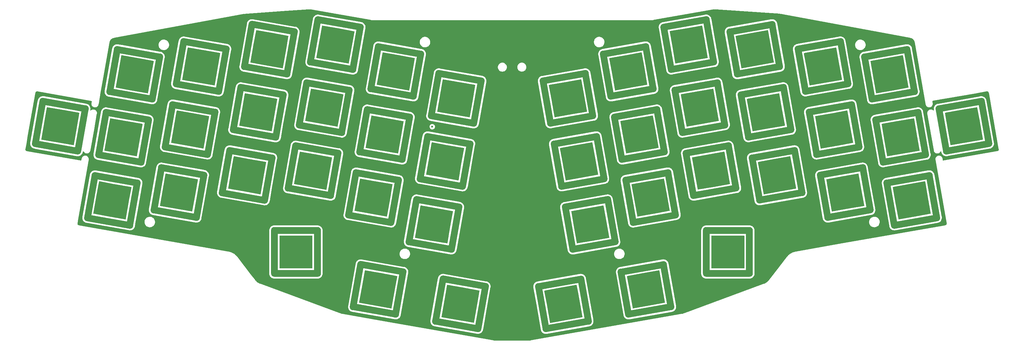
<source format=gtl>
G04 #@! TF.GenerationSoftware,KiCad,Pcbnew,(6.0.2)*
G04 #@! TF.CreationDate,2022-04-09T00:46:14+08:00*
G04 #@! TF.ProjectId,plate,706c6174-652e-46b6-9963-61645f706362,rev?*
G04 #@! TF.SameCoordinates,Original*
G04 #@! TF.FileFunction,Copper,L1,Top*
G04 #@! TF.FilePolarity,Positive*
%FSLAX46Y46*%
G04 Gerber Fmt 4.6, Leading zero omitted, Abs format (unit mm)*
G04 Created by KiCad (PCBNEW (6.0.2)) date 2022-04-09 00:46:14*
%MOMM*%
%LPD*%
G01*
G04 APERTURE LIST*
G04 Aperture macros list*
%AMHorizOval*
0 Thick line with rounded ends*
0 $1 width*
0 $2 $3 position (X,Y) of the first rounded end (center of the circle)*
0 $4 $5 position (X,Y) of the second rounded end (center of the circle)*
0 Add line between two ends*
20,1,$1,$2,$3,$4,$5,0*
0 Add two circle primitives to create the rounded ends*
1,1,$1,$2,$3*
1,1,$1,$4,$5*%
G04 Aperture macros list end*
G04 #@! TA.AperFunction,ComponentPad*
%ADD10HorizOval,2.000000X1.111348X-6.302770X-1.111348X6.302770X0*%
G04 #@! TD*
G04 #@! TA.AperFunction,ComponentPad*
%ADD11HorizOval,2.000000X6.302770X1.111348X-6.302770X-1.111348X0*%
G04 #@! TD*
G04 #@! TA.AperFunction,ComponentPad*
%ADD12HorizOval,2.000000X6.302770X-1.111348X-6.302770X1.111348X0*%
G04 #@! TD*
G04 #@! TA.AperFunction,ComponentPad*
%ADD13HorizOval,2.000000X-1.111348X-6.302770X1.111348X6.302770X0*%
G04 #@! TD*
G04 #@! TA.AperFunction,ComponentPad*
%ADD14O,14.800000X2.000000*%
G04 #@! TD*
G04 #@! TA.AperFunction,ComponentPad*
%ADD15O,2.000000X14.800000*%
G04 #@! TD*
G04 #@! TA.AperFunction,ViaPad*
%ADD16C,0.600000*%
G04 #@! TD*
G04 APERTURE END LIST*
D10*
X252199933Y-139406104D03*
D11*
X244787552Y-134224530D03*
X247010248Y-146830070D03*
D10*
X239596130Y-141638648D03*
D11*
X301470248Y-126590070D03*
D10*
X306659933Y-119166104D03*
X294056130Y-121398648D03*
D11*
X299247552Y-113984530D03*
X337767552Y-112994530D03*
D10*
X332576130Y-120408648D03*
D11*
X339990248Y-125600070D03*
D10*
X345179933Y-118176104D03*
D12*
X125023252Y-140221170D03*
X127245948Y-127615630D03*
D13*
X132439106Y-135019900D03*
X119831830Y-132807052D03*
D12*
X151223252Y-101321170D03*
X153445948Y-88715630D03*
D13*
X158639106Y-96119900D03*
X146031830Y-93907052D03*
D11*
X259407552Y-107474530D03*
D10*
X266819933Y-112656104D03*
X254216130Y-114888648D03*
D11*
X261630248Y-120080070D03*
D10*
X309969933Y-137926104D03*
D11*
X304780248Y-145350070D03*
X302557552Y-132744530D03*
D10*
X297366130Y-140158648D03*
D12*
X164765948Y-134225630D03*
D13*
X157351830Y-139417052D03*
X169959106Y-141629900D03*
D12*
X162543252Y-146831170D03*
D11*
X238167552Y-96704530D03*
D10*
X245579933Y-101886104D03*
D11*
X240390248Y-109310070D03*
D10*
X232976130Y-104118648D03*
D11*
X243700248Y-128070070D03*
D10*
X236286130Y-122878648D03*
X248889933Y-120646104D03*
D11*
X241477552Y-115464530D03*
D10*
X329729933Y-140246104D03*
D11*
X322317552Y-135064530D03*
X324540248Y-147670070D03*
D10*
X317126130Y-142478648D03*
D12*
X147923252Y-120081170D03*
D13*
X155339106Y-114879900D03*
X142731830Y-112667052D03*
D12*
X150145948Y-107475630D03*
D11*
X258330248Y-101310070D03*
X256107552Y-88704530D03*
D10*
X263519933Y-93886104D03*
X250916130Y-96118648D03*
D11*
X318997552Y-116304530D03*
D10*
X313806130Y-123718648D03*
X326409933Y-121486104D03*
D11*
X321220248Y-128910070D03*
D12*
X180483252Y-154831170D03*
X182705948Y-142225630D03*
D13*
X175291830Y-147417052D03*
X187899106Y-149629900D03*
D12*
X130555948Y-108855630D03*
D13*
X123141830Y-114047052D03*
X135749106Y-116259900D03*
D12*
X128333252Y-121461170D03*
X113615948Y-95225630D03*
X111393252Y-107831170D03*
D13*
X118809106Y-102629900D03*
X106201830Y-100417052D03*
X115499106Y-121389900D03*
D12*
X108083252Y-126591170D03*
X110305948Y-113985630D03*
D13*
X102891830Y-119177052D03*
D10*
X283099933Y-95276104D03*
D11*
X275687552Y-90094530D03*
D10*
X270496130Y-97508648D03*
D11*
X277910248Y-102700070D03*
D13*
X163971830Y-101897052D03*
X176579106Y-104109900D03*
D12*
X169163252Y-109311170D03*
X171385948Y-96705630D03*
D10*
X221666130Y-149638648D03*
D11*
X229080248Y-154830070D03*
X226857552Y-142224530D03*
D10*
X234269933Y-147406104D03*
X227649933Y-109886104D03*
X215046130Y-112118648D03*
D11*
X222460248Y-117310070D03*
X220237552Y-104704530D03*
D13*
X181901830Y-109897052D03*
X194509106Y-112109900D03*
D12*
X187093252Y-117311170D03*
X189315948Y-104705630D03*
D11*
X281230248Y-121460070D03*
D10*
X286419933Y-114036104D03*
D11*
X279007552Y-108854530D03*
D10*
X273816130Y-116268648D03*
D12*
X90555948Y-116305630D03*
X88333252Y-128911170D03*
D13*
X95749106Y-123709900D03*
X83141830Y-121497052D03*
X183162630Y-171048352D03*
X195769906Y-173261200D03*
D12*
X188354052Y-178462470D03*
X190576748Y-165856930D03*
D11*
X218888252Y-165873230D03*
D10*
X226300633Y-171054804D03*
D11*
X221110948Y-178478770D03*
D10*
X213696830Y-173287348D03*
D11*
X315697552Y-97544530D03*
D10*
X310506130Y-104958648D03*
D11*
X317920248Y-110150070D03*
D10*
X323109933Y-102726104D03*
D13*
X79831830Y-140257052D03*
X92439106Y-142469900D03*
D12*
X85023252Y-147671170D03*
X87245948Y-135065630D03*
X168075948Y-115465630D03*
D13*
X160661830Y-120657052D03*
X173269106Y-122869900D03*
D12*
X165853252Y-128071170D03*
X131643252Y-102691170D03*
D13*
X139059106Y-97489900D03*
D12*
X133865948Y-90085630D03*
D13*
X126451830Y-95277052D03*
D10*
X238226130Y-168968648D03*
X250829933Y-166736104D03*
D11*
X243417552Y-161554530D03*
X245640248Y-174160070D03*
D10*
X289719933Y-132786104D03*
X277116130Y-135018648D03*
D11*
X282307552Y-127604530D03*
X284530248Y-140210070D03*
D14*
X140618000Y-150320000D03*
D15*
X134218000Y-156720000D03*
X147018000Y-156710000D03*
D14*
X140618000Y-163120000D03*
D13*
X76979106Y-120399900D03*
D12*
X71785948Y-112995630D03*
D13*
X64371830Y-118187052D03*
D12*
X69563252Y-125601170D03*
X104773252Y-145351170D03*
D13*
X112189106Y-140149900D03*
D12*
X106995948Y-132745630D03*
D13*
X99581830Y-137937052D03*
D11*
X262717552Y-126224530D03*
D10*
X257526130Y-133638648D03*
D11*
X264940248Y-138830070D03*
D10*
X270129933Y-131406104D03*
D12*
X93865948Y-97545630D03*
D13*
X99059106Y-104949900D03*
X86451830Y-102737052D03*
D12*
X91643252Y-110151170D03*
X166145948Y-161545630D03*
D13*
X171339106Y-168949900D03*
X158731830Y-166737052D03*
D12*
X163923252Y-174151170D03*
D15*
X262428000Y-156720000D03*
X275228000Y-156710000D03*
D14*
X268828000Y-150320000D03*
X268828000Y-163120000D03*
D12*
X183783252Y-136071170D03*
X186005948Y-123465630D03*
D13*
X178591830Y-128657052D03*
X191199106Y-130869900D03*
D12*
X146835948Y-126235630D03*
D13*
X139421830Y-131427052D03*
X152029106Y-133639900D03*
D12*
X144613252Y-138841170D03*
D11*
X298160248Y-107830070D03*
D10*
X303349933Y-100406104D03*
D11*
X295937552Y-95224530D03*
D10*
X290746130Y-102638648D03*
X230959933Y-128646104D03*
X218356130Y-130878648D03*
D11*
X225770248Y-136070070D03*
X223547552Y-123464530D03*
D16*
X181070000Y-119450000D03*
G04 #@! TA.AperFunction,NonConductor*
G36*
X261133160Y-89370462D02*
G01*
X261188264Y-89415229D01*
X261208566Y-89464798D01*
X261976718Y-93821203D01*
X262863606Y-98851001D01*
X262855737Y-98921561D01*
X262810970Y-98976664D01*
X262761401Y-98996966D01*
X258068299Y-99824487D01*
X253375199Y-100652007D01*
X253304640Y-100644138D01*
X253249536Y-100599371D01*
X253229233Y-100549801D01*
X253216853Y-100479587D01*
X252324355Y-95417979D01*
X251574193Y-91163599D01*
X251582062Y-91093040D01*
X251626829Y-91037936D01*
X251676398Y-91017634D01*
X256837988Y-90107506D01*
X261062601Y-89362593D01*
X261133160Y-89370462D01*
G37*
G04 #@! TD.AperFunction*
G04 #@! TA.AperFunction,NonConductor*
G36*
X153006301Y-90169879D02*
G01*
X157877102Y-91028732D01*
X157940713Y-91060259D01*
X157977183Y-91121173D01*
X157979307Y-91174698D01*
X157160742Y-95817015D01*
X156338000Y-100483021D01*
X156324267Y-100560902D01*
X156292740Y-100624514D01*
X156231826Y-100660984D01*
X156178301Y-100663108D01*
X146792097Y-99008068D01*
X146728486Y-98976541D01*
X146692016Y-98915627D01*
X146689892Y-98862102D01*
X147606500Y-93663755D01*
X148344932Y-89475897D01*
X148376459Y-89412286D01*
X148437373Y-89375816D01*
X148490898Y-89373692D01*
X153006301Y-90169879D01*
G37*
G04 #@! TD.AperFunction*
G04 #@! TA.AperFunction,NonConductor*
G36*
X133344096Y-91525384D02*
G01*
X138297102Y-92398732D01*
X138360713Y-92430259D01*
X138397183Y-92491173D01*
X138399307Y-92544698D01*
X137674286Y-96656498D01*
X136758000Y-101853021D01*
X136744267Y-101930902D01*
X136712740Y-101994514D01*
X136651826Y-102030984D01*
X136598301Y-102033108D01*
X131324647Y-101103221D01*
X127212097Y-100378068D01*
X127148486Y-100346541D01*
X127112016Y-100285627D01*
X127109892Y-100232102D01*
X127990326Y-95238907D01*
X128764932Y-90845897D01*
X128796459Y-90782286D01*
X128857373Y-90745816D01*
X128910898Y-90743692D01*
X133344096Y-91525384D01*
G37*
G04 #@! TD.AperFunction*
G04 #@! TA.AperFunction,NonConductor*
G36*
X280713160Y-90760462D02*
G01*
X280768264Y-90805229D01*
X280788566Y-90854798D01*
X281559555Y-95227293D01*
X282443606Y-100241001D01*
X282435737Y-100311561D01*
X282390970Y-100366664D01*
X282341401Y-100386966D01*
X277674257Y-101209910D01*
X272955199Y-102042007D01*
X272884640Y-102034138D01*
X272829536Y-101989371D01*
X272809233Y-101939801D01*
X272805846Y-101920589D01*
X271969051Y-97174890D01*
X271154193Y-92553599D01*
X271162062Y-92483040D01*
X271206829Y-92427936D01*
X271256398Y-92407634D01*
X276765422Y-91436244D01*
X280642601Y-90752593D01*
X280713160Y-90760462D01*
G37*
G04 #@! TD.AperFunction*
G04 #@! TA.AperFunction,NonConductor*
G36*
X300963160Y-95890462D02*
G01*
X301018264Y-95935229D01*
X301038566Y-95984798D01*
X301721451Y-99857633D01*
X302693606Y-105371001D01*
X302685737Y-105441561D01*
X302640970Y-105496664D01*
X302591401Y-105516966D01*
X298140872Y-106301715D01*
X293205199Y-107172007D01*
X293134640Y-107164138D01*
X293079536Y-107119371D01*
X293059233Y-107069801D01*
X293055788Y-107050259D01*
X292176211Y-102061931D01*
X291404193Y-97683599D01*
X291412062Y-97613040D01*
X291456829Y-97557936D01*
X291506398Y-97537634D01*
X296509884Y-96655384D01*
X300892601Y-95882593D01*
X300963160Y-95890462D01*
G37*
G04 #@! TD.AperFunction*
G04 #@! TA.AperFunction,NonConductor*
G36*
X113158794Y-96676792D02*
G01*
X118047102Y-97538732D01*
X118110713Y-97570259D01*
X118147183Y-97631173D01*
X118149307Y-97684698D01*
X117374058Y-102081358D01*
X116499802Y-107039513D01*
X116494267Y-107070902D01*
X116462740Y-107134514D01*
X116401826Y-107170984D01*
X116348301Y-107173108D01*
X111334398Y-106289022D01*
X106962097Y-105518068D01*
X106898486Y-105486541D01*
X106862016Y-105425627D01*
X106859892Y-105372102D01*
X107742763Y-100365087D01*
X108514932Y-95985897D01*
X108546459Y-95922286D01*
X108607373Y-95885816D01*
X108660898Y-95883692D01*
X113158794Y-96676792D01*
G37*
G04 #@! TD.AperFunction*
G04 #@! TA.AperFunction,NonConductor*
G36*
X243193160Y-97370462D02*
G01*
X243248264Y-97415229D01*
X243268566Y-97464798D01*
X244000053Y-101613269D01*
X244923606Y-106851001D01*
X244915737Y-106921561D01*
X244870970Y-106976664D01*
X244821401Y-106996966D01*
X240381534Y-107779835D01*
X235435199Y-108652007D01*
X235364640Y-108644138D01*
X235309536Y-108599371D01*
X235289233Y-108549801D01*
X235286915Y-108536651D01*
X234363180Y-103297889D01*
X233634193Y-99163599D01*
X233642062Y-99093040D01*
X233686829Y-99037936D01*
X233736398Y-99017634D01*
X238578950Y-98163761D01*
X243122601Y-97362593D01*
X243193160Y-97370462D01*
G37*
G04 #@! TD.AperFunction*
G04 #@! TA.AperFunction,NonConductor*
G36*
X170779872Y-98130533D02*
G01*
X175817102Y-99018732D01*
X175880713Y-99050259D01*
X175917183Y-99111173D01*
X175919307Y-99164698D01*
X175101687Y-103801655D01*
X174265461Y-108544133D01*
X174264267Y-108550902D01*
X174232740Y-108614514D01*
X174171826Y-108650984D01*
X174118301Y-108653108D01*
X168971718Y-107745627D01*
X164732097Y-106998068D01*
X164668486Y-106966541D01*
X164632016Y-106905627D01*
X164629892Y-106852102D01*
X165516006Y-101826694D01*
X166284932Y-97465897D01*
X166316459Y-97402286D01*
X166377373Y-97365816D01*
X166430898Y-97363692D01*
X170779872Y-98130533D01*
G37*
G04 #@! TD.AperFunction*
G04 #@! TA.AperFunction,NonConductor*
G36*
X320723160Y-98210462D02*
G01*
X320778264Y-98255229D01*
X320798566Y-98304798D01*
X321606436Y-102886454D01*
X322453606Y-107691001D01*
X322445737Y-107761561D01*
X322400970Y-107816664D01*
X322351401Y-107836966D01*
X317827740Y-108634610D01*
X312965199Y-109492007D01*
X312894640Y-109484138D01*
X312839536Y-109439371D01*
X312819233Y-109389801D01*
X312819058Y-109388805D01*
X311959401Y-104513450D01*
X311164193Y-100003599D01*
X311172062Y-99933040D01*
X311216829Y-99877936D01*
X311266398Y-99857634D01*
X316394680Y-98953379D01*
X320652601Y-98202593D01*
X320723160Y-98210462D01*
G37*
G04 #@! TD.AperFunction*
G04 #@! TA.AperFunction,NonConductor*
G36*
X93259872Y-98970533D02*
G01*
X98297102Y-99858732D01*
X98360713Y-99890259D01*
X98397183Y-99951173D01*
X98399307Y-100004698D01*
X97592586Y-104579841D01*
X96744637Y-109388805D01*
X96744267Y-109390902D01*
X96712740Y-109454514D01*
X96651826Y-109490984D01*
X96598301Y-109493108D01*
X91745133Y-108637364D01*
X87212097Y-107838068D01*
X87148486Y-107806541D01*
X87112016Y-107745627D01*
X87109892Y-107692102D01*
X87963915Y-102848694D01*
X88764932Y-98305897D01*
X88796459Y-98242286D01*
X88857373Y-98205816D01*
X88910898Y-98203692D01*
X93259872Y-98970533D01*
G37*
G04 #@! TD.AperFunction*
G04 #@! TA.AperFunction,NonConductor*
G36*
X225263160Y-105370462D02*
G01*
X225318264Y-105415229D01*
X225338566Y-105464798D01*
X226152373Y-110080128D01*
X226993606Y-114851001D01*
X226985737Y-114921561D01*
X226940970Y-114976664D01*
X226891401Y-114996966D01*
X222711471Y-115734001D01*
X217505199Y-116652007D01*
X217434640Y-116644138D01*
X217379536Y-116599371D01*
X217359233Y-116549801D01*
X217358437Y-116545283D01*
X216497647Y-111663501D01*
X215704193Y-107163599D01*
X215712062Y-107093040D01*
X215756829Y-107037936D01*
X215806398Y-107017634D01*
X220934680Y-106113379D01*
X225192601Y-105362593D01*
X225263160Y-105370462D01*
G37*
G04 #@! TD.AperFunction*
G04 #@! TA.AperFunction,NonConductor*
G36*
X188755055Y-106138500D02*
G01*
X193747102Y-107018732D01*
X193810713Y-107050259D01*
X193847183Y-107111173D01*
X193849307Y-107164698D01*
X193032078Y-111799435D01*
X192195258Y-116545283D01*
X192194267Y-116550902D01*
X192162740Y-116614514D01*
X192101826Y-116650984D01*
X192048301Y-116653108D01*
X187087481Y-115778382D01*
X182662097Y-114998068D01*
X182598486Y-114966541D01*
X182562016Y-114905627D01*
X182559892Y-114852102D01*
X183442528Y-109846424D01*
X184214932Y-105465897D01*
X184246459Y-105402286D01*
X184307373Y-105365816D01*
X184360898Y-105363692D01*
X188755055Y-106138500D01*
G37*
G04 #@! TD.AperFunction*
G04 #@! TA.AperFunction,NonConductor*
G36*
X264433160Y-108140462D02*
G01*
X264488264Y-108185229D01*
X264508566Y-108234798D01*
X265320768Y-112841022D01*
X266163606Y-117621001D01*
X266155737Y-117691561D01*
X266110970Y-117746664D01*
X266061401Y-117766966D01*
X261386022Y-118591362D01*
X256675199Y-119422007D01*
X256604640Y-119414138D01*
X256549536Y-119369371D01*
X256529233Y-119319801D01*
X256527042Y-119307371D01*
X255657907Y-114378262D01*
X254874193Y-109933599D01*
X254882062Y-109863040D01*
X254926829Y-109807936D01*
X254976398Y-109787634D01*
X259873825Y-108924085D01*
X264362601Y-108132593D01*
X264433160Y-108140462D01*
G37*
G04 #@! TD.AperFunction*
G04 #@! TA.AperFunction,NonConductor*
G36*
X149818683Y-108949695D02*
G01*
X154577102Y-109788732D01*
X154640713Y-109820259D01*
X154677183Y-109881173D01*
X154679307Y-109934698D01*
X153916394Y-114261393D01*
X153034461Y-119263091D01*
X153024267Y-119320902D01*
X152992740Y-119384514D01*
X152931826Y-119420984D01*
X152878301Y-119423108D01*
X148161233Y-118591362D01*
X143492097Y-117768068D01*
X143428486Y-117736541D01*
X143392016Y-117675627D01*
X143389892Y-117622102D01*
X144245523Y-112769574D01*
X145044932Y-108235897D01*
X145076459Y-108172286D01*
X145137373Y-108135816D01*
X145190898Y-108133692D01*
X149818683Y-108949695D01*
G37*
G04 #@! TD.AperFunction*
G04 #@! TA.AperFunction,NonConductor*
G36*
X284033160Y-109520462D02*
G01*
X284088264Y-109565229D01*
X284108566Y-109614798D01*
X284879555Y-113987293D01*
X285763606Y-119001001D01*
X285755737Y-119071561D01*
X285710970Y-119126664D01*
X285661401Y-119146966D01*
X281161611Y-119940401D01*
X276275199Y-120802007D01*
X276204640Y-120794138D01*
X276149536Y-120749371D01*
X276129233Y-120699801D01*
X276111053Y-120596694D01*
X275289051Y-115934890D01*
X274474193Y-111313599D01*
X274482062Y-111243040D01*
X274526829Y-111187936D01*
X274576398Y-111167634D01*
X279480959Y-110302827D01*
X283962601Y-109512593D01*
X284033160Y-109520462D01*
G37*
G04 #@! TD.AperFunction*
G04 #@! TA.AperFunction,NonConductor*
G36*
X130062384Y-110300372D02*
G01*
X134987102Y-111168732D01*
X135050713Y-111200259D01*
X135087183Y-111261173D01*
X135089307Y-111314698D01*
X134323943Y-115655296D01*
X133448000Y-120623021D01*
X133434267Y-120700902D01*
X133402740Y-120764514D01*
X133341826Y-120800984D01*
X133288301Y-120803108D01*
X128334003Y-119929532D01*
X123902097Y-119148068D01*
X123838486Y-119116541D01*
X123802016Y-119055627D01*
X123799892Y-119002102D01*
X124644166Y-114213985D01*
X125454932Y-109615897D01*
X125486459Y-109552286D01*
X125547373Y-109515816D01*
X125600898Y-109513692D01*
X130062384Y-110300372D01*
G37*
G04 #@! TD.AperFunction*
G04 #@! TA.AperFunction,NonConductor*
G36*
X342793160Y-113660462D02*
G01*
X342848264Y-113705229D01*
X342868566Y-113754798D01*
X343566571Y-117713379D01*
X344523606Y-123141001D01*
X344515737Y-123211561D01*
X344470970Y-123266664D01*
X344421401Y-123286966D01*
X340017064Y-124063570D01*
X335035199Y-124942007D01*
X334964640Y-124934138D01*
X334909536Y-124889371D01*
X334889233Y-124839801D01*
X334882841Y-124803546D01*
X334024007Y-119932860D01*
X333234193Y-115453599D01*
X333242062Y-115383040D01*
X333286829Y-115327936D01*
X333336398Y-115307634D01*
X338138366Y-114460917D01*
X342722601Y-113652593D01*
X342793160Y-113660462D01*
G37*
G04 #@! TD.AperFunction*
G04 #@! TA.AperFunction,NonConductor*
G36*
X71399611Y-114459279D02*
G01*
X76217102Y-115308732D01*
X76280713Y-115340259D01*
X76317183Y-115401173D01*
X76319307Y-115454698D01*
X75534126Y-119907683D01*
X74666562Y-124827889D01*
X74664267Y-124840902D01*
X74632740Y-124904514D01*
X74571826Y-124940984D01*
X74518301Y-124943108D01*
X69623563Y-124080034D01*
X65132097Y-123288068D01*
X65068486Y-123256541D01*
X65032016Y-123195627D01*
X65029892Y-123142102D01*
X65998888Y-117646652D01*
X66684932Y-113755897D01*
X66716459Y-113692286D01*
X66777373Y-113655816D01*
X66830898Y-113653692D01*
X71399611Y-114459279D01*
G37*
G04 #@! TD.AperFunction*
G04 #@! TA.AperFunction,NonConductor*
G36*
X304273160Y-114650462D02*
G01*
X304328264Y-114695229D01*
X304348566Y-114744798D01*
X305115428Y-119093890D01*
X306003606Y-124131001D01*
X305995737Y-124201561D01*
X305950970Y-124256664D01*
X305901401Y-124276966D01*
X301450872Y-125061715D01*
X296515199Y-125932007D01*
X296444640Y-125924138D01*
X296389536Y-125879371D01*
X296369233Y-125829801D01*
X296367864Y-125822033D01*
X295451138Y-120623021D01*
X294714193Y-116443599D01*
X294722062Y-116373040D01*
X294766829Y-116317936D01*
X294816398Y-116297634D01*
X299847395Y-115410533D01*
X304202601Y-114642593D01*
X304273160Y-114650462D01*
G37*
G04 #@! TD.AperFunction*
G04 #@! TA.AperFunction,NonConductor*
G36*
X109679126Y-115406875D02*
G01*
X114737102Y-116298732D01*
X114800713Y-116330259D01*
X114837183Y-116391173D01*
X114839307Y-116444698D01*
X114061599Y-120855301D01*
X113189802Y-125799513D01*
X113184267Y-125830902D01*
X113152740Y-125894514D01*
X113091826Y-125930984D01*
X113038301Y-125933108D01*
X107977927Y-125040828D01*
X103652097Y-124278068D01*
X103588486Y-124246541D01*
X103552016Y-124185627D01*
X103549892Y-124132102D01*
X104430589Y-119137420D01*
X105204932Y-114745897D01*
X105236459Y-114682286D01*
X105297373Y-114645816D01*
X105350898Y-114643692D01*
X109679126Y-115406875D01*
G37*
G04 #@! TD.AperFunction*
G04 #@! TA.AperFunction,NonConductor*
G36*
X246503160Y-116130462D02*
G01*
X246558264Y-116175229D01*
X246578566Y-116224798D01*
X247385846Y-120803108D01*
X248233606Y-125611001D01*
X248225737Y-125681561D01*
X248180970Y-125736664D01*
X248131401Y-125756966D01*
X243807761Y-126519341D01*
X238745199Y-127412007D01*
X238674640Y-127404138D01*
X238619536Y-127359371D01*
X238599233Y-127309801D01*
X238598368Y-127304892D01*
X237702797Y-122225857D01*
X236944193Y-117923599D01*
X236952062Y-117853040D01*
X236996829Y-117797936D01*
X237046398Y-117777634D01*
X241888950Y-116923761D01*
X246432601Y-116122593D01*
X246503160Y-116130462D01*
G37*
G04 #@! TD.AperFunction*
G04 #@! TA.AperFunction,NonConductor*
G36*
X167447016Y-116886503D02*
G01*
X172507102Y-117778732D01*
X172570713Y-117810259D01*
X172607183Y-117871173D01*
X172609307Y-117924698D01*
X171902459Y-121933433D01*
X170954939Y-127307093D01*
X170954267Y-127310902D01*
X170922740Y-127374514D01*
X170861826Y-127410984D01*
X170808301Y-127413108D01*
X165822794Y-126534029D01*
X161422097Y-125758068D01*
X161358486Y-125726541D01*
X161322016Y-125665627D01*
X161319892Y-125612102D01*
X162177322Y-120749371D01*
X162974932Y-116225897D01*
X163006459Y-116162286D01*
X163067373Y-116125816D01*
X163120898Y-116123692D01*
X167447016Y-116886503D01*
G37*
G04 #@! TD.AperFunction*
G04 #@! TA.AperFunction,NonConductor*
G36*
X324023160Y-116970462D02*
G01*
X324078264Y-117015229D01*
X324098566Y-117064798D01*
X324906133Y-121644739D01*
X325753606Y-126451001D01*
X325745737Y-126521561D01*
X325700970Y-126576664D01*
X325651401Y-126596966D01*
X321155195Y-127389769D01*
X316265199Y-128252007D01*
X316194640Y-128244138D01*
X316139536Y-128199371D01*
X316119233Y-128149801D01*
X316119083Y-128148946D01*
X315261979Y-123288068D01*
X314464193Y-118763599D01*
X314472062Y-118693040D01*
X314516829Y-118637936D01*
X314566398Y-118617634D01*
X319384523Y-117768068D01*
X323952601Y-116962593D01*
X324023160Y-116970462D01*
G37*
G04 #@! TD.AperFunction*
G04 #@! TA.AperFunction,NonConductor*
G36*
X90038656Y-117746188D02*
G01*
X94987102Y-118618732D01*
X95050713Y-118650259D01*
X95087183Y-118711173D01*
X95089307Y-118764698D01*
X94282586Y-123339841D01*
X93436850Y-128136255D01*
X93434267Y-128150902D01*
X93402740Y-128214514D01*
X93341826Y-128250984D01*
X93288301Y-128253108D01*
X88473550Y-127404138D01*
X83902097Y-126598068D01*
X83838486Y-126566541D01*
X83802016Y-126505627D01*
X83799892Y-126452102D01*
X84727636Y-121190599D01*
X85454932Y-117065897D01*
X85486459Y-117002286D01*
X85547373Y-116965816D01*
X85600898Y-116963692D01*
X90038656Y-117746188D01*
G37*
G04 #@! TD.AperFunction*
G04 #@! TA.AperFunction,NonConductor*
G36*
X228573160Y-124130462D02*
G01*
X228628264Y-124175229D01*
X228648566Y-124224798D01*
X229462097Y-128838562D01*
X230303606Y-133611001D01*
X230295737Y-133681561D01*
X230250970Y-133736664D01*
X230201401Y-133756966D01*
X226021471Y-134494001D01*
X220815199Y-135412007D01*
X220744640Y-135404138D01*
X220689536Y-135359371D01*
X220669233Y-135309801D01*
X220668437Y-135305283D01*
X219807647Y-130423501D01*
X219014193Y-125923599D01*
X219022062Y-125853040D01*
X219066829Y-125797936D01*
X219116398Y-125777634D01*
X224244680Y-124873379D01*
X228502601Y-124122593D01*
X228573160Y-124130462D01*
G37*
G04 #@! TD.AperFunction*
G04 #@! TA.AperFunction,NonConductor*
G36*
X185479162Y-124904514D02*
G01*
X190437102Y-125778732D01*
X190500713Y-125810259D01*
X190537183Y-125871173D01*
X190539307Y-125924698D01*
X189722420Y-130557498D01*
X188885258Y-135305283D01*
X188884267Y-135310902D01*
X188852740Y-135374514D01*
X188791826Y-135410984D01*
X188738301Y-135413108D01*
X183777481Y-134538382D01*
X179352097Y-133758068D01*
X179288486Y-133726541D01*
X179252016Y-133665627D01*
X179249892Y-133612102D01*
X180095536Y-128816212D01*
X180904932Y-124225897D01*
X180936459Y-124162286D01*
X180997373Y-124125816D01*
X181050898Y-124123692D01*
X185479162Y-124904514D01*
G37*
G04 #@! TD.AperFunction*
G04 #@! TA.AperFunction,NonConductor*
G36*
X267743160Y-126890462D02*
G01*
X267798264Y-126935229D01*
X267818566Y-126984798D01*
X268608623Y-131465433D01*
X269473606Y-136371001D01*
X269465737Y-136441561D01*
X269420970Y-136496664D01*
X269371401Y-136516966D01*
X264678300Y-137344487D01*
X259985199Y-138172007D01*
X259914640Y-138164138D01*
X259859536Y-138119371D01*
X259839233Y-138069801D01*
X259838124Y-138063508D01*
X258934408Y-132938282D01*
X258184193Y-128683599D01*
X258192062Y-128613040D01*
X258236829Y-128557936D01*
X258286398Y-128537634D01*
X263385263Y-127638566D01*
X267672601Y-126882593D01*
X267743160Y-126890462D01*
G37*
G04 #@! TD.AperFunction*
G04 #@! TA.AperFunction,NonConductor*
G36*
X146239530Y-127662236D02*
G01*
X151267102Y-128548732D01*
X151330713Y-128580259D01*
X151367183Y-128641173D01*
X151369307Y-128694698D01*
X150605903Y-133024181D01*
X149728000Y-138003021D01*
X149714267Y-138080902D01*
X149682740Y-138144514D01*
X149621826Y-138180984D01*
X149568301Y-138183108D01*
X144851233Y-137351362D01*
X140182097Y-136528068D01*
X140118486Y-136496541D01*
X140082016Y-136435627D01*
X140079892Y-136382102D01*
X140935523Y-131529574D01*
X141734932Y-126995897D01*
X141766459Y-126932286D01*
X141827373Y-126895816D01*
X141880898Y-126893692D01*
X146239530Y-127662236D01*
G37*
G04 #@! TD.AperFunction*
G04 #@! TA.AperFunction,NonConductor*
G36*
X287333160Y-128270462D02*
G01*
X287388264Y-128315229D01*
X287408566Y-128364798D01*
X288212227Y-132922585D01*
X289063606Y-137751001D01*
X289055737Y-137821561D01*
X289010970Y-137876664D01*
X288961401Y-137896966D01*
X284557064Y-138673570D01*
X279575199Y-139552007D01*
X279504640Y-139544138D01*
X279449536Y-139499371D01*
X279429233Y-139449801D01*
X279408269Y-139330905D01*
X278497471Y-134165514D01*
X277774193Y-130063599D01*
X277782062Y-129993040D01*
X277826829Y-129937936D01*
X277876398Y-129917634D01*
X282924137Y-129027581D01*
X287262601Y-128262593D01*
X287333160Y-128270462D01*
G37*
G04 #@! TD.AperFunction*
G04 #@! TA.AperFunction,NonConductor*
G36*
X126751823Y-129060273D02*
G01*
X131677102Y-129928732D01*
X131740713Y-129960259D01*
X131777183Y-130021173D01*
X131779307Y-130074698D01*
X131013943Y-134415296D01*
X130138000Y-139383021D01*
X130124267Y-139460902D01*
X130092740Y-139524514D01*
X130031826Y-139560984D01*
X129978301Y-139563108D01*
X125024003Y-138689532D01*
X120592097Y-137908068D01*
X120528486Y-137876541D01*
X120492016Y-137815627D01*
X120489892Y-137762102D01*
X121372337Y-132757506D01*
X122144932Y-128375897D01*
X122176459Y-128312286D01*
X122237373Y-128275816D01*
X122290898Y-128273692D01*
X126751823Y-129060273D01*
G37*
G04 #@! TD.AperFunction*
G04 #@! TA.AperFunction,NonConductor*
G36*
X307583160Y-133410462D02*
G01*
X307638264Y-133455229D01*
X307658566Y-133504798D01*
X308418797Y-137816281D01*
X309313606Y-142891001D01*
X309305737Y-142961561D01*
X309260970Y-143016664D01*
X309211401Y-143036966D01*
X305582771Y-143676792D01*
X299825199Y-144692007D01*
X299754640Y-144684138D01*
X299699536Y-144639371D01*
X299679233Y-144589801D01*
X299675788Y-144570259D01*
X298761138Y-139383021D01*
X298024193Y-135203599D01*
X298032062Y-135133040D01*
X298076829Y-135077936D01*
X298126398Y-135057634D01*
X303157395Y-134170533D01*
X307512601Y-133402593D01*
X307583160Y-133410462D01*
G37*
G04 #@! TD.AperFunction*
G04 #@! TA.AperFunction,NonConductor*
G36*
X106369126Y-134166875D02*
G01*
X111427102Y-135058732D01*
X111490713Y-135090259D01*
X111527183Y-135151173D01*
X111529307Y-135204698D01*
X110751599Y-139615301D01*
X109879802Y-144559513D01*
X109874267Y-144590902D01*
X109842740Y-144654514D01*
X109781826Y-144690984D01*
X109728301Y-144693108D01*
X103843073Y-143655384D01*
X100342097Y-143038068D01*
X100278486Y-143006541D01*
X100242016Y-142945627D01*
X100239892Y-142892102D01*
X101120669Y-137896967D01*
X101894932Y-133505897D01*
X101926459Y-133442286D01*
X101987373Y-133405816D01*
X102040898Y-133403692D01*
X106369126Y-134166875D01*
G37*
G04 #@! TD.AperFunction*
G04 #@! TA.AperFunction,NonConductor*
G36*
X249813160Y-134890462D02*
G01*
X249868264Y-134935229D01*
X249888566Y-134984798D01*
X250695846Y-139563108D01*
X251543606Y-144371001D01*
X251535737Y-144441561D01*
X251490970Y-144496664D01*
X251441401Y-144516966D01*
X247816741Y-145156092D01*
X242055199Y-146172007D01*
X241984640Y-146164138D01*
X241929536Y-146119371D01*
X241909233Y-146069801D01*
X241891053Y-145966694D01*
X240983180Y-140817889D01*
X240254193Y-136683599D01*
X240262062Y-136613040D01*
X240306829Y-136557936D01*
X240356398Y-136537634D01*
X245198950Y-135683761D01*
X249742601Y-134882593D01*
X249813160Y-134890462D01*
G37*
G04 #@! TD.AperFunction*
G04 #@! TA.AperFunction,NonConductor*
G36*
X164137016Y-135646503D02*
G01*
X169197102Y-136538732D01*
X169260713Y-136570259D01*
X169297183Y-136631173D01*
X169299307Y-136684698D01*
X168481687Y-141321655D01*
X167658000Y-145993021D01*
X167644267Y-146070902D01*
X167612740Y-146134514D01*
X167551826Y-146170984D01*
X167498301Y-146173108D01*
X162351718Y-145265627D01*
X158112097Y-144518068D01*
X158048486Y-144486541D01*
X158012016Y-144425627D01*
X158009892Y-144372102D01*
X158869085Y-139499371D01*
X159664932Y-134985897D01*
X159696459Y-134922286D01*
X159757373Y-134885816D01*
X159810898Y-134883692D01*
X164137016Y-135646503D01*
G37*
G04 #@! TD.AperFunction*
G04 #@! TA.AperFunction,NonConductor*
G36*
X327343160Y-135730462D02*
G01*
X327398264Y-135775229D01*
X327418566Y-135824798D01*
X328226133Y-140404739D01*
X329073606Y-145211001D01*
X329065737Y-145281561D01*
X329020970Y-145336664D01*
X328971401Y-145356966D01*
X324393704Y-146164138D01*
X319585199Y-147012007D01*
X319514640Y-147004138D01*
X319459536Y-146959371D01*
X319439233Y-146909801D01*
X319438960Y-146908249D01*
X318579401Y-142033450D01*
X317784193Y-137523599D01*
X317792062Y-137453040D01*
X317836829Y-137397936D01*
X317886398Y-137377634D01*
X323014680Y-136473379D01*
X327272601Y-135722593D01*
X327343160Y-135730462D01*
G37*
G04 #@! TD.AperFunction*
G04 #@! TA.AperFunction,NonConductor*
G36*
X86639872Y-136490533D02*
G01*
X91677102Y-137378732D01*
X91740713Y-137410259D01*
X91777183Y-137471173D01*
X91779307Y-137524698D01*
X91086638Y-141453019D01*
X90124735Y-146908249D01*
X90124267Y-146910902D01*
X90092740Y-146974514D01*
X90031826Y-147010984D01*
X89978301Y-147013108D01*
X84713727Y-146084822D01*
X80592097Y-145358068D01*
X80528486Y-145326541D01*
X80492016Y-145265627D01*
X80489892Y-145212102D01*
X81419400Y-139940599D01*
X82144932Y-135825897D01*
X82176459Y-135762286D01*
X82237373Y-135725816D01*
X82290898Y-135723692D01*
X86639872Y-136490533D01*
G37*
G04 #@! TD.AperFunction*
G04 #@! TA.AperFunction,NonConductor*
G36*
X231883160Y-142890462D02*
G01*
X231938264Y-142935229D01*
X231958566Y-142984798D01*
X232772294Y-147599679D01*
X233613606Y-152371001D01*
X233605737Y-152441561D01*
X233560970Y-152496664D01*
X233511401Y-152516966D01*
X228818299Y-153344487D01*
X224125199Y-154172007D01*
X224054640Y-154164138D01*
X223999536Y-154119371D01*
X223979233Y-154069801D01*
X223961053Y-153966694D01*
X223132080Y-149265354D01*
X222324193Y-144683599D01*
X222332062Y-144613040D01*
X222376829Y-144557936D01*
X222426398Y-144537634D01*
X227554680Y-143633379D01*
X231812601Y-142882593D01*
X231883160Y-142890462D01*
G37*
G04 #@! TD.AperFunction*
G04 #@! TA.AperFunction,NonConductor*
G36*
X182099872Y-143650533D02*
G01*
X187137102Y-144538732D01*
X187200713Y-144570259D01*
X187237183Y-144631173D01*
X187239307Y-144684698D01*
X186421687Y-149321655D01*
X185598000Y-153993021D01*
X185584267Y-154070902D01*
X185552740Y-154134514D01*
X185491826Y-154170984D01*
X185438301Y-154173108D01*
X180745200Y-153345588D01*
X176052097Y-152518068D01*
X175988486Y-152486541D01*
X175952016Y-152425627D01*
X175949892Y-152372102D01*
X176804557Y-147525051D01*
X177604932Y-142985897D01*
X177636459Y-142922286D01*
X177697373Y-142885816D01*
X177750898Y-142883692D01*
X182099872Y-143650533D01*
G37*
G04 #@! TD.AperFunction*
G04 #@! TA.AperFunction,NonConductor*
G36*
X145451621Y-151848502D02*
G01*
X145498114Y-151902158D01*
X145509500Y-151954500D01*
X145509500Y-161485500D01*
X145489498Y-161553621D01*
X145435842Y-161600114D01*
X145383500Y-161611500D01*
X135852500Y-161611500D01*
X135784379Y-161591498D01*
X135737886Y-161537842D01*
X135726500Y-161485500D01*
X135726500Y-151954500D01*
X135746502Y-151886379D01*
X135800158Y-151839886D01*
X135852500Y-151828500D01*
X145383500Y-151828500D01*
X145451621Y-151848502D01*
G37*
G04 #@! TD.AperFunction*
G04 #@! TA.AperFunction,NonConductor*
G36*
X273661621Y-151848502D02*
G01*
X273708114Y-151902158D01*
X273719500Y-151954500D01*
X273719500Y-161485500D01*
X273699498Y-161553621D01*
X273645842Y-161600114D01*
X273593500Y-161611500D01*
X264062500Y-161611500D01*
X263994379Y-161591498D01*
X263947886Y-161537842D01*
X263936500Y-161485500D01*
X263936500Y-151954500D01*
X263956502Y-151886379D01*
X264010158Y-151839886D01*
X264062500Y-151828500D01*
X273593500Y-151828500D01*
X273661621Y-151848502D01*
G37*
G04 #@! TD.AperFunction*
G04 #@! TA.AperFunction,NonConductor*
G36*
X165624096Y-162985384D02*
G01*
X170577102Y-163858732D01*
X170640713Y-163890259D01*
X170677183Y-163951173D01*
X170679307Y-164004698D01*
X170127248Y-167135583D01*
X169038000Y-173313021D01*
X169024267Y-173390902D01*
X168992740Y-173454514D01*
X168931826Y-173490984D01*
X168878301Y-173493108D01*
X164185200Y-172665588D01*
X159492097Y-171838068D01*
X159428486Y-171806541D01*
X159392016Y-171745627D01*
X159389892Y-171692102D01*
X160360915Y-166185156D01*
X161044932Y-162305897D01*
X161076459Y-162242286D01*
X161137373Y-162205816D01*
X161190898Y-162203692D01*
X165624096Y-162985384D01*
G37*
G04 #@! TD.AperFunction*
G04 #@! TA.AperFunction,NonConductor*
G36*
X248443160Y-162220462D02*
G01*
X248498264Y-162265229D01*
X248518566Y-162314798D01*
X249234421Y-166374612D01*
X250173606Y-171701001D01*
X250165737Y-171771561D01*
X250120970Y-171826664D01*
X250071401Y-171846966D01*
X245378299Y-172674487D01*
X240685199Y-173502007D01*
X240614640Y-173494138D01*
X240559536Y-173449371D01*
X240539233Y-173399801D01*
X240524794Y-173317910D01*
X239441431Y-167173856D01*
X238884193Y-164013599D01*
X238892062Y-163943040D01*
X238936829Y-163887936D01*
X238986398Y-163867634D01*
X244495422Y-162896244D01*
X248372601Y-162212593D01*
X248443160Y-162220462D01*
G37*
G04 #@! TD.AperFunction*
G04 #@! TA.AperFunction,NonConductor*
G36*
X190040888Y-167294214D02*
G01*
X195007902Y-168170032D01*
X195071513Y-168201559D01*
X195107983Y-168262473D01*
X195110107Y-168315998D01*
X194491360Y-171825087D01*
X193468800Y-177624321D01*
X193455067Y-177702202D01*
X193423540Y-177765814D01*
X193362626Y-177802284D01*
X193309101Y-177804408D01*
X183922897Y-176149368D01*
X183859286Y-176117841D01*
X183822816Y-176056927D01*
X183820692Y-176003402D01*
X185195193Y-168208213D01*
X185475732Y-166617197D01*
X185507259Y-166553586D01*
X185568173Y-166517116D01*
X185621698Y-166514992D01*
X190040888Y-167294214D01*
G37*
G04 #@! TD.AperFunction*
G04 #@! TA.AperFunction,NonConductor*
G36*
X223913860Y-166539162D02*
G01*
X223968964Y-166583929D01*
X223989266Y-166633498D01*
X224288811Y-168332299D01*
X225644306Y-176019701D01*
X225636437Y-176090261D01*
X225591670Y-176145364D01*
X225542101Y-176165666D01*
X220848999Y-176993187D01*
X216155899Y-177820707D01*
X216085340Y-177812838D01*
X216030236Y-177768071D01*
X216009933Y-177718501D01*
X216009140Y-177714000D01*
X215123920Y-172693672D01*
X214354893Y-168332299D01*
X214362762Y-168261740D01*
X214407529Y-168206636D01*
X214457098Y-168186334D01*
X219516559Y-167294214D01*
X223843301Y-166531293D01*
X223913860Y-166539162D01*
G37*
G04 #@! TD.AperFunction*
G04 #@! TA.AperFunction,NonConductor*
G36*
X265251306Y-84515120D02*
G01*
X265354263Y-84518148D01*
X265378619Y-84521259D01*
X265382599Y-84522168D01*
X265391350Y-84524167D01*
X265400308Y-84523630D01*
X265400309Y-84523630D01*
X265422989Y-84522270D01*
X265439399Y-84522357D01*
X284217669Y-85847399D01*
X284236919Y-85850264D01*
X284250955Y-85853477D01*
X284260223Y-85855599D01*
X284269184Y-85855066D01*
X284286520Y-85854035D01*
X284305253Y-85854317D01*
X284396503Y-85862507D01*
X284401132Y-85863011D01*
X284527895Y-85879241D01*
X284532572Y-85879930D01*
X284615343Y-85893726D01*
X284636450Y-85899157D01*
X284653832Y-85905277D01*
X284662796Y-85905762D01*
X284662797Y-85905762D01*
X284674108Y-85906374D01*
X284685522Y-85906991D01*
X284701798Y-85908939D01*
X323027906Y-93051048D01*
X323046726Y-93056088D01*
X323069209Y-93064018D01*
X323078171Y-93064508D01*
X323078172Y-93064508D01*
X323081591Y-93064695D01*
X323083812Y-93064816D01*
X323109365Y-93068873D01*
X323285337Y-93115746D01*
X323303321Y-93122027D01*
X323492790Y-93204767D01*
X323509624Y-93213691D01*
X323684441Y-93324059D01*
X323699729Y-93335413D01*
X323855911Y-93470896D01*
X323869313Y-93484428D01*
X323877324Y-93493846D01*
X324003266Y-93641910D01*
X324014481Y-93657320D01*
X324123142Y-93833193D01*
X324131905Y-93850118D01*
X324212799Y-94040373D01*
X324218909Y-94058427D01*
X324258219Y-94211979D01*
X324262321Y-94228004D01*
X324264622Y-94244875D01*
X324264716Y-94244860D01*
X324266170Y-94253721D01*
X324266354Y-94262693D01*
X324269048Y-94271253D01*
X324269049Y-94271257D01*
X324275837Y-94292821D01*
X324279742Y-94308802D01*
X327524785Y-112741755D01*
X327525459Y-112745583D01*
X327527364Y-112766511D01*
X327527509Y-112786450D01*
X327529528Y-112798826D01*
X327531039Y-112803445D01*
X327531041Y-112803453D01*
X327532761Y-112808709D01*
X327534562Y-112814715D01*
X327581970Y-112988477D01*
X327667734Y-113165501D01*
X327685656Y-113189777D01*
X327773219Y-113308382D01*
X327784565Y-113323751D01*
X327788825Y-113327720D01*
X327865301Y-113398971D01*
X327928485Y-113457839D01*
X327959684Y-113477628D01*
X328089670Y-113560077D01*
X328089675Y-113560079D01*
X328094593Y-113563199D01*
X328100004Y-113565363D01*
X328271826Y-113634080D01*
X328271830Y-113634081D01*
X328277233Y-113636242D01*
X328470184Y-113674482D01*
X328590527Y-113675788D01*
X328661059Y-113676553D01*
X328661060Y-113676553D01*
X328666877Y-113676616D01*
X328860613Y-113642572D01*
X329044795Y-113573508D01*
X329213150Y-113471778D01*
X329359945Y-113340844D01*
X329480182Y-113185165D01*
X329569766Y-113010045D01*
X329625647Y-112821444D01*
X329626344Y-112814723D01*
X329639655Y-112686255D01*
X329645920Y-112625788D01*
X329633129Y-112469286D01*
X329632713Y-112459938D01*
X329632618Y-112446856D01*
X329632583Y-112441996D01*
X329630564Y-112429620D01*
X329622002Y-112403450D01*
X329617636Y-112385950D01*
X329617614Y-112385820D01*
X329576116Y-112148145D01*
X329534913Y-111912159D01*
X329542900Y-111841613D01*
X329587760Y-111786584D01*
X329637214Y-111766391D01*
X342095968Y-109575604D01*
X345655441Y-108949695D01*
X345674732Y-108947816D01*
X345677433Y-108947762D01*
X345698842Y-108947332D01*
X345707504Y-108944609D01*
X345737429Y-108939058D01*
X345748932Y-108938340D01*
X345799907Y-108935158D01*
X345828080Y-108936564D01*
X345880626Y-108945155D01*
X345908796Y-108949761D01*
X345935953Y-108957402D01*
X346011709Y-108988229D01*
X346036476Y-109001716D01*
X346103468Y-109048624D01*
X346124623Y-109067293D01*
X346179499Y-109127934D01*
X346195969Y-109150842D01*
X346235972Y-109222168D01*
X346246932Y-109248168D01*
X346262763Y-109301858D01*
X346266251Y-109317131D01*
X346267700Y-109325979D01*
X346267880Y-109334952D01*
X346270572Y-109343515D01*
X346270572Y-109343517D01*
X346277412Y-109365279D01*
X346281296Y-109381181D01*
X347935864Y-118764698D01*
X349225085Y-126076232D01*
X349226211Y-126082620D01*
X349228100Y-126101969D01*
X349228581Y-126125924D01*
X349231273Y-126134488D01*
X349231303Y-126134584D01*
X349236856Y-126164516D01*
X349240755Y-126226986D01*
X349239349Y-126255164D01*
X349226225Y-126335433D01*
X349226153Y-126335876D01*
X349218511Y-126363037D01*
X349187687Y-126438784D01*
X349174193Y-126463562D01*
X349127287Y-126530551D01*
X349108617Y-126551707D01*
X349047977Y-126606581D01*
X349025070Y-126623051D01*
X348953741Y-126663056D01*
X348927747Y-126674013D01*
X348874036Y-126689850D01*
X348858773Y-126693336D01*
X348849938Y-126694783D01*
X348840961Y-126694963D01*
X348810564Y-126704518D01*
X348794692Y-126708396D01*
X332781307Y-129535678D01*
X332710746Y-129527825D01*
X332655633Y-129483070D01*
X332635372Y-129433804D01*
X332562392Y-129026199D01*
X332552919Y-128973289D01*
X332550950Y-128951998D01*
X332550908Y-128946244D01*
X332550812Y-128932990D01*
X332548793Y-128920614D01*
X332547282Y-128915995D01*
X332547280Y-128915987D01*
X332545560Y-128910731D01*
X332543757Y-128904717D01*
X332543506Y-128903795D01*
X332496351Y-128730963D01*
X332486068Y-128709737D01*
X332435244Y-128604834D01*
X332410587Y-128553939D01*
X332342578Y-128461820D01*
X332297215Y-128400374D01*
X332297214Y-128400373D01*
X332293756Y-128395689D01*
X332219969Y-128326943D01*
X332154095Y-128265569D01*
X332149836Y-128261601D01*
X332056984Y-128202706D01*
X331988651Y-128159363D01*
X331988646Y-128159361D01*
X331983728Y-128156241D01*
X331916634Y-128129408D01*
X331806495Y-128085360D01*
X331806491Y-128085359D01*
X331801088Y-128083198D01*
X331630820Y-128049453D01*
X331613854Y-128046091D01*
X331608137Y-128044958D01*
X331487794Y-128043652D01*
X331417262Y-128042887D01*
X331417261Y-128042887D01*
X331411444Y-128042824D01*
X331217708Y-128076868D01*
X331033526Y-128145932D01*
X331028538Y-128148946D01*
X331011299Y-128159363D01*
X330865171Y-128247662D01*
X330815425Y-128292033D01*
X330763824Y-128338059D01*
X330718376Y-128378596D01*
X330598139Y-128534275D01*
X330508555Y-128709395D01*
X330452674Y-128897996D01*
X330452073Y-128903794D01*
X330452073Y-128903795D01*
X330446982Y-128952931D01*
X330432401Y-129093652D01*
X330441876Y-129209574D01*
X330445192Y-129250151D01*
X330445608Y-129259499D01*
X330445738Y-129277444D01*
X330447757Y-129289820D01*
X330449270Y-129294443D01*
X330449271Y-129294449D01*
X330456454Y-129316403D01*
X330460793Y-129333736D01*
X333773626Y-148151153D01*
X333775509Y-148170469D01*
X333775731Y-148181506D01*
X333775992Y-148194510D01*
X333778714Y-148203168D01*
X333784266Y-148233097D01*
X333784525Y-148237251D01*
X333788166Y-148295575D01*
X333786760Y-148323748D01*
X333773564Y-148404462D01*
X333765922Y-148431622D01*
X333735098Y-148507370D01*
X333721604Y-148532150D01*
X333674697Y-148599139D01*
X333656029Y-148620293D01*
X333606717Y-148664918D01*
X333595389Y-148675169D01*
X333572483Y-148691637D01*
X333537232Y-148711407D01*
X333501155Y-148731640D01*
X333475158Y-148742599D01*
X333421458Y-148758433D01*
X333406188Y-148761920D01*
X333397341Y-148763369D01*
X333388371Y-148763549D01*
X333358041Y-148773083D01*
X333342149Y-148776965D01*
X302745347Y-154172007D01*
X289057975Y-156585460D01*
X289037066Y-156587370D01*
X289021952Y-156587486D01*
X289021946Y-156587487D01*
X289017076Y-156587524D01*
X289012268Y-156588311D01*
X289012265Y-156588311D01*
X289010164Y-156588655D01*
X289004701Y-156589549D01*
X289000067Y-156591067D01*
X289000064Y-156591068D01*
X288997798Y-156591810D01*
X288985552Y-156595149D01*
X288873232Y-156619769D01*
X288640227Y-156670842D01*
X288431182Y-156735183D01*
X288285880Y-156779905D01*
X288283378Y-156780675D01*
X287936835Y-156919648D01*
X287934508Y-156920813D01*
X287934506Y-156920814D01*
X287605305Y-157085641D01*
X287605298Y-157085645D01*
X287602975Y-157086808D01*
X287600758Y-157088158D01*
X287600751Y-157088162D01*
X287366719Y-157230686D01*
X287284084Y-157281010D01*
X287281998Y-157282530D01*
X287281991Y-157282535D01*
X287015903Y-157476467D01*
X286982349Y-157500922D01*
X286885973Y-157584199D01*
X286726543Y-157721961D01*
X286699837Y-157745037D01*
X286438485Y-158011683D01*
X286308646Y-158168179D01*
X286221900Y-158272735D01*
X286211091Y-158284217D01*
X286206713Y-158288320D01*
X286203720Y-158292150D01*
X286203718Y-158292152D01*
X286201987Y-158294367D01*
X286198991Y-158298201D01*
X286185432Y-158322502D01*
X286175612Y-158337487D01*
X283959903Y-161244133D01*
X281114804Y-164976436D01*
X281101885Y-164990918D01*
X281084554Y-165007564D01*
X281080088Y-165015345D01*
X281080084Y-165015350D01*
X281074658Y-165024803D01*
X281061895Y-165043078D01*
X280877379Y-165262933D01*
X280869333Y-165271651D01*
X280644529Y-165493294D01*
X280643724Y-165494088D01*
X280634895Y-165502008D01*
X280484608Y-165624556D01*
X280389346Y-165702235D01*
X280379803Y-165709295D01*
X280116502Y-165885523D01*
X280106337Y-165891653D01*
X279827633Y-166042314D01*
X279816939Y-166047460D01*
X279612229Y-166134331D01*
X279559538Y-166156691D01*
X279535317Y-166164198D01*
X279523896Y-166166510D01*
X279515955Y-166170687D01*
X279495697Y-166181343D01*
X279480768Y-166187998D01*
X255768880Y-174962562D01*
X255750187Y-174967880D01*
X255726719Y-174972635D01*
X255718778Y-174976814D01*
X255718777Y-174976814D01*
X255714340Y-174979149D01*
X255705822Y-174983631D01*
X255687312Y-174991553D01*
X255680131Y-174993968D01*
X255527754Y-175045209D01*
X255520536Y-175047398D01*
X255325718Y-175100158D01*
X255318378Y-175101912D01*
X255285391Y-175108756D01*
X255160966Y-175134569D01*
X255137923Y-175137168D01*
X255122334Y-175137482D01*
X255092027Y-175147011D01*
X255076116Y-175150898D01*
X210277350Y-183050129D01*
X210258004Y-183052018D01*
X210234047Y-183052499D01*
X210211325Y-183059641D01*
X210191810Y-183064108D01*
X210150192Y-183070204D01*
X210031404Y-183087605D01*
X210024152Y-183088452D01*
X209829076Y-183105519D01*
X209821782Y-183105943D01*
X209667325Y-183110438D01*
X209644275Y-183108990D01*
X209637542Y-183107941D01*
X209637535Y-183107941D01*
X209628666Y-183106560D01*
X209619764Y-183107724D01*
X209619761Y-183107724D01*
X209600479Y-183110246D01*
X209597321Y-183110659D01*
X209597145Y-183110682D01*
X209580807Y-183111746D01*
X199981939Y-183111746D01*
X199962554Y-183110246D01*
X199947753Y-183107941D01*
X199947750Y-183107941D01*
X199938881Y-183106560D01*
X199929979Y-183107724D01*
X199929976Y-183107724D01*
X199920297Y-183108990D01*
X199915264Y-183109648D01*
X199895265Y-183110659D01*
X199881070Y-183110246D01*
X199733227Y-183105944D01*
X199725931Y-183105520D01*
X199530854Y-183088453D01*
X199523586Y-183087603D01*
X199370713Y-183065209D01*
X199348269Y-183059783D01*
X199341807Y-183057577D01*
X199341804Y-183057576D01*
X199333308Y-183054676D01*
X199305775Y-183053450D01*
X199301552Y-183053262D01*
X199285277Y-183051473D01*
X166837144Y-177329991D01*
X180538022Y-177329991D01*
X180539251Y-177348492D01*
X180539306Y-177364305D01*
X180538206Y-177382817D01*
X180538717Y-177387847D01*
X180538717Y-177387848D01*
X180547589Y-177475190D01*
X180547957Y-177479573D01*
X180552043Y-177541093D01*
X180554109Y-177572205D01*
X180558281Y-177590274D01*
X180560864Y-177605877D01*
X180562737Y-177624321D01*
X180586775Y-177714031D01*
X180587826Y-177718251D01*
X180596181Y-177754439D01*
X180607227Y-177802284D01*
X180608715Y-177808731D01*
X180610631Y-177813425D01*
X180615717Y-177825887D01*
X180620764Y-177840881D01*
X180625564Y-177858798D01*
X180627640Y-177863417D01*
X180627641Y-177863420D01*
X180663626Y-177943488D01*
X180665353Y-177947515D01*
X180700436Y-178033484D01*
X180703071Y-178037801D01*
X180703072Y-178037803D01*
X180710096Y-178049310D01*
X180717467Y-178063290D01*
X180725073Y-178080212D01*
X180727861Y-178084441D01*
X180727862Y-178084442D01*
X180776182Y-178157724D01*
X180778538Y-178161437D01*
X180826909Y-178240681D01*
X180830198Y-178244518D01*
X180830200Y-178244521D01*
X180838968Y-178254750D01*
X180848494Y-178267392D01*
X180855910Y-178278640D01*
X180855920Y-178278653D01*
X180858700Y-178282869D01*
X180862119Y-178286587D01*
X180862122Y-178286591D01*
X180921543Y-178351210D01*
X180924463Y-178354499D01*
X180984883Y-178424992D01*
X180988748Y-178428258D01*
X180999042Y-178436957D01*
X181010461Y-178447907D01*
X181023010Y-178461554D01*
X181064221Y-178493984D01*
X181095963Y-178518963D01*
X181099371Y-178521743D01*
X181166429Y-178578412D01*
X181166433Y-178578415D01*
X181170292Y-178581676D01*
X181186181Y-178591223D01*
X181199208Y-178600209D01*
X181209803Y-178608547D01*
X181209808Y-178608550D01*
X181213775Y-178611672D01*
X181218192Y-178614121D01*
X181218202Y-178614127D01*
X181294995Y-178656693D01*
X181298754Y-178658862D01*
X181378368Y-178706699D01*
X181383067Y-178708578D01*
X181383068Y-178708579D01*
X181395575Y-178713582D01*
X181409864Y-178720367D01*
X181421658Y-178726904D01*
X181426087Y-178729359D01*
X181430847Y-178731073D01*
X181430850Y-178731074D01*
X181513456Y-178760813D01*
X181517542Y-178762365D01*
X181603756Y-178796848D01*
X181621852Y-178800893D01*
X181637036Y-178805305D01*
X181650744Y-178810240D01*
X181650759Y-178810244D01*
X181654483Y-178811585D01*
X181682901Y-178817937D01*
X181734581Y-178827050D01*
X181752066Y-178830133D01*
X181757671Y-178831253D01*
X181804745Y-178841775D01*
X181840656Y-178849802D01*
X181845701Y-178850102D01*
X181845703Y-178850102D01*
X181868026Y-178851428D01*
X181882434Y-178853120D01*
X194452461Y-181069555D01*
X194452474Y-181069557D01*
X194454948Y-181069993D01*
X194457453Y-181070230D01*
X194457462Y-181070231D01*
X194630653Y-181086603D01*
X194630657Y-181086603D01*
X194635692Y-181087079D01*
X194766201Y-181078410D01*
X194872853Y-181071327D01*
X194872858Y-181071326D01*
X194877906Y-181070991D01*
X194928602Y-181059287D01*
X195109504Y-181017523D01*
X195109510Y-181017521D01*
X195114431Y-181016385D01*
X195339184Y-180924664D01*
X195465967Y-180847276D01*
X195542069Y-180800824D01*
X195542072Y-180800822D01*
X195546382Y-180798191D01*
X195550216Y-180794905D01*
X195550220Y-180794902D01*
X195726851Y-180643510D01*
X195730693Y-180640217D01*
X195887376Y-180454808D01*
X196012399Y-180246733D01*
X196028926Y-180205411D01*
X196032330Y-180198243D01*
X196032248Y-180198206D01*
X196034341Y-180193592D01*
X196036795Y-180189165D01*
X196048408Y-180156909D01*
X196049945Y-180152862D01*
X196102548Y-180021345D01*
X196109556Y-179989993D01*
X196113970Y-179974801D01*
X196117676Y-179964506D01*
X196117677Y-179964501D01*
X196119021Y-179960769D01*
X196125373Y-179932351D01*
X196135832Y-179873034D01*
X196136953Y-179867426D01*
X196154397Y-179789389D01*
X196154398Y-179789385D01*
X196155502Y-179784444D01*
X196157128Y-179757071D01*
X196158820Y-179742662D01*
X198358528Y-167267499D01*
X198359648Y-167261893D01*
X198377096Y-167183835D01*
X198377096Y-167183832D01*
X198378198Y-167178904D01*
X198380562Y-167139118D01*
X198382342Y-167109155D01*
X198382679Y-167104770D01*
X198387052Y-167058508D01*
X211073881Y-167058508D01*
X211076270Y-167076897D01*
X211077318Y-167092685D01*
X211077360Y-167104770D01*
X211077382Y-167111217D01*
X211077891Y-167115136D01*
X211079417Y-167126884D01*
X211081132Y-167140093D01*
X211081372Y-167141452D01*
X211081375Y-167141474D01*
X211093334Y-167209292D01*
X211094199Y-167214944D01*
X211101025Y-167267499D01*
X211105146Y-167299233D01*
X211112977Y-167325502D01*
X211116312Y-167339607D01*
X212094075Y-172884777D01*
X213316032Y-179814848D01*
X213316896Y-179820499D01*
X213327189Y-179899747D01*
X213327842Y-179904773D01*
X213329287Y-179909620D01*
X213329288Y-179909625D01*
X213354369Y-179993756D01*
X213355551Y-179997992D01*
X213378951Y-180087827D01*
X213380994Y-180092459D01*
X213386433Y-180104791D01*
X213391897Y-180119642D01*
X213397192Y-180137404D01*
X213399393Y-180141957D01*
X213437598Y-180220986D01*
X213439424Y-180224939D01*
X213476910Y-180309932D01*
X213479661Y-180314168D01*
X213479664Y-180314174D01*
X213487013Y-180325490D01*
X213494775Y-180339264D01*
X213502843Y-180355954D01*
X213505745Y-180360098D01*
X213505750Y-180360107D01*
X213556085Y-180431993D01*
X213558544Y-180435638D01*
X213606362Y-180509271D01*
X213606366Y-180509276D01*
X213609120Y-180513517D01*
X213621572Y-180527249D01*
X213631443Y-180539614D01*
X213642077Y-180554801D01*
X213645607Y-180558431D01*
X213706795Y-180621351D01*
X213709806Y-180624557D01*
X213768780Y-180689597D01*
X213768783Y-180689600D01*
X213772179Y-180693345D01*
X213786673Y-180704916D01*
X213798388Y-180715538D01*
X213811312Y-180728828D01*
X213815371Y-180731843D01*
X213815375Y-180731846D01*
X213885829Y-180784170D01*
X213889314Y-180786854D01*
X213957931Y-180841631D01*
X213957941Y-180841638D01*
X213961891Y-180844791D01*
X213966301Y-180847276D01*
X213978049Y-180853896D01*
X213991314Y-180862510D01*
X214006193Y-180873560D01*
X214010681Y-180875886D01*
X214010682Y-180875887D01*
X214088610Y-180916281D01*
X214092472Y-180918369D01*
X214173376Y-180963956D01*
X214190778Y-180970358D01*
X214205249Y-180976741D01*
X214221708Y-180985273D01*
X214226514Y-180986853D01*
X214226516Y-180986854D01*
X214309907Y-181014271D01*
X214314021Y-181015703D01*
X214401193Y-181047777D01*
X214406157Y-181048742D01*
X214406161Y-181048743D01*
X214419395Y-181051315D01*
X214434700Y-181055301D01*
X214452312Y-181061092D01*
X214457308Y-181061883D01*
X214457311Y-181061884D01*
X214490756Y-181067181D01*
X214544053Y-181075623D01*
X214548342Y-181076379D01*
X214639480Y-181094094D01*
X214654251Y-181094558D01*
X214658001Y-181094676D01*
X214673755Y-181096165D01*
X214692071Y-181099066D01*
X214743869Y-181098885D01*
X214784912Y-181098742D01*
X214789309Y-181098803D01*
X214845155Y-181100558D01*
X214882108Y-181101719D01*
X214900499Y-181099330D01*
X214916277Y-181098282D01*
X214925480Y-181098250D01*
X214930862Y-181098232D01*
X214930866Y-181098232D01*
X214934817Y-181098218D01*
X214963693Y-181094468D01*
X214965097Y-181094220D01*
X214965113Y-181094218D01*
X215032877Y-181082270D01*
X215038526Y-181081406D01*
X215117809Y-181071108D01*
X215117815Y-181071107D01*
X215122833Y-181070455D01*
X215149105Y-181062623D01*
X215163216Y-181059287D01*
X227733258Y-178842850D01*
X227733262Y-178842849D01*
X227735741Y-178842412D01*
X227738179Y-178841777D01*
X227738188Y-178841775D01*
X227906521Y-178797927D01*
X227906522Y-178797927D01*
X227911427Y-178796649D01*
X228133532Y-178698690D01*
X228137774Y-178695935D01*
X228137778Y-178695933D01*
X228263747Y-178614127D01*
X228337117Y-178566480D01*
X228516945Y-178403421D01*
X228668391Y-178213709D01*
X228741229Y-178084442D01*
X228785072Y-178006633D01*
X228785074Y-178006630D01*
X228787556Y-178002224D01*
X228871377Y-177774407D01*
X228917694Y-177536120D01*
X228919092Y-177491625D01*
X228919838Y-177483732D01*
X228919749Y-177483725D01*
X228920137Y-177478680D01*
X228920929Y-177473681D01*
X228920810Y-177439444D01*
X228920871Y-177435049D01*
X228925160Y-177298553D01*
X228925319Y-177293492D01*
X228921181Y-177261626D01*
X228920133Y-177245843D01*
X228920095Y-177234893D01*
X228920095Y-177234891D01*
X228920081Y-177230936D01*
X228916331Y-177202059D01*
X228905870Y-177142730D01*
X228905005Y-177137081D01*
X228894707Y-177057786D01*
X228894707Y-177057784D01*
X228894055Y-177052767D01*
X228892607Y-177047909D01*
X228886222Y-177026490D01*
X228882884Y-177012372D01*
X228841836Y-176779574D01*
X226683175Y-164537197D01*
X226682310Y-164531548D01*
X226672011Y-164452246D01*
X226672011Y-164452244D01*
X226671359Y-164447227D01*
X226668649Y-164438135D01*
X226654015Y-164389051D01*
X226651386Y-164380230D01*
X226650217Y-164376046D01*
X226618512Y-164254325D01*
X226606977Y-164228171D01*
X226604793Y-164222900D01*
X226603455Y-164219450D01*
X226602008Y-164214596D01*
X226591350Y-164192548D01*
X226589506Y-164188558D01*
X226522593Y-164036845D01*
X226522592Y-164036844D01*
X226520553Y-164032220D01*
X226493918Y-163991205D01*
X226439932Y-163908075D01*
X226388343Y-163828635D01*
X226381562Y-163821156D01*
X226284293Y-163713885D01*
X226225284Y-163648807D01*
X226217597Y-163642670D01*
X226101771Y-163550207D01*
X226035572Y-163497361D01*
X225824087Y-163378196D01*
X225596270Y-163294376D01*
X225467882Y-163269420D01*
X225362955Y-163249024D01*
X225362949Y-163249023D01*
X225357983Y-163248058D01*
X225115355Y-163240433D01*
X224958417Y-163260816D01*
X224879649Y-163271046D01*
X224879647Y-163271046D01*
X224874630Y-163271698D01*
X224764981Y-163304386D01*
X224750870Y-163307721D01*
X212360775Y-165492429D01*
X212355123Y-165493294D01*
X212275846Y-165503590D01*
X212275844Y-165503590D01*
X212270827Y-165504242D01*
X212265975Y-165505688D01*
X212265977Y-165505688D01*
X212181840Y-165530770D01*
X212177604Y-165531952D01*
X212087773Y-165555351D01*
X212083141Y-165557394D01*
X212070809Y-165562833D01*
X212055958Y-165568297D01*
X212038196Y-165573592D01*
X211954598Y-165614006D01*
X211950661Y-165615824D01*
X211865668Y-165653310D01*
X211861432Y-165656061D01*
X211861426Y-165656064D01*
X211850110Y-165663413D01*
X211836336Y-165671175D01*
X211819646Y-165679243D01*
X211815502Y-165682145D01*
X211815493Y-165682150D01*
X211743607Y-165732485D01*
X211739962Y-165734944D01*
X211666329Y-165782762D01*
X211666324Y-165782766D01*
X211662083Y-165785520D01*
X211648351Y-165797972D01*
X211635986Y-165807843D01*
X211620799Y-165818477D01*
X211556206Y-165881292D01*
X211554249Y-165883195D01*
X211551057Y-165886193D01*
X211520775Y-165913651D01*
X211486003Y-165945180D01*
X211486000Y-165945183D01*
X211482255Y-165948579D01*
X211479102Y-165952529D01*
X211470688Y-165963069D01*
X211460062Y-165974788D01*
X211446772Y-165987712D01*
X211443757Y-165991771D01*
X211443754Y-165991775D01*
X211391430Y-166062229D01*
X211388746Y-166065714D01*
X211333969Y-166134331D01*
X211333962Y-166134341D01*
X211330809Y-166138291D01*
X211328324Y-166142701D01*
X211321704Y-166154449D01*
X211313090Y-166167714D01*
X211302040Y-166182593D01*
X211299714Y-166187081D01*
X211299713Y-166187082D01*
X211259319Y-166265010D01*
X211257231Y-166268872D01*
X211211644Y-166349776D01*
X211209899Y-166354518D01*
X211209896Y-166354525D01*
X211205242Y-166367175D01*
X211198859Y-166381646D01*
X211192656Y-166393614D01*
X211190327Y-166398108D01*
X211188750Y-166402905D01*
X211188744Y-166402919D01*
X211161322Y-166486324D01*
X211159876Y-166490477D01*
X211136657Y-166553586D01*
X211127824Y-166577593D01*
X211126860Y-166582551D01*
X211126860Y-166582552D01*
X211124287Y-166595790D01*
X211120299Y-166611098D01*
X211114508Y-166628712D01*
X211113717Y-166633707D01*
X211099979Y-166720443D01*
X211099217Y-166724763D01*
X211081506Y-166815880D01*
X211081347Y-166820942D01*
X211080924Y-166834401D01*
X211079435Y-166850155D01*
X211076534Y-166868471D01*
X211076552Y-166873534D01*
X211076858Y-166961312D01*
X211076797Y-166965709D01*
X211076036Y-166989922D01*
X211073881Y-167058508D01*
X198387052Y-167058508D01*
X198394039Y-166984600D01*
X198394039Y-166984595D01*
X198394515Y-166979560D01*
X198392619Y-166951023D01*
X198392371Y-166945320D01*
X198392294Y-166941632D01*
X198392594Y-166936583D01*
X198390120Y-166912220D01*
X198389752Y-166907841D01*
X198378763Y-166742400D01*
X198378762Y-166742396D01*
X198378427Y-166737346D01*
X198347542Y-166603568D01*
X198324959Y-166505748D01*
X198324957Y-166505742D01*
X198323821Y-166500821D01*
X198232100Y-166276068D01*
X198195827Y-166216642D01*
X198108260Y-166073183D01*
X198108258Y-166073180D01*
X198105627Y-166068870D01*
X198102341Y-166065036D01*
X198102338Y-166065032D01*
X197950946Y-165888401D01*
X197947653Y-165884559D01*
X197762244Y-165727876D01*
X197572718Y-165613998D01*
X197558505Y-165605458D01*
X197558502Y-165605457D01*
X197554169Y-165602853D01*
X197328781Y-165512704D01*
X197091880Y-165459750D01*
X197086831Y-165459450D01*
X196977662Y-165452964D01*
X196963255Y-165451272D01*
X184573168Y-163266566D01*
X184567581Y-163265450D01*
X184484604Y-163246902D01*
X184479547Y-163246602D01*
X184479543Y-163246601D01*
X184391925Y-163241396D01*
X184387540Y-163241059D01*
X184300150Y-163232798D01*
X184300144Y-163232798D01*
X184295109Y-163232322D01*
X184276608Y-163233551D01*
X184260795Y-163233606D01*
X184242283Y-163232506D01*
X184237253Y-163233017D01*
X184237252Y-163233017D01*
X184149910Y-163241889D01*
X184145527Y-163242257D01*
X184057948Y-163248073D01*
X184057943Y-163248074D01*
X184052895Y-163248409D01*
X184034826Y-163252581D01*
X184019223Y-163255164D01*
X184000779Y-163257037D01*
X183911098Y-163281066D01*
X183906850Y-163282126D01*
X183885287Y-163287104D01*
X183821296Y-163301877D01*
X183821290Y-163301879D01*
X183816369Y-163303015D01*
X183811682Y-163304928D01*
X183811681Y-163304928D01*
X183799200Y-163310021D01*
X183784204Y-163315067D01*
X183766303Y-163319864D01*
X183681592Y-163357935D01*
X183677582Y-163359654D01*
X183636427Y-163376449D01*
X183596298Y-163392825D01*
X183596295Y-163392827D01*
X183591616Y-163394736D01*
X183575797Y-163404392D01*
X183561807Y-163411767D01*
X183549508Y-163417295D01*
X183549502Y-163417299D01*
X183544888Y-163419372D01*
X183540673Y-163422151D01*
X183540659Y-163422159D01*
X183467372Y-163470484D01*
X183463670Y-163472835D01*
X183384419Y-163521209D01*
X183380582Y-163524498D01*
X183370350Y-163533268D01*
X183357708Y-163542794D01*
X183346464Y-163550207D01*
X183346448Y-163550219D01*
X183342231Y-163553000D01*
X183273874Y-163615858D01*
X183270610Y-163618755D01*
X183231172Y-163652558D01*
X183200108Y-163679183D01*
X183188140Y-163693345D01*
X183177196Y-163704758D01*
X183167269Y-163713885D01*
X183167265Y-163713889D01*
X183163546Y-163717309D01*
X183160418Y-163721284D01*
X183160417Y-163721285D01*
X183106130Y-163790271D01*
X183103350Y-163793679D01*
X183076980Y-163824884D01*
X183043424Y-163864592D01*
X183040819Y-163868928D01*
X183033877Y-163880481D01*
X183024891Y-163893508D01*
X183016553Y-163904103D01*
X183016550Y-163904108D01*
X183013428Y-163908075D01*
X182973917Y-163979354D01*
X182968420Y-163989271D01*
X182966222Y-163993077D01*
X182921008Y-164068328D01*
X182921005Y-164068335D01*
X182918401Y-164072668D01*
X182911521Y-164089870D01*
X182904734Y-164104163D01*
X182898197Y-164115956D01*
X182898194Y-164115962D01*
X182895742Y-164120386D01*
X182865329Y-164204863D01*
X182864291Y-164207746D01*
X182862729Y-164211857D01*
X182848371Y-164247754D01*
X182828252Y-164298056D01*
X182824208Y-164316148D01*
X182819794Y-164331341D01*
X182813515Y-164348783D01*
X182812652Y-164352645D01*
X182812650Y-164352651D01*
X182808312Y-164372058D01*
X182807163Y-164377200D01*
X182806920Y-164378578D01*
X182806917Y-164378593D01*
X182794966Y-164446370D01*
X182793846Y-164451974D01*
X182776400Y-164530023D01*
X182776399Y-164530031D01*
X182775298Y-164534956D01*
X182774998Y-164540001D01*
X182774998Y-164540003D01*
X182773672Y-164562326D01*
X182771980Y-164576733D01*
X180572267Y-177051928D01*
X180571150Y-177057520D01*
X180552602Y-177140496D01*
X180552302Y-177145549D01*
X180552301Y-177145555D01*
X180547096Y-177233175D01*
X180546759Y-177237560D01*
X180538498Y-177324950D01*
X180538498Y-177324956D01*
X180538022Y-177329991D01*
X166837144Y-177329991D01*
X154486511Y-175152241D01*
X154467674Y-175147395D01*
X154453517Y-175142561D01*
X154453516Y-175142561D01*
X154445021Y-175139660D01*
X154436054Y-175139260D01*
X154428850Y-175138939D01*
X154421432Y-175138608D01*
X154401456Y-175136107D01*
X154236632Y-175101913D01*
X154229290Y-175100159D01*
X154131879Y-175073778D01*
X154034462Y-175047396D01*
X154027261Y-175045212D01*
X153874874Y-174993967D01*
X153853658Y-174984579D01*
X153851957Y-174983630D01*
X153840048Y-174976987D01*
X153809061Y-174969916D01*
X153793385Y-174965249D01*
X148533117Y-173018691D01*
X156107222Y-173018691D01*
X156108451Y-173037192D01*
X156108506Y-173053005D01*
X156107406Y-173071517D01*
X156107917Y-173076547D01*
X156107917Y-173076548D01*
X156116789Y-173163890D01*
X156117157Y-173168273D01*
X156123309Y-173260905D01*
X156127481Y-173278974D01*
X156130064Y-173294577D01*
X156131937Y-173313021D01*
X156155975Y-173402731D01*
X156157031Y-173406969D01*
X156176427Y-173490984D01*
X156177915Y-173497431D01*
X156179831Y-173502125D01*
X156184917Y-173514587D01*
X156189964Y-173529581D01*
X156194764Y-173547498D01*
X156196840Y-173552117D01*
X156196841Y-173552120D01*
X156232826Y-173632188D01*
X156234553Y-173636215D01*
X156269636Y-173722184D01*
X156272271Y-173726501D01*
X156272272Y-173726503D01*
X156279296Y-173738010D01*
X156286667Y-173751990D01*
X156294273Y-173768912D01*
X156297061Y-173773141D01*
X156297062Y-173773142D01*
X156345382Y-173846424D01*
X156347738Y-173850137D01*
X156396109Y-173929381D01*
X156399398Y-173933218D01*
X156399400Y-173933221D01*
X156408168Y-173943450D01*
X156417694Y-173956092D01*
X156425110Y-173967340D01*
X156425120Y-173967353D01*
X156427900Y-173971569D01*
X156431319Y-173975287D01*
X156431322Y-173975291D01*
X156490743Y-174039910D01*
X156493663Y-174043199D01*
X156554083Y-174113692D01*
X156557948Y-174116958D01*
X156568242Y-174125657D01*
X156579661Y-174136607D01*
X156592210Y-174150254D01*
X156633421Y-174182684D01*
X156665163Y-174207663D01*
X156668571Y-174210443D01*
X156735629Y-174267112D01*
X156735633Y-174267115D01*
X156739492Y-174270376D01*
X156755381Y-174279923D01*
X156768408Y-174288909D01*
X156779003Y-174297247D01*
X156779008Y-174297250D01*
X156782975Y-174300372D01*
X156787392Y-174302821D01*
X156787402Y-174302827D01*
X156864195Y-174345393D01*
X156867954Y-174347562D01*
X156947568Y-174395399D01*
X156952267Y-174397278D01*
X156952268Y-174397279D01*
X156964775Y-174402282D01*
X156979064Y-174409067D01*
X156990858Y-174415604D01*
X156995287Y-174418059D01*
X157000047Y-174419773D01*
X157000050Y-174419774D01*
X157082656Y-174449513D01*
X157086742Y-174451065D01*
X157172956Y-174485548D01*
X157191052Y-174489593D01*
X157206236Y-174494005D01*
X157219944Y-174498940D01*
X157219959Y-174498944D01*
X157223683Y-174500285D01*
X157252101Y-174506637D01*
X157303781Y-174515750D01*
X157321266Y-174518833D01*
X157326871Y-174519953D01*
X157399415Y-174536168D01*
X157409856Y-174538502D01*
X157414901Y-174538802D01*
X157414903Y-174538802D01*
X157437226Y-174540128D01*
X157451634Y-174541820D01*
X170021661Y-176758255D01*
X170021674Y-176758257D01*
X170024148Y-176758693D01*
X170026653Y-176758930D01*
X170026662Y-176758931D01*
X170199853Y-176775303D01*
X170199857Y-176775303D01*
X170204892Y-176775779D01*
X170335401Y-176767110D01*
X170442053Y-176760027D01*
X170442058Y-176760026D01*
X170447106Y-176759691D01*
X170518606Y-176743184D01*
X170678704Y-176706223D01*
X170678710Y-176706221D01*
X170683631Y-176705085D01*
X170703399Y-176697018D01*
X170783708Y-176664244D01*
X170908384Y-176613364D01*
X171036445Y-176535196D01*
X171111269Y-176489524D01*
X171111272Y-176489522D01*
X171115582Y-176486891D01*
X171119416Y-176483605D01*
X171119420Y-176483602D01*
X171296051Y-176332210D01*
X171299893Y-176328917D01*
X171456576Y-176143508D01*
X171538724Y-176006790D01*
X171578994Y-175939769D01*
X171578995Y-175939766D01*
X171581599Y-175935433D01*
X171598126Y-175894111D01*
X171601530Y-175886943D01*
X171601448Y-175886906D01*
X171603541Y-175882292D01*
X171605995Y-175877865D01*
X171617608Y-175845609D01*
X171619145Y-175841562D01*
X171671748Y-175710045D01*
X171678756Y-175678693D01*
X171683170Y-175663501D01*
X171686876Y-175653206D01*
X171686877Y-175653201D01*
X171688221Y-175649469D01*
X171694573Y-175621051D01*
X171705032Y-175561734D01*
X171706153Y-175556126D01*
X171723597Y-175478089D01*
X171723598Y-175478085D01*
X171724702Y-175473144D01*
X171726328Y-175445771D01*
X171728020Y-175431362D01*
X173927728Y-162956199D01*
X173928848Y-162950593D01*
X173946296Y-162872535D01*
X173946296Y-162872532D01*
X173947398Y-162867604D01*
X173947698Y-162862556D01*
X173951542Y-162797855D01*
X173951879Y-162793470D01*
X173956952Y-162739808D01*
X235603181Y-162739808D01*
X235605570Y-162758197D01*
X235606618Y-162773978D01*
X235606682Y-162792517D01*
X235610432Y-162821393D01*
X235610672Y-162822752D01*
X235610675Y-162822774D01*
X235622634Y-162890592D01*
X235623499Y-162896244D01*
X235630558Y-162950593D01*
X235634446Y-162980533D01*
X235642277Y-163006802D01*
X235645612Y-163020907D01*
X236569712Y-168261740D01*
X237845332Y-175496148D01*
X237846196Y-175501799D01*
X237857142Y-175586073D01*
X237858587Y-175590920D01*
X237858588Y-175590925D01*
X237883669Y-175675056D01*
X237884851Y-175679292D01*
X237908251Y-175769127D01*
X237910294Y-175773759D01*
X237915733Y-175786091D01*
X237921197Y-175800942D01*
X237926492Y-175818704D01*
X237959481Y-175886943D01*
X237966898Y-175902286D01*
X237968724Y-175906239D01*
X238006210Y-175991232D01*
X238008961Y-175995468D01*
X238008964Y-175995474D01*
X238016313Y-176006790D01*
X238024075Y-176020564D01*
X238032143Y-176037254D01*
X238035045Y-176041398D01*
X238035050Y-176041407D01*
X238085385Y-176113293D01*
X238087844Y-176116938D01*
X238135662Y-176190571D01*
X238135666Y-176190576D01*
X238138420Y-176194817D01*
X238150872Y-176208549D01*
X238160743Y-176220914D01*
X238171377Y-176236101D01*
X238174907Y-176239731D01*
X238236095Y-176302651D01*
X238239106Y-176305857D01*
X238298080Y-176370897D01*
X238298083Y-176370900D01*
X238301479Y-176374645D01*
X238315973Y-176386216D01*
X238327688Y-176396838D01*
X238340612Y-176410128D01*
X238344671Y-176413143D01*
X238344675Y-176413146D01*
X238415129Y-176465470D01*
X238418614Y-176468154D01*
X238487231Y-176522931D01*
X238487241Y-176522938D01*
X238491191Y-176526091D01*
X238495601Y-176528576D01*
X238507349Y-176535196D01*
X238520614Y-176543810D01*
X238535493Y-176554860D01*
X238539981Y-176557186D01*
X238539982Y-176557187D01*
X238617910Y-176597581D01*
X238621772Y-176599669D01*
X238702676Y-176645256D01*
X238720078Y-176651658D01*
X238734549Y-176658041D01*
X238751008Y-176666573D01*
X238755814Y-176668153D01*
X238755816Y-176668154D01*
X238839207Y-176695571D01*
X238843321Y-176697003D01*
X238930493Y-176729077D01*
X238935457Y-176730042D01*
X238935461Y-176730043D01*
X238948695Y-176732615D01*
X238964000Y-176736601D01*
X238981612Y-176742392D01*
X238986608Y-176743183D01*
X238986611Y-176743184D01*
X239020056Y-176748481D01*
X239073353Y-176756923D01*
X239077642Y-176757679D01*
X239168780Y-176775394D01*
X239183551Y-176775858D01*
X239187301Y-176775976D01*
X239203055Y-176777465D01*
X239221371Y-176780366D01*
X239273169Y-176780185D01*
X239314212Y-176780042D01*
X239318609Y-176780103D01*
X239374455Y-176781858D01*
X239411408Y-176783019D01*
X239429799Y-176780630D01*
X239445577Y-176779582D01*
X239454780Y-176779550D01*
X239460162Y-176779532D01*
X239460166Y-176779532D01*
X239464117Y-176779518D01*
X239492993Y-176775768D01*
X239494397Y-176775520D01*
X239494413Y-176775518D01*
X239562177Y-176763570D01*
X239567826Y-176762706D01*
X239647109Y-176752408D01*
X239647115Y-176752407D01*
X239652133Y-176751755D01*
X239678405Y-176743923D01*
X239692516Y-176740587D01*
X252262558Y-174524150D01*
X252262562Y-174524149D01*
X252265041Y-174523712D01*
X252267479Y-174523077D01*
X252267488Y-174523075D01*
X252435821Y-174479227D01*
X252435822Y-174479227D01*
X252440727Y-174477949D01*
X252662832Y-174379990D01*
X252667074Y-174377235D01*
X252667078Y-174377233D01*
X252836648Y-174267112D01*
X252866417Y-174247780D01*
X252909168Y-174209016D01*
X252973973Y-174150254D01*
X253046245Y-174084721D01*
X253082018Y-174039910D01*
X253136574Y-173971569D01*
X253197691Y-173895009D01*
X253268743Y-173768912D01*
X253314372Y-173687933D01*
X253314374Y-173687930D01*
X253316856Y-173683524D01*
X253400677Y-173455707D01*
X253446994Y-173217420D01*
X253448392Y-173172925D01*
X253449138Y-173165032D01*
X253449049Y-173165025D01*
X253449437Y-173159980D01*
X253450229Y-173154981D01*
X253450110Y-173120744D01*
X253450171Y-173116349D01*
X253454460Y-172979853D01*
X253454619Y-172974792D01*
X253450481Y-172942926D01*
X253449433Y-172927143D01*
X253449423Y-172924085D01*
X253449381Y-172912236D01*
X253445631Y-172883359D01*
X253435170Y-172824030D01*
X253434305Y-172818381D01*
X253424007Y-172739086D01*
X253424007Y-172739084D01*
X253423355Y-172734067D01*
X253421907Y-172729209D01*
X253415522Y-172707790D01*
X253412184Y-172693672D01*
X253237150Y-171701001D01*
X251733401Y-163172817D01*
X260915514Y-163172817D01*
X260925818Y-163261867D01*
X260926185Y-163265043D01*
X260926613Y-163269407D01*
X260934060Y-163361965D01*
X260938047Y-163378196D01*
X260938482Y-163379969D01*
X260941282Y-163395533D01*
X260942308Y-163404392D01*
X260943415Y-163413956D01*
X260944791Y-163418818D01*
X260944791Y-163418819D01*
X260968693Y-163503290D01*
X260969816Y-163507540D01*
X260991963Y-163597706D01*
X260993938Y-163602359D01*
X260993939Y-163602362D01*
X260999208Y-163614774D01*
X261004461Y-163629689D01*
X261009510Y-163647532D01*
X261011644Y-163652107D01*
X261011646Y-163652114D01*
X261048744Y-163731669D01*
X261050527Y-163735673D01*
X261086812Y-163821156D01*
X261089502Y-163825428D01*
X261089507Y-163825437D01*
X261096692Y-163836846D01*
X261104267Y-163850740D01*
X261112099Y-163867536D01*
X261114944Y-163871723D01*
X261114945Y-163871724D01*
X261164281Y-163944320D01*
X261166689Y-163947999D01*
X261216167Y-164026567D01*
X261219503Y-164030351D01*
X261219506Y-164030355D01*
X261228432Y-164040479D01*
X261238125Y-164052976D01*
X261248544Y-164068307D01*
X261252021Y-164071984D01*
X261252026Y-164071990D01*
X261312308Y-164135735D01*
X261315275Y-164138984D01*
X261373354Y-164204863D01*
X261373360Y-164204869D01*
X261376698Y-164208655D01*
X261380601Y-164211861D01*
X261380603Y-164211863D01*
X261391028Y-164220426D01*
X261402594Y-164231211D01*
X261415332Y-164244681D01*
X261469155Y-164285832D01*
X261489066Y-164301055D01*
X261492513Y-164303786D01*
X261564278Y-164362734D01*
X261580306Y-164372062D01*
X261593439Y-164380854D01*
X261608174Y-164392120D01*
X261612632Y-164394510D01*
X261612633Y-164394511D01*
X261689990Y-164435989D01*
X261693830Y-164438135D01*
X261769696Y-164482291D01*
X261769700Y-164482293D01*
X261774078Y-164484841D01*
X261778803Y-164486655D01*
X261778816Y-164486661D01*
X261791382Y-164491484D01*
X261805771Y-164498071D01*
X261817651Y-164504441D01*
X261817654Y-164504442D01*
X261822109Y-164506831D01*
X261826887Y-164508476D01*
X261826898Y-164508481D01*
X261909910Y-164537064D01*
X261914043Y-164538568D01*
X261995972Y-164570018D01*
X261995980Y-164570020D01*
X262000702Y-164571833D01*
X262018841Y-164575623D01*
X262034093Y-164579823D01*
X262051631Y-164585862D01*
X262143187Y-164601676D01*
X262147428Y-164602486D01*
X262180028Y-164609296D01*
X262233368Y-164620440D01*
X262233374Y-164620441D01*
X262238320Y-164621474D01*
X262243367Y-164621703D01*
X262243373Y-164621704D01*
X262253315Y-164622155D01*
X262256839Y-164622315D01*
X262272561Y-164624023D01*
X262290836Y-164627179D01*
X262297644Y-164627488D01*
X262318506Y-164628436D01*
X262318525Y-164628436D01*
X262319925Y-164628500D01*
X262390188Y-164628500D01*
X262395903Y-164628630D01*
X262480817Y-164632486D01*
X262485837Y-164631905D01*
X262485841Y-164631905D01*
X262508050Y-164629335D01*
X262522532Y-164628500D01*
X275289001Y-164628500D01*
X275291509Y-164628298D01*
X275291514Y-164628298D01*
X275464924Y-164614346D01*
X275464929Y-164614345D01*
X275469965Y-164613940D01*
X275474873Y-164612734D01*
X275474876Y-164612734D01*
X275700792Y-164557244D01*
X275705706Y-164556037D01*
X275710358Y-164554062D01*
X275710362Y-164554061D01*
X275873433Y-164484841D01*
X275929156Y-164461188D01*
X276035037Y-164394511D01*
X276130288Y-164334528D01*
X276130291Y-164334526D01*
X276134567Y-164331833D01*
X276248692Y-164231219D01*
X276312858Y-164174650D01*
X276312861Y-164174647D01*
X276316655Y-164171302D01*
X276358478Y-164120386D01*
X276467526Y-163987628D01*
X276467528Y-163987625D01*
X276470734Y-163983722D01*
X276560997Y-163828635D01*
X276590299Y-163778290D01*
X276590300Y-163778288D01*
X276592841Y-163773922D01*
X276607518Y-163735687D01*
X276678020Y-163552022D01*
X276678021Y-163552018D01*
X276679833Y-163547298D01*
X276688935Y-163503730D01*
X276691043Y-163496076D01*
X276690956Y-163496054D01*
X276692213Y-163491158D01*
X276693862Y-163486369D01*
X276699695Y-163452598D01*
X276700519Y-163448280D01*
X276711155Y-163397369D01*
X276729474Y-163309680D01*
X276729829Y-163301877D01*
X276730931Y-163277597D01*
X276732640Y-163261867D01*
X276734503Y-163251080D01*
X276734504Y-163251075D01*
X276735179Y-163247164D01*
X276735797Y-163233551D01*
X276736436Y-163219494D01*
X276736436Y-163219475D01*
X276736500Y-163218075D01*
X276736500Y-163157812D01*
X276736630Y-163152096D01*
X276739675Y-163085041D01*
X276740486Y-163067183D01*
X276737335Y-163039949D01*
X276736500Y-163025468D01*
X276736500Y-150357812D01*
X276736630Y-150352096D01*
X276739187Y-150295779D01*
X276740486Y-150267183D01*
X276732454Y-150197765D01*
X276732027Y-150193407D01*
X276729473Y-150161655D01*
X276721940Y-150068035D01*
X276715120Y-150040267D01*
X276713883Y-150034690D01*
X276713167Y-150031074D01*
X276712585Y-150026044D01*
X276705911Y-150002458D01*
X276704799Y-149998250D01*
X276692607Y-149948610D01*
X276664037Y-149832294D01*
X276569188Y-149608844D01*
X276519849Y-149530496D01*
X276442528Y-149407712D01*
X276442526Y-149407709D01*
X276439833Y-149403433D01*
X276367737Y-149321655D01*
X276282650Y-149225142D01*
X276282647Y-149225139D01*
X276279302Y-149221345D01*
X276251726Y-149198694D01*
X276095628Y-149070474D01*
X276095625Y-149070472D01*
X276091722Y-149067266D01*
X275979516Y-149001960D01*
X275886290Y-148947701D01*
X275886288Y-148947700D01*
X275881922Y-148945159D01*
X275872843Y-148941674D01*
X275660022Y-148859980D01*
X275660018Y-148859979D01*
X275655298Y-148858167D01*
X275650348Y-148857133D01*
X275650345Y-148857132D01*
X275422631Y-148809560D01*
X275422627Y-148809560D01*
X275417680Y-148808526D01*
X275175183Y-148797514D01*
X275170163Y-148798095D01*
X275170159Y-148798095D01*
X275061524Y-148810665D01*
X275047042Y-148811500D01*
X262465812Y-148811500D01*
X262460096Y-148811370D01*
X262375183Y-148807514D01*
X262370163Y-148808095D01*
X262370159Y-148808095D01*
X262321728Y-148813699D01*
X262282944Y-148818186D01*
X262278593Y-148818613D01*
X262186035Y-148826060D01*
X262168029Y-148830482D01*
X262152467Y-148833282D01*
X262139071Y-148834833D01*
X262139068Y-148834834D01*
X262134044Y-148835415D01*
X262129182Y-148836791D01*
X262129181Y-148836791D01*
X262044710Y-148860693D01*
X262040460Y-148861816D01*
X262025793Y-148865419D01*
X261950294Y-148883963D01*
X261945641Y-148885938D01*
X261945638Y-148885939D01*
X261943735Y-148886747D01*
X261933222Y-148891209D01*
X261918311Y-148896461D01*
X261900468Y-148901510D01*
X261895893Y-148903644D01*
X261895886Y-148903646D01*
X261841265Y-148929117D01*
X261816318Y-148940750D01*
X261812327Y-148942527D01*
X261726844Y-148978812D01*
X261722572Y-148981502D01*
X261722563Y-148981507D01*
X261711154Y-148988692D01*
X261697260Y-148996267D01*
X261680464Y-149004099D01*
X261676277Y-149006944D01*
X261676276Y-149006945D01*
X261603680Y-149056281D01*
X261600001Y-149058689D01*
X261540638Y-149096073D01*
X261521433Y-149108167D01*
X261517649Y-149111503D01*
X261517645Y-149111506D01*
X261507521Y-149120432D01*
X261495024Y-149130125D01*
X261479693Y-149140544D01*
X261476016Y-149144021D01*
X261476010Y-149144026D01*
X261428144Y-149189292D01*
X261418202Y-149198694D01*
X261412265Y-149204308D01*
X261409016Y-149207275D01*
X261343137Y-149265354D01*
X261343131Y-149265360D01*
X261339345Y-149268698D01*
X261336139Y-149272601D01*
X261336137Y-149272603D01*
X261327574Y-149283028D01*
X261316789Y-149294594D01*
X261303319Y-149307332D01*
X261280963Y-149336573D01*
X261246945Y-149381066D01*
X261244214Y-149384513D01*
X261225820Y-149406906D01*
X261185266Y-149456278D01*
X261175938Y-149472306D01*
X261167146Y-149485439D01*
X261155880Y-149500174D01*
X261153490Y-149504632D01*
X261153489Y-149504633D01*
X261112011Y-149581990D01*
X261109865Y-149585830D01*
X261067180Y-149659170D01*
X261063159Y-149666078D01*
X261061345Y-149670803D01*
X261061339Y-149670816D01*
X261056516Y-149683382D01*
X261049929Y-149697771D01*
X261041169Y-149714109D01*
X261039524Y-149718887D01*
X261039519Y-149718898D01*
X261010936Y-149801910D01*
X261009432Y-149806043D01*
X260977982Y-149887972D01*
X260977980Y-149887980D01*
X260976167Y-149892702D01*
X260973213Y-149906841D01*
X260972378Y-149910839D01*
X260968177Y-149926092D01*
X260962138Y-149943631D01*
X260946324Y-150035187D01*
X260945514Y-150039428D01*
X260943497Y-150049086D01*
X260927560Y-150125368D01*
X260927559Y-150125374D01*
X260926526Y-150130320D01*
X260926297Y-150135367D01*
X260926296Y-150135373D01*
X260925685Y-150148836D01*
X260923977Y-150164561D01*
X260920821Y-150182836D01*
X260920641Y-150186801D01*
X260919723Y-150207018D01*
X260919500Y-150211925D01*
X260919500Y-150282188D01*
X260919370Y-150287903D01*
X260915514Y-150372817D01*
X260916095Y-150377837D01*
X260916095Y-150377841D01*
X260918665Y-150400050D01*
X260919500Y-150414532D01*
X260919500Y-163082188D01*
X260919370Y-163087903D01*
X260915514Y-163172817D01*
X251733401Y-163172817D01*
X251212475Y-160218497D01*
X251211610Y-160212848D01*
X251201311Y-160133546D01*
X251201311Y-160133544D01*
X251200659Y-160128527D01*
X251180686Y-160061530D01*
X251179527Y-160057383D01*
X251147812Y-159935625D01*
X251136277Y-159909471D01*
X251134093Y-159904200D01*
X251132755Y-159900750D01*
X251131308Y-159895896D01*
X251120650Y-159873848D01*
X251118806Y-159869858D01*
X251051893Y-159718145D01*
X251051892Y-159718144D01*
X251049853Y-159713520D01*
X250917643Y-159509935D01*
X250889567Y-159478971D01*
X250820303Y-159402585D01*
X250754584Y-159330107D01*
X250726209Y-159307455D01*
X250604015Y-159209909D01*
X250564872Y-159178661D01*
X250534491Y-159161542D01*
X250420338Y-159097221D01*
X250353387Y-159059496D01*
X250125570Y-158975676D01*
X250005547Y-158952346D01*
X249892255Y-158930324D01*
X249892249Y-158930323D01*
X249887283Y-158929358D01*
X249644655Y-158921733D01*
X249487717Y-158942116D01*
X249408949Y-158952346D01*
X249408947Y-158952346D01*
X249403930Y-158952998D01*
X249294281Y-158985686D01*
X249280170Y-158989021D01*
X237033439Y-161148450D01*
X236890075Y-161173729D01*
X236884423Y-161174594D01*
X236805146Y-161184890D01*
X236805144Y-161184890D01*
X236800127Y-161185542D01*
X236795275Y-161186988D01*
X236795277Y-161186988D01*
X236711140Y-161212070D01*
X236706904Y-161213252D01*
X236617073Y-161236651D01*
X236612441Y-161238694D01*
X236600109Y-161244133D01*
X236585258Y-161249597D01*
X236567496Y-161254892D01*
X236483898Y-161295306D01*
X236479961Y-161297124D01*
X236394968Y-161334610D01*
X236390732Y-161337361D01*
X236390726Y-161337364D01*
X236379410Y-161344713D01*
X236365636Y-161352475D01*
X236348946Y-161360543D01*
X236344802Y-161363445D01*
X236344793Y-161363450D01*
X236272907Y-161413785D01*
X236269262Y-161416244D01*
X236195629Y-161464062D01*
X236195624Y-161464066D01*
X236191383Y-161466820D01*
X236177651Y-161479272D01*
X236165286Y-161489143D01*
X236150099Y-161499777D01*
X236094731Y-161553621D01*
X236083549Y-161564495D01*
X236080343Y-161567506D01*
X236015303Y-161626480D01*
X236015300Y-161626483D01*
X236011555Y-161629879D01*
X236008402Y-161633829D01*
X235999988Y-161644369D01*
X235989362Y-161656088D01*
X235976072Y-161669012D01*
X235973057Y-161673071D01*
X235973054Y-161673075D01*
X235920730Y-161743529D01*
X235918046Y-161747014D01*
X235863269Y-161815631D01*
X235863262Y-161815641D01*
X235860109Y-161819591D01*
X235857624Y-161824001D01*
X235851004Y-161835749D01*
X235842390Y-161849014D01*
X235831340Y-161863893D01*
X235829014Y-161868381D01*
X235829013Y-161868382D01*
X235788619Y-161946310D01*
X235786531Y-161950172D01*
X235740944Y-162031076D01*
X235739199Y-162035818D01*
X235739196Y-162035825D01*
X235734542Y-162048475D01*
X235728159Y-162062946D01*
X235721956Y-162074914D01*
X235719627Y-162079408D01*
X235718050Y-162084205D01*
X235718044Y-162084219D01*
X235690622Y-162167624D01*
X235689176Y-162171777D01*
X235663234Y-162242286D01*
X235657124Y-162258893D01*
X235656160Y-162263851D01*
X235656160Y-162263852D01*
X235653587Y-162277090D01*
X235649599Y-162292398D01*
X235643808Y-162310012D01*
X235643017Y-162315007D01*
X235629279Y-162401743D01*
X235628517Y-162406063D01*
X235610806Y-162497180D01*
X235610647Y-162502242D01*
X235610224Y-162515701D01*
X235608735Y-162531455D01*
X235605834Y-162549771D01*
X235605852Y-162554834D01*
X235606158Y-162642612D01*
X235606097Y-162647009D01*
X235603181Y-162739808D01*
X173956952Y-162739808D01*
X173963239Y-162673300D01*
X173963239Y-162673295D01*
X173963715Y-162668260D01*
X173961819Y-162639723D01*
X173961571Y-162634020D01*
X173961494Y-162630332D01*
X173961794Y-162625283D01*
X173959320Y-162600920D01*
X173958952Y-162596541D01*
X173947963Y-162431100D01*
X173947962Y-162431096D01*
X173947627Y-162426046D01*
X173921944Y-162314799D01*
X173894159Y-162194448D01*
X173894157Y-162194442D01*
X173893021Y-162189521D01*
X173801300Y-161964768D01*
X173730644Y-161849014D01*
X173677460Y-161761883D01*
X173677458Y-161761880D01*
X173674827Y-161757570D01*
X173671541Y-161753736D01*
X173671538Y-161753732D01*
X173520146Y-161577101D01*
X173516853Y-161573259D01*
X173331444Y-161416576D01*
X173199612Y-161337364D01*
X173127705Y-161294158D01*
X173127702Y-161294157D01*
X173123369Y-161291553D01*
X172927603Y-161213252D01*
X172902679Y-161203283D01*
X172902678Y-161203283D01*
X172897981Y-161201404D01*
X172661080Y-161148450D01*
X172656031Y-161148150D01*
X172546862Y-161141664D01*
X172532455Y-161139972D01*
X160142368Y-158955266D01*
X160136781Y-158954150D01*
X160053804Y-158935602D01*
X160048747Y-158935302D01*
X160048743Y-158935301D01*
X159961125Y-158930096D01*
X159956740Y-158929759D01*
X159869350Y-158921498D01*
X159869344Y-158921498D01*
X159864309Y-158921022D01*
X159845808Y-158922251D01*
X159829995Y-158922306D01*
X159811483Y-158921206D01*
X159806453Y-158921717D01*
X159806452Y-158921717D01*
X159719110Y-158930589D01*
X159714727Y-158930957D01*
X159627148Y-158936773D01*
X159627143Y-158936774D01*
X159622095Y-158937109D01*
X159604026Y-158941281D01*
X159588423Y-158943864D01*
X159569979Y-158945737D01*
X159480298Y-158969766D01*
X159476050Y-158970826D01*
X159459221Y-158974711D01*
X159390496Y-158990577D01*
X159390490Y-158990579D01*
X159385569Y-158991715D01*
X159380882Y-158993628D01*
X159380881Y-158993628D01*
X159368400Y-158998721D01*
X159353404Y-159003767D01*
X159335503Y-159008564D01*
X159250792Y-159046635D01*
X159246782Y-159048354D01*
X159203401Y-159066057D01*
X159165498Y-159081525D01*
X159165495Y-159081527D01*
X159160816Y-159083436D01*
X159144997Y-159093092D01*
X159131007Y-159100467D01*
X159118708Y-159105995D01*
X159118702Y-159105999D01*
X159114088Y-159108072D01*
X159109873Y-159110851D01*
X159109859Y-159110859D01*
X159036572Y-159159184D01*
X159032870Y-159161535D01*
X158953619Y-159209909D01*
X158949782Y-159213198D01*
X158939550Y-159221968D01*
X158926908Y-159231494D01*
X158915664Y-159238907D01*
X158915648Y-159238919D01*
X158911431Y-159241700D01*
X158843074Y-159304558D01*
X158839810Y-159307455D01*
X158817069Y-159326947D01*
X158769308Y-159367883D01*
X158757340Y-159382045D01*
X158746396Y-159393458D01*
X158736469Y-159402585D01*
X158736465Y-159402589D01*
X158732746Y-159406009D01*
X158729618Y-159409984D01*
X158729617Y-159409985D01*
X158675330Y-159478971D01*
X158672550Y-159482379D01*
X158649264Y-159509935D01*
X158612624Y-159553292D01*
X158610019Y-159557628D01*
X158603077Y-159569181D01*
X158594091Y-159582208D01*
X158585753Y-159592803D01*
X158585750Y-159592808D01*
X158582628Y-159596775D01*
X158539352Y-159674846D01*
X158537620Y-159677971D01*
X158535422Y-159681777D01*
X158490208Y-159757028D01*
X158490205Y-159757035D01*
X158487601Y-159761368D01*
X158480721Y-159778570D01*
X158473934Y-159792863D01*
X158467397Y-159804656D01*
X158467394Y-159804662D01*
X158464942Y-159809086D01*
X158441627Y-159873848D01*
X158433491Y-159896446D01*
X158431929Y-159900557D01*
X158399331Y-159982058D01*
X158397452Y-159986756D01*
X158393408Y-160004848D01*
X158388994Y-160020041D01*
X158382715Y-160037483D01*
X158381852Y-160041345D01*
X158381850Y-160041351D01*
X158376677Y-160064495D01*
X158376363Y-160065900D01*
X158376120Y-160067278D01*
X158376117Y-160067293D01*
X158364166Y-160135070D01*
X158363046Y-160140674D01*
X158345600Y-160218723D01*
X158345599Y-160218731D01*
X158344498Y-160223656D01*
X158344198Y-160228701D01*
X158344198Y-160228703D01*
X158342872Y-160251026D01*
X158341180Y-160265433D01*
X156141467Y-172740628D01*
X156140350Y-172746220D01*
X156121802Y-172829196D01*
X156121502Y-172834249D01*
X156121501Y-172834255D01*
X156116296Y-172921875D01*
X156115959Y-172926260D01*
X156107698Y-173013650D01*
X156107698Y-173013656D01*
X156107222Y-173018691D01*
X148533117Y-173018691D01*
X130081485Y-166190679D01*
X130063858Y-166182562D01*
X130042871Y-166170859D01*
X130034125Y-166168865D01*
X130034120Y-166168863D01*
X130023490Y-166166440D01*
X130002280Y-166159582D01*
X129738067Y-166047460D01*
X129727373Y-166042314D01*
X129448669Y-165891653D01*
X129438504Y-165885523D01*
X129175203Y-165709295D01*
X129165660Y-165702235D01*
X129070398Y-165624556D01*
X128920111Y-165502008D01*
X128911282Y-165494088D01*
X128910477Y-165493294D01*
X128685673Y-165271651D01*
X128677627Y-165262933D01*
X128497866Y-165048743D01*
X128483604Y-165027783D01*
X128478052Y-165017538D01*
X128471731Y-165011163D01*
X128471728Y-165011159D01*
X128455618Y-164994911D01*
X128444886Y-164982582D01*
X127065320Y-163172817D01*
X132705514Y-163172817D01*
X132715818Y-163261867D01*
X132716185Y-163265043D01*
X132716613Y-163269407D01*
X132724060Y-163361965D01*
X132728047Y-163378196D01*
X132728482Y-163379969D01*
X132731282Y-163395533D01*
X132732308Y-163404392D01*
X132733415Y-163413956D01*
X132734791Y-163418818D01*
X132734791Y-163418819D01*
X132758693Y-163503290D01*
X132759816Y-163507540D01*
X132781963Y-163597706D01*
X132783938Y-163602359D01*
X132783939Y-163602362D01*
X132789208Y-163614774D01*
X132794461Y-163629689D01*
X132799510Y-163647532D01*
X132801644Y-163652107D01*
X132801646Y-163652114D01*
X132838744Y-163731669D01*
X132840527Y-163735673D01*
X132876812Y-163821156D01*
X132879502Y-163825428D01*
X132879507Y-163825437D01*
X132886692Y-163836846D01*
X132894267Y-163850740D01*
X132902099Y-163867536D01*
X132904944Y-163871723D01*
X132904945Y-163871724D01*
X132954281Y-163944320D01*
X132956689Y-163947999D01*
X133006167Y-164026567D01*
X133009503Y-164030351D01*
X133009506Y-164030355D01*
X133018432Y-164040479D01*
X133028125Y-164052976D01*
X133038544Y-164068307D01*
X133042021Y-164071984D01*
X133042026Y-164071990D01*
X133102308Y-164135735D01*
X133105275Y-164138984D01*
X133163354Y-164204863D01*
X133163360Y-164204869D01*
X133166698Y-164208655D01*
X133170601Y-164211861D01*
X133170603Y-164211863D01*
X133181028Y-164220426D01*
X133192594Y-164231211D01*
X133205332Y-164244681D01*
X133259155Y-164285832D01*
X133279066Y-164301055D01*
X133282513Y-164303786D01*
X133354278Y-164362734D01*
X133370306Y-164372062D01*
X133383439Y-164380854D01*
X133398174Y-164392120D01*
X133402632Y-164394510D01*
X133402633Y-164394511D01*
X133479990Y-164435989D01*
X133483830Y-164438135D01*
X133559696Y-164482291D01*
X133559700Y-164482293D01*
X133564078Y-164484841D01*
X133568803Y-164486655D01*
X133568816Y-164486661D01*
X133581382Y-164491484D01*
X133595771Y-164498071D01*
X133607651Y-164504441D01*
X133607654Y-164504442D01*
X133612109Y-164506831D01*
X133616887Y-164508476D01*
X133616898Y-164508481D01*
X133699910Y-164537064D01*
X133704043Y-164538568D01*
X133785972Y-164570018D01*
X133785980Y-164570020D01*
X133790702Y-164571833D01*
X133808841Y-164575623D01*
X133824093Y-164579823D01*
X133841631Y-164585862D01*
X133933187Y-164601676D01*
X133937428Y-164602486D01*
X133970028Y-164609296D01*
X134023368Y-164620440D01*
X134023374Y-164620441D01*
X134028320Y-164621474D01*
X134033367Y-164621703D01*
X134033373Y-164621704D01*
X134043315Y-164622155D01*
X134046839Y-164622315D01*
X134062561Y-164624023D01*
X134080836Y-164627179D01*
X134087644Y-164627488D01*
X134108506Y-164628436D01*
X134108525Y-164628436D01*
X134109925Y-164628500D01*
X134180188Y-164628500D01*
X134185903Y-164628630D01*
X134270817Y-164632486D01*
X134275837Y-164631905D01*
X134275841Y-164631905D01*
X134298050Y-164629335D01*
X134312532Y-164628500D01*
X147079001Y-164628500D01*
X147081509Y-164628298D01*
X147081514Y-164628298D01*
X147254924Y-164614346D01*
X147254929Y-164614345D01*
X147259965Y-164613940D01*
X147264873Y-164612734D01*
X147264876Y-164612734D01*
X147490792Y-164557244D01*
X147495706Y-164556037D01*
X147500358Y-164554062D01*
X147500362Y-164554061D01*
X147663433Y-164484841D01*
X147719156Y-164461188D01*
X147825037Y-164394511D01*
X147920288Y-164334528D01*
X147920291Y-164334526D01*
X147924567Y-164331833D01*
X148038692Y-164231219D01*
X148102858Y-164174650D01*
X148102861Y-164174647D01*
X148106655Y-164171302D01*
X148148478Y-164120386D01*
X148257526Y-163987628D01*
X148257528Y-163987625D01*
X148260734Y-163983722D01*
X148350997Y-163828635D01*
X148380299Y-163778290D01*
X148380300Y-163778288D01*
X148382841Y-163773922D01*
X148397518Y-163735687D01*
X148468020Y-163552022D01*
X148468021Y-163552018D01*
X148469833Y-163547298D01*
X148478935Y-163503730D01*
X148481043Y-163496076D01*
X148480956Y-163496054D01*
X148482213Y-163491158D01*
X148483862Y-163486369D01*
X148489695Y-163452598D01*
X148490519Y-163448280D01*
X148501155Y-163397369D01*
X148519474Y-163309680D01*
X148519829Y-163301877D01*
X148520931Y-163277597D01*
X148522640Y-163261867D01*
X148524503Y-163251080D01*
X148524504Y-163251075D01*
X148525179Y-163247164D01*
X148525797Y-163233551D01*
X148526436Y-163219494D01*
X148526436Y-163219475D01*
X148526500Y-163218075D01*
X148526500Y-163157812D01*
X148526630Y-163152096D01*
X148529675Y-163085041D01*
X148530486Y-163067183D01*
X148527335Y-163039949D01*
X148526500Y-163025468D01*
X148526500Y-157334768D01*
X171376482Y-157334768D01*
X171377063Y-157339788D01*
X171377063Y-157339792D01*
X171389325Y-157445768D01*
X171405308Y-157583899D01*
X171406687Y-157588773D01*
X171406688Y-157588777D01*
X171450905Y-157745037D01*
X171473594Y-157825217D01*
X171475728Y-157829792D01*
X171475730Y-157829799D01*
X171561482Y-158013694D01*
X171579584Y-158052513D01*
X171582426Y-158056694D01*
X171582426Y-158056695D01*
X171717705Y-158255752D01*
X171717708Y-158255756D01*
X171720551Y-158259939D01*
X171724028Y-158263616D01*
X171724029Y-158263617D01*
X171821459Y-158366647D01*
X171892867Y-158442159D01*
X171896893Y-158445237D01*
X171896894Y-158445238D01*
X172088081Y-158591412D01*
X172088085Y-158591415D01*
X172092101Y-158594485D01*
X172096559Y-158596875D01*
X172096560Y-158596876D01*
X172228865Y-158667817D01*
X172313126Y-158712997D01*
X172317907Y-158714643D01*
X172317911Y-158714645D01*
X172465143Y-158765341D01*
X172550256Y-158794648D01*
X172653789Y-158812531D01*
X172793480Y-158836660D01*
X172793486Y-158836661D01*
X172797390Y-158837335D01*
X172801351Y-158837515D01*
X172801352Y-158837515D01*
X172826031Y-158838636D01*
X172826050Y-158838636D01*
X172827450Y-158838700D01*
X173002115Y-158838700D01*
X173004623Y-158838498D01*
X173004628Y-158838498D01*
X173184044Y-158824063D01*
X173184049Y-158824062D01*
X173189085Y-158823657D01*
X173193993Y-158822452D01*
X173193996Y-158822451D01*
X173427725Y-158765041D01*
X173432639Y-158763834D01*
X173437291Y-158761859D01*
X173437295Y-158761858D01*
X173658841Y-158667817D01*
X173658842Y-158667817D01*
X173663496Y-158665841D01*
X173801912Y-158578676D01*
X173871434Y-158534896D01*
X173871435Y-158534895D01*
X173875715Y-158532200D01*
X174063838Y-158366347D01*
X174223024Y-158172551D01*
X174349178Y-157955796D01*
X174439055Y-157721661D01*
X174466669Y-157589482D01*
X174483610Y-157508386D01*
X174490341Y-157476167D01*
X174491289Y-157455303D01*
X174496978Y-157330014D01*
X174501718Y-157225632D01*
X174499354Y-157205196D01*
X174482115Y-157056212D01*
X174472892Y-156976501D01*
X174456805Y-156919648D01*
X174405984Y-156740052D01*
X174405983Y-156740050D01*
X174404606Y-156735183D01*
X174402472Y-156730608D01*
X174402470Y-156730601D01*
X174300753Y-156512469D01*
X174300751Y-156512465D01*
X174298616Y-156507887D01*
X174295774Y-156503705D01*
X174160495Y-156304648D01*
X174160492Y-156304644D01*
X174157649Y-156300461D01*
X174057025Y-156194053D01*
X173988813Y-156121921D01*
X173985333Y-156118241D01*
X173872332Y-156031845D01*
X173790119Y-155968988D01*
X173790115Y-155968985D01*
X173786099Y-155965915D01*
X173653580Y-155894859D01*
X173569535Y-155849795D01*
X173565074Y-155847403D01*
X173560293Y-155845757D01*
X173560289Y-155845755D01*
X173332733Y-155767401D01*
X173327944Y-155765752D01*
X173224411Y-155747869D01*
X173084720Y-155723740D01*
X173084714Y-155723739D01*
X173080810Y-155723065D01*
X173076849Y-155722885D01*
X173076848Y-155722885D01*
X173052169Y-155721764D01*
X173052150Y-155721764D01*
X173050750Y-155721700D01*
X172876085Y-155721700D01*
X172873577Y-155721902D01*
X172873572Y-155721902D01*
X172694156Y-155736337D01*
X172694151Y-155736338D01*
X172689115Y-155736743D01*
X172684207Y-155737948D01*
X172684204Y-155737949D01*
X172563077Y-155767701D01*
X172445561Y-155796566D01*
X172440909Y-155798541D01*
X172440905Y-155798542D01*
X172219359Y-155892583D01*
X172214704Y-155894559D01*
X172002485Y-156028200D01*
X171814362Y-156194053D01*
X171655176Y-156387849D01*
X171529022Y-156604604D01*
X171527209Y-156609327D01*
X171527208Y-156609329D01*
X171507284Y-156661232D01*
X171439145Y-156838739D01*
X171438112Y-156843685D01*
X171438110Y-156843691D01*
X171409314Y-156981534D01*
X171387859Y-157084233D01*
X171387630Y-157089282D01*
X171387629Y-157089288D01*
X171385410Y-157138154D01*
X171376482Y-157334768D01*
X148526500Y-157334768D01*
X148526500Y-153698691D01*
X172667222Y-153698691D01*
X172668451Y-153717192D01*
X172668506Y-153733005D01*
X172667406Y-153751517D01*
X172667917Y-153756547D01*
X172667917Y-153756548D01*
X172676789Y-153843890D01*
X172677157Y-153848273D01*
X172683309Y-153940905D01*
X172687481Y-153958974D01*
X172690064Y-153974577D01*
X172691937Y-153993021D01*
X172715975Y-154082731D01*
X172717031Y-154086969D01*
X172736663Y-154172007D01*
X172737915Y-154177431D01*
X172739831Y-154182125D01*
X172744917Y-154194587D01*
X172749964Y-154209581D01*
X172754764Y-154227498D01*
X172756840Y-154232117D01*
X172756841Y-154232120D01*
X172792826Y-154312188D01*
X172794553Y-154316215D01*
X172829636Y-154402184D01*
X172832271Y-154406501D01*
X172832272Y-154406503D01*
X172839296Y-154418010D01*
X172846667Y-154431990D01*
X172854273Y-154448912D01*
X172857061Y-154453141D01*
X172857062Y-154453142D01*
X172905382Y-154526424D01*
X172907738Y-154530137D01*
X172956109Y-154609381D01*
X172959398Y-154613218D01*
X172959400Y-154613221D01*
X172968168Y-154623450D01*
X172977694Y-154636092D01*
X172985110Y-154647340D01*
X172985120Y-154647353D01*
X172987900Y-154651569D01*
X172991319Y-154655287D01*
X172991322Y-154655291D01*
X173050743Y-154719910D01*
X173053663Y-154723199D01*
X173114083Y-154793692D01*
X173117948Y-154796958D01*
X173128242Y-154805657D01*
X173139661Y-154816607D01*
X173152210Y-154830254D01*
X173193421Y-154862684D01*
X173225163Y-154887663D01*
X173228571Y-154890443D01*
X173295629Y-154947112D01*
X173295633Y-154947115D01*
X173299492Y-154950376D01*
X173315381Y-154959923D01*
X173328408Y-154968909D01*
X173339003Y-154977247D01*
X173339008Y-154977250D01*
X173342975Y-154980372D01*
X173347392Y-154982821D01*
X173347402Y-154982827D01*
X173424195Y-155025393D01*
X173427954Y-155027562D01*
X173507568Y-155075399D01*
X173512267Y-155077278D01*
X173512268Y-155077279D01*
X173524775Y-155082282D01*
X173539064Y-155089067D01*
X173550858Y-155095604D01*
X173555287Y-155098059D01*
X173560047Y-155099773D01*
X173560050Y-155099774D01*
X173642656Y-155129513D01*
X173646742Y-155131065D01*
X173732956Y-155165548D01*
X173751052Y-155169593D01*
X173766236Y-155174005D01*
X173779944Y-155178940D01*
X173779959Y-155178944D01*
X173783683Y-155180285D01*
X173812101Y-155186637D01*
X173863781Y-155195750D01*
X173881266Y-155198833D01*
X173886871Y-155199953D01*
X173959415Y-155216168D01*
X173969856Y-155218502D01*
X173974901Y-155218802D01*
X173974903Y-155218802D01*
X173997226Y-155220128D01*
X174011634Y-155221820D01*
X186581661Y-157438255D01*
X186581674Y-157438257D01*
X186584148Y-157438693D01*
X186586653Y-157438930D01*
X186586662Y-157438931D01*
X186759853Y-157455303D01*
X186759857Y-157455303D01*
X186764892Y-157455779D01*
X186895401Y-157447110D01*
X187002053Y-157440027D01*
X187002058Y-157440026D01*
X187007106Y-157439691D01*
X187081967Y-157422408D01*
X187238704Y-157386223D01*
X187238710Y-157386221D01*
X187243631Y-157385085D01*
X187468384Y-157293364D01*
X187571068Y-157230686D01*
X187671269Y-157169524D01*
X187671272Y-157169522D01*
X187675582Y-157166891D01*
X187679416Y-157163605D01*
X187679420Y-157163602D01*
X187856051Y-157012210D01*
X187859893Y-157008917D01*
X188016576Y-156823508D01*
X188111532Y-156665474D01*
X188138994Y-156619769D01*
X188138995Y-156619766D01*
X188141599Y-156615433D01*
X188158126Y-156574111D01*
X188161530Y-156566943D01*
X188161448Y-156566906D01*
X188163541Y-156562292D01*
X188165995Y-156557865D01*
X188177608Y-156525609D01*
X188179145Y-156521562D01*
X188231748Y-156390045D01*
X188238756Y-156358693D01*
X188243170Y-156343501D01*
X188246876Y-156333206D01*
X188246877Y-156333201D01*
X188248221Y-156329469D01*
X188254573Y-156301051D01*
X188265032Y-156241734D01*
X188266153Y-156236126D01*
X188283597Y-156158089D01*
X188283598Y-156158085D01*
X188284702Y-156153144D01*
X188286328Y-156125771D01*
X188288020Y-156111362D01*
X190487728Y-143636199D01*
X190488848Y-143630593D01*
X190506296Y-143552535D01*
X190506296Y-143552532D01*
X190507398Y-143547604D01*
X190511542Y-143477855D01*
X190511879Y-143473470D01*
X190517897Y-143409808D01*
X219043181Y-143409808D01*
X219045570Y-143428197D01*
X219046618Y-143443978D01*
X219046682Y-143462517D01*
X219050432Y-143491393D01*
X219050672Y-143492752D01*
X219050675Y-143492774D01*
X219062634Y-143560592D01*
X219063499Y-143566241D01*
X219074446Y-143650533D01*
X219082277Y-143676802D01*
X219085612Y-143690907D01*
X220109942Y-149500174D01*
X221285332Y-156166148D01*
X221286196Y-156171799D01*
X221296489Y-156251047D01*
X221297142Y-156256073D01*
X221298587Y-156260920D01*
X221298588Y-156260925D01*
X221323669Y-156345056D01*
X221324851Y-156349292D01*
X221348251Y-156439127D01*
X221350294Y-156443759D01*
X221355733Y-156456091D01*
X221361197Y-156470942D01*
X221366492Y-156488704D01*
X221368693Y-156493257D01*
X221406898Y-156572286D01*
X221408724Y-156576239D01*
X221446210Y-156661232D01*
X221448961Y-156665468D01*
X221448964Y-156665474D01*
X221456313Y-156676790D01*
X221464075Y-156690564D01*
X221472143Y-156707254D01*
X221475045Y-156711398D01*
X221475050Y-156711407D01*
X221525385Y-156783293D01*
X221527844Y-156786938D01*
X221575662Y-156860571D01*
X221575666Y-156860576D01*
X221578420Y-156864817D01*
X221590872Y-156878549D01*
X221600743Y-156890914D01*
X221611377Y-156906101D01*
X221614907Y-156909731D01*
X221676095Y-156972651D01*
X221679093Y-156975843D01*
X221705577Y-157005051D01*
X221738080Y-157040897D01*
X221738083Y-157040900D01*
X221741479Y-157044645D01*
X221755973Y-157056216D01*
X221767688Y-157066838D01*
X221780612Y-157080128D01*
X221784671Y-157083143D01*
X221784675Y-157083146D01*
X221855129Y-157135470D01*
X221858614Y-157138154D01*
X221927231Y-157192931D01*
X221927241Y-157192938D01*
X221931191Y-157196091D01*
X221935601Y-157198576D01*
X221947349Y-157205196D01*
X221960614Y-157213810D01*
X221975493Y-157224860D01*
X221979981Y-157227186D01*
X221979982Y-157227187D01*
X222057910Y-157267581D01*
X222061772Y-157269669D01*
X222142676Y-157315256D01*
X222160078Y-157321658D01*
X222174549Y-157328041D01*
X222191008Y-157336573D01*
X222195814Y-157338153D01*
X222195816Y-157338154D01*
X222279207Y-157365571D01*
X222283321Y-157367003D01*
X222370493Y-157399077D01*
X222375457Y-157400042D01*
X222375461Y-157400043D01*
X222388695Y-157402615D01*
X222404000Y-157406601D01*
X222421612Y-157412392D01*
X222426608Y-157413183D01*
X222426611Y-157413184D01*
X222460056Y-157418481D01*
X222513353Y-157426923D01*
X222517642Y-157427679D01*
X222608780Y-157445394D01*
X222623551Y-157445858D01*
X222627301Y-157445976D01*
X222643055Y-157447465D01*
X222661371Y-157450366D01*
X222713169Y-157450185D01*
X222754212Y-157450042D01*
X222758609Y-157450103D01*
X222814455Y-157451858D01*
X222851408Y-157453019D01*
X222869799Y-157450630D01*
X222885577Y-157449582D01*
X222894780Y-157449550D01*
X222900162Y-157449532D01*
X222900166Y-157449532D01*
X222904117Y-157449518D01*
X222932993Y-157445768D01*
X222934397Y-157445520D01*
X222934413Y-157445518D01*
X223002177Y-157433570D01*
X223007826Y-157432706D01*
X223087109Y-157422408D01*
X223087115Y-157422407D01*
X223092133Y-157421755D01*
X223118405Y-157413923D01*
X223132516Y-157410587D01*
X223560806Y-157335068D01*
X235053282Y-157335068D01*
X235053863Y-157340088D01*
X235053863Y-157340092D01*
X235066047Y-157445394D01*
X235082108Y-157584199D01*
X235083487Y-157589073D01*
X235083488Y-157589077D01*
X235127620Y-157745037D01*
X235150394Y-157825517D01*
X235152528Y-157830092D01*
X235152530Y-157830099D01*
X235238142Y-158013694D01*
X235256384Y-158052813D01*
X235259226Y-158056994D01*
X235259226Y-158056995D01*
X235394505Y-158256052D01*
X235394508Y-158256056D01*
X235397351Y-158260239D01*
X235400828Y-158263916D01*
X235400829Y-158263917D01*
X235500854Y-158369691D01*
X235569667Y-158442459D01*
X235573693Y-158445537D01*
X235573694Y-158445538D01*
X235764881Y-158591712D01*
X235764885Y-158591715D01*
X235768901Y-158594785D01*
X235773359Y-158597175D01*
X235773360Y-158597176D01*
X235901980Y-158666141D01*
X235989926Y-158713297D01*
X235994707Y-158714943D01*
X235994711Y-158714945D01*
X236220438Y-158792669D01*
X236227056Y-158794948D01*
X236330589Y-158812831D01*
X236470280Y-158836960D01*
X236470286Y-158836961D01*
X236474190Y-158837635D01*
X236478151Y-158837815D01*
X236478152Y-158837815D01*
X236502831Y-158838936D01*
X236502850Y-158838936D01*
X236504250Y-158839000D01*
X236678915Y-158839000D01*
X236681423Y-158838798D01*
X236681428Y-158838798D01*
X236860844Y-158824363D01*
X236860849Y-158824362D01*
X236865885Y-158823957D01*
X236870793Y-158822752D01*
X236870796Y-158822751D01*
X237104525Y-158765341D01*
X237109439Y-158764134D01*
X237114091Y-158762159D01*
X237114095Y-158762158D01*
X237335641Y-158668117D01*
X237335642Y-158668117D01*
X237340296Y-158666141D01*
X237552515Y-158532500D01*
X237740638Y-158366647D01*
X237899824Y-158172851D01*
X238025978Y-157956096D01*
X238115855Y-157721961D01*
X238116953Y-157716709D01*
X238166106Y-157481421D01*
X238167141Y-157476467D01*
X238167385Y-157471112D01*
X238173334Y-157340092D01*
X238178518Y-157225932D01*
X238177116Y-157213810D01*
X238162157Y-157084533D01*
X238149692Y-156976801D01*
X238133850Y-156920814D01*
X238082784Y-156740352D01*
X238082783Y-156740350D01*
X238081406Y-156735483D01*
X238079272Y-156730908D01*
X238079270Y-156730901D01*
X237977553Y-156512769D01*
X237977551Y-156512765D01*
X237975416Y-156508187D01*
X237944941Y-156463344D01*
X237837295Y-156304948D01*
X237837292Y-156304944D01*
X237834449Y-156300761D01*
X237733825Y-156194353D01*
X237665613Y-156122221D01*
X237662133Y-156118541D01*
X237658106Y-156115462D01*
X237466919Y-155969288D01*
X237466915Y-155969285D01*
X237462899Y-155966215D01*
X237329261Y-155894559D01*
X237246335Y-155850095D01*
X237241874Y-155847703D01*
X237237093Y-155846057D01*
X237237089Y-155846055D01*
X237009533Y-155767701D01*
X237004744Y-155766052D01*
X236901211Y-155748169D01*
X236761520Y-155724040D01*
X236761514Y-155724039D01*
X236757610Y-155723365D01*
X236753649Y-155723185D01*
X236753648Y-155723185D01*
X236728969Y-155722064D01*
X236728950Y-155722064D01*
X236727550Y-155722000D01*
X236552885Y-155722000D01*
X236550377Y-155722202D01*
X236550372Y-155722202D01*
X236370956Y-155736637D01*
X236370951Y-155736638D01*
X236365915Y-155737043D01*
X236361007Y-155738248D01*
X236361004Y-155738249D01*
X236129226Y-155795180D01*
X236122361Y-155796866D01*
X236117709Y-155798841D01*
X236117705Y-155798842D01*
X235997668Y-155849795D01*
X235891504Y-155894859D01*
X235781989Y-155963824D01*
X235684043Y-156025504D01*
X235679285Y-156028500D01*
X235491162Y-156194353D01*
X235331976Y-156388149D01*
X235205822Y-156604904D01*
X235115945Y-156839039D01*
X235114912Y-156843985D01*
X235114910Y-156843991D01*
X235080456Y-157008917D01*
X235064659Y-157084533D01*
X235053282Y-157335068D01*
X223560806Y-157335068D01*
X235702558Y-155194150D01*
X235702562Y-155194149D01*
X235705041Y-155193712D01*
X235707479Y-155193077D01*
X235707488Y-155193075D01*
X235875821Y-155149227D01*
X235875822Y-155149227D01*
X235880727Y-155147949D01*
X236102832Y-155049990D01*
X236107074Y-155047235D01*
X236107078Y-155047233D01*
X236235231Y-154964009D01*
X236306417Y-154917780D01*
X236336566Y-154890443D01*
X236482494Y-154758122D01*
X236486245Y-154754721D01*
X236514035Y-154719910D01*
X236591038Y-154623450D01*
X236637691Y-154565009D01*
X236658402Y-154528253D01*
X236754372Y-154357933D01*
X236754374Y-154357930D01*
X236756856Y-154353524D01*
X236840677Y-154125707D01*
X236886994Y-153887420D01*
X236888392Y-153842925D01*
X236889138Y-153835032D01*
X236889049Y-153835025D01*
X236889437Y-153829980D01*
X236890229Y-153824981D01*
X236890110Y-153790744D01*
X236890171Y-153786349D01*
X236894460Y-153649853D01*
X236894619Y-153644792D01*
X236890481Y-153612926D01*
X236889433Y-153597143D01*
X236889395Y-153586193D01*
X236889395Y-153586191D01*
X236889381Y-153582236D01*
X236885631Y-153553359D01*
X236875170Y-153494030D01*
X236874305Y-153488381D01*
X236864007Y-153409086D01*
X236864007Y-153409084D01*
X236863355Y-153404067D01*
X236861907Y-153399209D01*
X236855522Y-153377790D01*
X236852184Y-153363672D01*
X236686782Y-152425627D01*
X234652475Y-140888497D01*
X234651610Y-140882848D01*
X234641311Y-140803546D01*
X234641311Y-140803544D01*
X234640659Y-140798527D01*
X234620686Y-140731530D01*
X234619527Y-140727383D01*
X234587812Y-140605625D01*
X234576277Y-140579471D01*
X234574093Y-140574200D01*
X234572755Y-140570750D01*
X234571308Y-140565896D01*
X234566840Y-140556652D01*
X234560650Y-140543848D01*
X234558806Y-140539858D01*
X234491893Y-140388145D01*
X234491892Y-140388144D01*
X234489853Y-140383520D01*
X234357643Y-140179935D01*
X234337832Y-140158086D01*
X234237905Y-140047883D01*
X234194584Y-140000107D01*
X234188265Y-139995062D01*
X234008830Y-139851821D01*
X234004872Y-139848661D01*
X233793387Y-139729496D01*
X233565570Y-139645676D01*
X233456340Y-139624444D01*
X233332255Y-139600324D01*
X233332249Y-139600323D01*
X233327283Y-139599358D01*
X233084655Y-139591733D01*
X232945864Y-139609759D01*
X232848949Y-139622346D01*
X232848947Y-139622346D01*
X232843930Y-139622998D01*
X232734281Y-139655686D01*
X232720170Y-139659021D01*
X220410465Y-141829554D01*
X220330075Y-141843729D01*
X220324423Y-141844594D01*
X220245146Y-141854890D01*
X220245144Y-141854890D01*
X220240127Y-141855542D01*
X220235275Y-141856988D01*
X220235277Y-141856988D01*
X220151140Y-141882070D01*
X220146904Y-141883252D01*
X220057073Y-141906651D01*
X220052441Y-141908694D01*
X220040109Y-141914133D01*
X220025258Y-141919597D01*
X220007496Y-141924892D01*
X219923898Y-141965306D01*
X219919961Y-141967124D01*
X219834968Y-142004610D01*
X219830732Y-142007361D01*
X219830726Y-142007364D01*
X219819410Y-142014713D01*
X219805636Y-142022475D01*
X219788946Y-142030543D01*
X219784802Y-142033445D01*
X219784793Y-142033450D01*
X219712907Y-142083785D01*
X219709262Y-142086244D01*
X219635629Y-142134062D01*
X219635624Y-142134066D01*
X219631383Y-142136820D01*
X219617651Y-142149272D01*
X219605286Y-142159143D01*
X219590099Y-142169777D01*
X219541158Y-142217371D01*
X219523549Y-142234495D01*
X219520357Y-142237493D01*
X219490656Y-142264424D01*
X219455303Y-142296480D01*
X219455300Y-142296483D01*
X219451555Y-142299879D01*
X219448402Y-142303829D01*
X219439988Y-142314369D01*
X219429362Y-142326088D01*
X219416072Y-142339012D01*
X219413057Y-142343071D01*
X219413054Y-142343075D01*
X219360730Y-142413529D01*
X219358046Y-142417014D01*
X219303269Y-142485631D01*
X219303262Y-142485641D01*
X219300109Y-142489591D01*
X219297624Y-142494001D01*
X219291004Y-142505749D01*
X219282390Y-142519014D01*
X219271340Y-142533893D01*
X219242731Y-142589086D01*
X219228619Y-142616310D01*
X219226531Y-142620172D01*
X219180944Y-142701076D01*
X219179199Y-142705818D01*
X219179196Y-142705825D01*
X219174542Y-142718475D01*
X219168159Y-142732946D01*
X219161956Y-142744914D01*
X219159627Y-142749408D01*
X219158050Y-142754205D01*
X219158044Y-142754219D01*
X219130622Y-142837624D01*
X219129176Y-142841777D01*
X219099555Y-142922286D01*
X219097124Y-142928893D01*
X219096160Y-142933851D01*
X219096160Y-142933852D01*
X219093587Y-142947090D01*
X219089599Y-142962398D01*
X219083808Y-142980012D01*
X219083017Y-142985007D01*
X219069279Y-143071743D01*
X219068517Y-143076063D01*
X219050806Y-143167180D01*
X219050647Y-143172242D01*
X219050224Y-143185701D01*
X219048735Y-143201455D01*
X219045834Y-143219771D01*
X219045852Y-143224834D01*
X219046158Y-143312612D01*
X219046097Y-143317009D01*
X219045274Y-143343210D01*
X219043181Y-143409808D01*
X190517897Y-143409808D01*
X190523239Y-143353300D01*
X190523239Y-143353295D01*
X190523715Y-143348260D01*
X190521819Y-143319723D01*
X190521571Y-143314020D01*
X190521494Y-143310332D01*
X190521794Y-143305283D01*
X190519320Y-143280920D01*
X190518952Y-143276541D01*
X190507963Y-143111100D01*
X190507962Y-143111096D01*
X190507627Y-143106046D01*
X190486882Y-143016188D01*
X190454159Y-142874448D01*
X190454157Y-142874442D01*
X190453021Y-142869521D01*
X190449427Y-142860713D01*
X190416111Y-142779077D01*
X190361300Y-142644768D01*
X190282377Y-142515470D01*
X190237460Y-142441883D01*
X190237458Y-142441880D01*
X190234827Y-142437570D01*
X190231541Y-142433736D01*
X190231538Y-142433732D01*
X190080146Y-142257101D01*
X190076853Y-142253259D01*
X189891444Y-142096576D01*
X189731940Y-142000737D01*
X189687705Y-141974158D01*
X189687702Y-141974157D01*
X189683369Y-141971553D01*
X189457981Y-141881404D01*
X189221080Y-141828450D01*
X189216031Y-141828150D01*
X189106862Y-141821664D01*
X189092455Y-141819972D01*
X176702368Y-139635266D01*
X176696781Y-139634150D01*
X176613804Y-139615602D01*
X176608747Y-139615302D01*
X176608743Y-139615301D01*
X176521125Y-139610096D01*
X176516740Y-139609759D01*
X176429350Y-139601498D01*
X176429344Y-139601498D01*
X176424309Y-139601022D01*
X176405808Y-139602251D01*
X176389995Y-139602306D01*
X176371483Y-139601206D01*
X176366453Y-139601717D01*
X176366452Y-139601717D01*
X176279110Y-139610589D01*
X176274727Y-139610957D01*
X176187148Y-139616773D01*
X176187143Y-139616774D01*
X176182095Y-139617109D01*
X176164026Y-139621281D01*
X176148423Y-139623864D01*
X176129979Y-139625737D01*
X176040298Y-139649766D01*
X176036050Y-139650826D01*
X176015002Y-139655685D01*
X175950496Y-139670577D01*
X175950490Y-139670579D01*
X175945569Y-139671715D01*
X175940882Y-139673628D01*
X175940881Y-139673628D01*
X175928400Y-139678721D01*
X175913404Y-139683767D01*
X175895503Y-139688564D01*
X175810792Y-139726635D01*
X175806782Y-139728354D01*
X175797899Y-139731979D01*
X175725498Y-139761525D01*
X175725495Y-139761527D01*
X175720816Y-139763436D01*
X175704997Y-139773092D01*
X175691007Y-139780467D01*
X175678708Y-139785995D01*
X175678702Y-139785999D01*
X175674088Y-139788072D01*
X175669873Y-139790851D01*
X175669859Y-139790859D01*
X175596572Y-139839184D01*
X175592870Y-139841535D01*
X175513619Y-139889909D01*
X175509782Y-139893198D01*
X175499550Y-139901968D01*
X175486908Y-139911494D01*
X175475664Y-139918907D01*
X175475648Y-139918919D01*
X175471431Y-139921700D01*
X175403074Y-139984558D01*
X175399810Y-139987455D01*
X175336675Y-140041569D01*
X175329308Y-140047883D01*
X175317340Y-140062045D01*
X175306396Y-140073458D01*
X175296469Y-140082585D01*
X175296465Y-140082589D01*
X175292746Y-140086009D01*
X175289618Y-140089984D01*
X175289617Y-140089985D01*
X175235330Y-140158971D01*
X175232550Y-140162379D01*
X175204428Y-140195657D01*
X175172624Y-140233292D01*
X175170019Y-140237628D01*
X175163077Y-140249181D01*
X175154091Y-140262208D01*
X175145753Y-140272803D01*
X175145750Y-140272808D01*
X175142628Y-140276775D01*
X175104779Y-140345056D01*
X175097620Y-140357971D01*
X175095422Y-140361777D01*
X175050208Y-140437028D01*
X175050205Y-140437035D01*
X175047601Y-140441368D01*
X175040721Y-140458570D01*
X175033934Y-140472863D01*
X175027397Y-140484656D01*
X175027394Y-140484662D01*
X175024942Y-140489086D01*
X174994279Y-140574256D01*
X174993491Y-140576446D01*
X174991929Y-140580557D01*
X174979947Y-140610514D01*
X174957452Y-140666756D01*
X174955209Y-140676790D01*
X174953408Y-140684848D01*
X174948994Y-140700041D01*
X174944902Y-140711407D01*
X174942715Y-140717483D01*
X174936363Y-140745900D01*
X174936120Y-140747278D01*
X174936117Y-140747293D01*
X174924166Y-140815070D01*
X174923046Y-140820674D01*
X174905600Y-140898723D01*
X174905599Y-140898731D01*
X174904498Y-140903656D01*
X174904198Y-140908701D01*
X174904198Y-140908703D01*
X174902872Y-140931026D01*
X174901180Y-140945433D01*
X172701467Y-153420628D01*
X172700350Y-153426220D01*
X172681802Y-153509196D01*
X172681502Y-153514249D01*
X172681501Y-153514255D01*
X172676296Y-153601875D01*
X172675959Y-153606260D01*
X172667698Y-153693650D01*
X172667698Y-153693656D01*
X172667222Y-153698691D01*
X148526500Y-153698691D01*
X148526500Y-150357812D01*
X148526630Y-150352096D01*
X148529187Y-150295779D01*
X148530486Y-150267183D01*
X148522454Y-150197765D01*
X148522027Y-150193407D01*
X148519473Y-150161655D01*
X148511940Y-150068035D01*
X148505120Y-150040267D01*
X148503883Y-150034690D01*
X148503167Y-150031074D01*
X148502585Y-150026044D01*
X148495911Y-150002458D01*
X148494799Y-149998250D01*
X148482607Y-149948610D01*
X148454037Y-149832294D01*
X148359188Y-149608844D01*
X148309849Y-149530496D01*
X148232528Y-149407712D01*
X148232526Y-149407709D01*
X148229833Y-149403433D01*
X148157737Y-149321655D01*
X148072650Y-149225142D01*
X148072647Y-149225139D01*
X148069302Y-149221345D01*
X148041726Y-149198694D01*
X147885628Y-149070474D01*
X147885625Y-149070472D01*
X147881722Y-149067266D01*
X147769516Y-149001960D01*
X147676290Y-148947701D01*
X147676288Y-148947700D01*
X147671922Y-148945159D01*
X147662843Y-148941674D01*
X147450022Y-148859980D01*
X147450018Y-148859979D01*
X147445298Y-148858167D01*
X147440348Y-148857133D01*
X147440345Y-148857132D01*
X147212631Y-148809560D01*
X147212627Y-148809560D01*
X147207680Y-148808526D01*
X146965183Y-148797514D01*
X146960163Y-148798095D01*
X146960159Y-148798095D01*
X146851524Y-148810665D01*
X146837042Y-148811500D01*
X134255812Y-148811500D01*
X134250096Y-148811370D01*
X134165183Y-148807514D01*
X134160163Y-148808095D01*
X134160159Y-148808095D01*
X134111728Y-148813699D01*
X134072944Y-148818186D01*
X134068593Y-148818613D01*
X133976035Y-148826060D01*
X133958029Y-148830482D01*
X133942467Y-148833282D01*
X133929071Y-148834833D01*
X133929068Y-148834834D01*
X133924044Y-148835415D01*
X133919182Y-148836791D01*
X133919181Y-148836791D01*
X133834710Y-148860693D01*
X133830460Y-148861816D01*
X133815793Y-148865419D01*
X133740294Y-148883963D01*
X133735641Y-148885938D01*
X133735638Y-148885939D01*
X133733735Y-148886747D01*
X133723222Y-148891209D01*
X133708311Y-148896461D01*
X133690468Y-148901510D01*
X133685893Y-148903644D01*
X133685886Y-148903646D01*
X133631265Y-148929117D01*
X133606318Y-148940750D01*
X133602327Y-148942527D01*
X133516844Y-148978812D01*
X133512572Y-148981502D01*
X133512563Y-148981507D01*
X133501154Y-148988692D01*
X133487260Y-148996267D01*
X133470464Y-149004099D01*
X133466277Y-149006944D01*
X133466276Y-149006945D01*
X133393680Y-149056281D01*
X133390001Y-149058689D01*
X133330638Y-149096073D01*
X133311433Y-149108167D01*
X133307649Y-149111503D01*
X133307645Y-149111506D01*
X133297521Y-149120432D01*
X133285024Y-149130125D01*
X133269693Y-149140544D01*
X133266016Y-149144021D01*
X133266010Y-149144026D01*
X133218144Y-149189292D01*
X133208202Y-149198694D01*
X133202265Y-149204308D01*
X133199016Y-149207275D01*
X133133137Y-149265354D01*
X133133131Y-149265360D01*
X133129345Y-149268698D01*
X133126139Y-149272601D01*
X133126137Y-149272603D01*
X133117574Y-149283028D01*
X133106789Y-149294594D01*
X133093319Y-149307332D01*
X133070963Y-149336573D01*
X133036945Y-149381066D01*
X133034214Y-149384513D01*
X133015820Y-149406906D01*
X132975266Y-149456278D01*
X132965938Y-149472306D01*
X132957146Y-149485439D01*
X132945880Y-149500174D01*
X132943490Y-149504632D01*
X132943489Y-149504633D01*
X132902011Y-149581990D01*
X132899865Y-149585830D01*
X132857180Y-149659170D01*
X132853159Y-149666078D01*
X132851345Y-149670803D01*
X132851339Y-149670816D01*
X132846516Y-149683382D01*
X132839929Y-149697771D01*
X132831169Y-149714109D01*
X132829524Y-149718887D01*
X132829519Y-149718898D01*
X132800936Y-149801910D01*
X132799432Y-149806043D01*
X132767982Y-149887972D01*
X132767980Y-149887980D01*
X132766167Y-149892702D01*
X132763213Y-149906841D01*
X132762378Y-149910839D01*
X132758177Y-149926092D01*
X132752138Y-149943631D01*
X132736324Y-150035187D01*
X132735514Y-150039428D01*
X132733497Y-150049086D01*
X132717560Y-150125368D01*
X132717559Y-150125374D01*
X132716526Y-150130320D01*
X132716297Y-150135367D01*
X132716296Y-150135373D01*
X132715685Y-150148836D01*
X132713977Y-150164561D01*
X132710821Y-150182836D01*
X132710641Y-150186801D01*
X132709723Y-150207018D01*
X132709500Y-150211925D01*
X132709500Y-150282188D01*
X132709370Y-150287903D01*
X132705514Y-150372817D01*
X132706095Y-150377837D01*
X132706095Y-150377841D01*
X132708665Y-150400050D01*
X132709500Y-150414532D01*
X132709500Y-163082188D01*
X132709370Y-163087903D01*
X132705514Y-163172817D01*
X127065320Y-163172817D01*
X123384096Y-158343654D01*
X123372805Y-158325957D01*
X123363494Y-158308266D01*
X123356015Y-158298200D01*
X123350833Y-158293100D01*
X123342252Y-158283758D01*
X123319016Y-158255752D01*
X123116522Y-158011683D01*
X122855169Y-157745037D01*
X122828464Y-157721961D01*
X122663209Y-157579166D01*
X122572658Y-157500922D01*
X122510066Y-157455303D01*
X122290494Y-157295274D01*
X122270923Y-157281010D01*
X121952032Y-157086809D01*
X121949711Y-157085647D01*
X121949704Y-157085643D01*
X121742371Y-156981834D01*
X121618172Y-156919649D01*
X121271630Y-156780675D01*
X121269132Y-156779906D01*
X121269129Y-156779905D01*
X121093205Y-156725759D01*
X120914780Y-156670842D01*
X120583439Y-156598214D01*
X120568280Y-156593880D01*
X120562629Y-156591875D01*
X120550306Y-156589549D01*
X120522497Y-156588655D01*
X120504670Y-156586806D01*
X76220484Y-148778309D01*
X76201657Y-148773466D01*
X76200529Y-148773081D01*
X76178985Y-148765726D01*
X76170016Y-148765327D01*
X76170013Y-148765326D01*
X76169917Y-148765322D01*
X76139894Y-148760303D01*
X76079850Y-148742599D01*
X76053857Y-148731643D01*
X75982520Y-148691634D01*
X75959618Y-148675169D01*
X75948291Y-148664918D01*
X75898978Y-148620293D01*
X75880310Y-148599139D01*
X75833403Y-148532150D01*
X75819909Y-148507370D01*
X75789085Y-148431622D01*
X75781443Y-148404462D01*
X75768247Y-148323748D01*
X75766841Y-148295576D01*
X75770329Y-148239701D01*
X75772274Y-148224161D01*
X75773937Y-148215356D01*
X75776838Y-148206859D01*
X75778256Y-148175019D01*
X75780039Y-148158778D01*
X76065258Y-146538691D01*
X77207222Y-146538691D01*
X77208451Y-146557192D01*
X77208506Y-146573005D01*
X77207406Y-146591517D01*
X77207917Y-146596547D01*
X77207917Y-146596548D01*
X77216789Y-146683890D01*
X77217157Y-146688273D01*
X77222036Y-146761734D01*
X77223309Y-146780905D01*
X77227481Y-146798974D01*
X77230064Y-146814577D01*
X77231937Y-146833021D01*
X77255975Y-146922731D01*
X77257026Y-146926951D01*
X77263036Y-146952981D01*
X77276663Y-147012007D01*
X77277915Y-147017431D01*
X77282062Y-147027592D01*
X77284917Y-147034587D01*
X77289964Y-147049581D01*
X77294764Y-147067498D01*
X77296840Y-147072117D01*
X77296841Y-147072120D01*
X77332826Y-147152188D01*
X77334553Y-147156215D01*
X77344728Y-147181149D01*
X77361326Y-147221820D01*
X77369636Y-147242184D01*
X77372271Y-147246501D01*
X77372272Y-147246503D01*
X77379296Y-147258010D01*
X77386667Y-147271990D01*
X77394273Y-147288912D01*
X77397061Y-147293141D01*
X77397062Y-147293142D01*
X77445382Y-147366424D01*
X77447738Y-147370137D01*
X77496109Y-147449381D01*
X77499398Y-147453218D01*
X77499400Y-147453221D01*
X77508168Y-147463450D01*
X77517694Y-147476092D01*
X77525110Y-147487340D01*
X77525120Y-147487353D01*
X77527900Y-147491569D01*
X77531319Y-147495287D01*
X77531322Y-147495291D01*
X77590743Y-147559910D01*
X77593663Y-147563199D01*
X77654083Y-147633692D01*
X77657948Y-147636958D01*
X77668242Y-147645657D01*
X77679661Y-147656607D01*
X77692210Y-147670254D01*
X77713352Y-147686891D01*
X77765163Y-147727663D01*
X77768571Y-147730443D01*
X77835629Y-147787112D01*
X77835633Y-147787115D01*
X77839492Y-147790376D01*
X77855381Y-147799923D01*
X77868408Y-147808909D01*
X77879003Y-147817247D01*
X77879008Y-147817250D01*
X77882975Y-147820372D01*
X77887392Y-147822821D01*
X77887402Y-147822827D01*
X77964195Y-147865393D01*
X77967954Y-147867562D01*
X78047568Y-147915399D01*
X78052267Y-147917278D01*
X78052268Y-147917279D01*
X78064775Y-147922282D01*
X78079064Y-147929067D01*
X78082211Y-147930811D01*
X78095287Y-147938059D01*
X78100047Y-147939773D01*
X78100050Y-147939774D01*
X78119897Y-147946919D01*
X78172765Y-147965952D01*
X78182656Y-147969513D01*
X78186742Y-147971065D01*
X78272956Y-148005548D01*
X78291052Y-148009593D01*
X78306236Y-148014005D01*
X78319944Y-148018940D01*
X78319959Y-148018944D01*
X78323683Y-148020285D01*
X78352101Y-148026637D01*
X78398542Y-148034826D01*
X78421266Y-148038833D01*
X78426871Y-148039953D01*
X78499415Y-148056168D01*
X78509856Y-148058502D01*
X78514901Y-148058802D01*
X78514903Y-148058802D01*
X78537226Y-148060128D01*
X78551634Y-148061820D01*
X91121661Y-150278255D01*
X91121674Y-150278257D01*
X91124148Y-150278693D01*
X91126653Y-150278930D01*
X91126662Y-150278931D01*
X91299853Y-150295303D01*
X91299857Y-150295303D01*
X91304892Y-150295779D01*
X91435401Y-150287110D01*
X91542053Y-150280027D01*
X91542058Y-150280026D01*
X91547106Y-150279691D01*
X91623037Y-150262161D01*
X91778704Y-150226223D01*
X91778710Y-150226221D01*
X91783631Y-150225085D01*
X91812414Y-150213339D01*
X91887158Y-150182836D01*
X92008384Y-150133364D01*
X92115411Y-150068035D01*
X92211269Y-150009524D01*
X92211272Y-150009522D01*
X92215582Y-150006891D01*
X92219416Y-150003605D01*
X92219420Y-150003602D01*
X92396051Y-149852210D01*
X92399893Y-149848917D01*
X92556576Y-149663508D01*
X92652037Y-149504633D01*
X92678994Y-149459769D01*
X92678995Y-149459766D01*
X92681599Y-149455433D01*
X92683756Y-149450042D01*
X92696570Y-149418003D01*
X92698126Y-149414111D01*
X92701530Y-149406943D01*
X92701448Y-149406906D01*
X92703541Y-149402292D01*
X92705995Y-149397865D01*
X92717608Y-149365609D01*
X92719145Y-149361562D01*
X92771748Y-149230045D01*
X92778756Y-149198693D01*
X92783170Y-149183501D01*
X92786876Y-149173206D01*
X92786877Y-149173201D01*
X92788221Y-149169469D01*
X92794573Y-149141051D01*
X92799187Y-149114885D01*
X92805032Y-149081734D01*
X92806153Y-149076126D01*
X92823597Y-148998089D01*
X92823598Y-148998085D01*
X92824702Y-148993144D01*
X92826328Y-148965771D01*
X92828020Y-148951362D01*
X93021309Y-147855168D01*
X95672582Y-147855168D01*
X95673163Y-147860188D01*
X95673163Y-147860192D01*
X95683868Y-147952706D01*
X95701408Y-148104299D01*
X95702787Y-148109173D01*
X95702788Y-148109177D01*
X95766182Y-148333206D01*
X95769694Y-148345617D01*
X95771828Y-148350192D01*
X95771830Y-148350199D01*
X95868667Y-148557865D01*
X95875684Y-148572913D01*
X95878526Y-148577094D01*
X95878526Y-148577095D01*
X96013805Y-148776152D01*
X96013808Y-148776156D01*
X96016651Y-148780339D01*
X96020128Y-148784016D01*
X96020129Y-148784017D01*
X96120438Y-148890091D01*
X96188967Y-148962559D01*
X96192993Y-148965637D01*
X96192994Y-148965638D01*
X96384181Y-149111812D01*
X96384185Y-149111815D01*
X96388201Y-149114885D01*
X96392659Y-149117275D01*
X96392660Y-149117276D01*
X96439563Y-149142425D01*
X96609226Y-149233397D01*
X96614007Y-149235043D01*
X96614011Y-149235045D01*
X96791301Y-149296091D01*
X96846356Y-149315048D01*
X96921590Y-149328043D01*
X97089580Y-149357060D01*
X97089586Y-149357061D01*
X97093490Y-149357735D01*
X97097451Y-149357915D01*
X97097452Y-149357915D01*
X97122131Y-149359036D01*
X97122150Y-149359036D01*
X97123550Y-149359100D01*
X97298215Y-149359100D01*
X97300723Y-149358898D01*
X97300728Y-149358898D01*
X97480144Y-149344463D01*
X97480149Y-149344462D01*
X97485185Y-149344057D01*
X97490093Y-149342852D01*
X97490096Y-149342851D01*
X97723825Y-149285441D01*
X97728739Y-149284234D01*
X97733391Y-149282259D01*
X97733395Y-149282258D01*
X97954941Y-149188217D01*
X97954942Y-149188217D01*
X97959596Y-149186241D01*
X98134456Y-149076126D01*
X98167534Y-149055296D01*
X98167535Y-149055295D01*
X98171815Y-149052600D01*
X98359938Y-148886747D01*
X98519124Y-148692951D01*
X98645278Y-148476196D01*
X98650212Y-148463344D01*
X98729776Y-148256073D01*
X98735155Y-148242061D01*
X98738895Y-148224161D01*
X98784565Y-148005548D01*
X98786441Y-147996567D01*
X98786775Y-147989227D01*
X98792298Y-147867592D01*
X98797818Y-147746032D01*
X98796015Y-147730443D01*
X98779852Y-147590763D01*
X98768992Y-147496901D01*
X98767484Y-147491569D01*
X98702084Y-147260452D01*
X98702083Y-147260450D01*
X98700706Y-147255583D01*
X98698572Y-147251008D01*
X98698570Y-147251001D01*
X98596853Y-147032869D01*
X98596851Y-147032865D01*
X98594716Y-147028287D01*
X98541768Y-146950376D01*
X98456595Y-146825048D01*
X98456592Y-146825044D01*
X98453749Y-146820861D01*
X98447809Y-146814579D01*
X98284913Y-146642321D01*
X98281433Y-146638641D01*
X98277406Y-146635562D01*
X98086219Y-146489388D01*
X98086215Y-146489385D01*
X98082199Y-146486315D01*
X98007497Y-146446260D01*
X97865635Y-146370195D01*
X97861174Y-146367803D01*
X97856393Y-146366157D01*
X97856389Y-146366155D01*
X97628833Y-146287801D01*
X97624044Y-146286152D01*
X97492508Y-146263432D01*
X97380820Y-146244140D01*
X97380814Y-146244139D01*
X97376910Y-146243465D01*
X97372949Y-146243285D01*
X97372948Y-146243285D01*
X97348269Y-146242164D01*
X97348250Y-146242164D01*
X97346850Y-146242100D01*
X97172185Y-146242100D01*
X97169677Y-146242302D01*
X97169672Y-146242302D01*
X96990256Y-146256737D01*
X96990251Y-146256738D01*
X96985215Y-146257143D01*
X96980307Y-146258348D01*
X96980304Y-146258349D01*
X96761113Y-146312188D01*
X96741661Y-146316966D01*
X96737009Y-146318941D01*
X96737005Y-146318942D01*
X96616261Y-146370195D01*
X96510804Y-146414959D01*
X96450504Y-146452932D01*
X96306303Y-146543740D01*
X96298585Y-146548600D01*
X96110462Y-146714453D01*
X95951276Y-146908249D01*
X95825122Y-147125004D01*
X95823309Y-147129727D01*
X95823308Y-147129729D01*
X95792274Y-147210574D01*
X95735245Y-147359139D01*
X95734212Y-147364085D01*
X95734210Y-147364091D01*
X95706683Y-147495857D01*
X95683959Y-147604633D01*
X95683730Y-147609682D01*
X95683729Y-147609688D01*
X95680104Y-147689524D01*
X95672582Y-147855168D01*
X93021309Y-147855168D01*
X93662518Y-144218691D01*
X96957222Y-144218691D01*
X96958451Y-144237192D01*
X96958506Y-144253005D01*
X96957406Y-144271517D01*
X96957917Y-144276547D01*
X96957917Y-144276548D01*
X96966789Y-144363890D01*
X96967157Y-144368273D01*
X96973309Y-144460905D01*
X96977481Y-144478974D01*
X96980064Y-144494577D01*
X96981937Y-144513021D01*
X97005975Y-144602731D01*
X97007026Y-144606951D01*
X97014511Y-144639371D01*
X97026663Y-144692007D01*
X97027915Y-144697431D01*
X97029831Y-144702125D01*
X97034917Y-144714587D01*
X97039964Y-144729581D01*
X97044764Y-144747498D01*
X97046840Y-144752117D01*
X97046841Y-144752120D01*
X97082826Y-144832188D01*
X97084553Y-144836215D01*
X97119636Y-144922184D01*
X97122271Y-144926501D01*
X97122272Y-144926503D01*
X97129296Y-144938010D01*
X97136667Y-144951990D01*
X97144273Y-144968912D01*
X97147061Y-144973141D01*
X97147062Y-144973142D01*
X97195382Y-145046424D01*
X97197738Y-145050137D01*
X97246109Y-145129381D01*
X97249398Y-145133218D01*
X97249400Y-145133221D01*
X97258168Y-145143450D01*
X97267694Y-145156092D01*
X97275110Y-145167340D01*
X97275120Y-145167353D01*
X97277900Y-145171569D01*
X97281319Y-145175287D01*
X97281322Y-145175291D01*
X97340743Y-145239910D01*
X97343663Y-145243199D01*
X97404083Y-145313692D01*
X97407948Y-145316958D01*
X97418242Y-145325657D01*
X97429661Y-145336607D01*
X97442210Y-145350254D01*
X97468355Y-145370828D01*
X97515163Y-145407663D01*
X97518571Y-145410443D01*
X97585629Y-145467112D01*
X97585633Y-145467115D01*
X97589492Y-145470376D01*
X97605381Y-145479923D01*
X97618408Y-145488909D01*
X97629003Y-145497247D01*
X97629008Y-145497250D01*
X97632975Y-145500372D01*
X97637392Y-145502821D01*
X97637402Y-145502827D01*
X97714195Y-145545393D01*
X97717954Y-145547562D01*
X97797568Y-145595399D01*
X97802267Y-145597278D01*
X97802268Y-145597279D01*
X97814775Y-145602282D01*
X97829064Y-145609067D01*
X97840858Y-145615604D01*
X97845287Y-145618059D01*
X97850047Y-145619773D01*
X97850050Y-145619774D01*
X97932656Y-145649513D01*
X97936742Y-145651065D01*
X98022956Y-145685548D01*
X98041052Y-145689593D01*
X98056236Y-145694005D01*
X98069944Y-145698940D01*
X98069959Y-145698944D01*
X98073683Y-145700285D01*
X98102101Y-145706637D01*
X98153781Y-145715750D01*
X98171266Y-145718833D01*
X98176871Y-145719953D01*
X98235308Y-145733015D01*
X98259856Y-145738502D01*
X98264901Y-145738802D01*
X98264903Y-145738802D01*
X98287226Y-145740128D01*
X98301634Y-145741820D01*
X110871661Y-147958255D01*
X110871674Y-147958257D01*
X110874148Y-147958693D01*
X110876653Y-147958930D01*
X110876662Y-147958931D01*
X111049853Y-147975303D01*
X111049857Y-147975303D01*
X111054892Y-147975779D01*
X111185401Y-147967110D01*
X111292053Y-147960027D01*
X111292058Y-147960026D01*
X111297106Y-147959691D01*
X111371967Y-147942408D01*
X111528704Y-147906223D01*
X111528710Y-147906221D01*
X111533631Y-147905085D01*
X111758384Y-147813364D01*
X111860413Y-147751086D01*
X111961269Y-147689524D01*
X111961272Y-147689522D01*
X111965582Y-147686891D01*
X111969416Y-147683605D01*
X111969420Y-147683602D01*
X112146051Y-147532210D01*
X112149893Y-147528917D01*
X112306576Y-147343508D01*
X112396695Y-147193524D01*
X112428994Y-147139769D01*
X112428995Y-147139766D01*
X112431599Y-147135433D01*
X112448126Y-147094111D01*
X112451530Y-147086943D01*
X112451448Y-147086906D01*
X112453541Y-147082292D01*
X112455995Y-147077865D01*
X112467608Y-147045609D01*
X112469145Y-147041562D01*
X112521748Y-146910045D01*
X112528756Y-146878693D01*
X112533170Y-146863501D01*
X112536876Y-146853206D01*
X112536877Y-146853201D01*
X112538221Y-146849469D01*
X112544573Y-146821051D01*
X112546385Y-146810776D01*
X112555032Y-146761734D01*
X112556153Y-146756126D01*
X112573597Y-146678089D01*
X112573598Y-146678085D01*
X112574702Y-146673144D01*
X112576328Y-146645771D01*
X112578020Y-146631362D01*
X112742475Y-145698691D01*
X154727222Y-145698691D01*
X154728451Y-145717192D01*
X154728506Y-145733005D01*
X154727406Y-145751517D01*
X154727917Y-145756547D01*
X154727917Y-145756548D01*
X154736789Y-145843890D01*
X154737157Y-145848273D01*
X154743309Y-145940905D01*
X154747481Y-145958974D01*
X154750064Y-145974577D01*
X154751937Y-145993021D01*
X154775975Y-146082731D01*
X154777031Y-146086969D01*
X154796663Y-146172007D01*
X154797915Y-146177431D01*
X154799831Y-146182125D01*
X154804917Y-146194587D01*
X154809964Y-146209581D01*
X154814764Y-146227498D01*
X154816840Y-146232117D01*
X154816841Y-146232120D01*
X154852826Y-146312188D01*
X154854553Y-146316215D01*
X154855666Y-146318942D01*
X154886035Y-146393359D01*
X154889636Y-146402184D01*
X154892271Y-146406501D01*
X154892272Y-146406503D01*
X154897434Y-146414959D01*
X154899081Y-146417657D01*
X154899296Y-146418010D01*
X154906667Y-146431990D01*
X154914273Y-146448912D01*
X154917061Y-146453141D01*
X154917062Y-146453142D01*
X154965382Y-146526424D01*
X154967738Y-146530137D01*
X155016109Y-146609381D01*
X155019398Y-146613218D01*
X155019400Y-146613221D01*
X155028168Y-146623450D01*
X155037694Y-146636092D01*
X155045110Y-146647340D01*
X155045120Y-146647353D01*
X155047900Y-146651569D01*
X155051319Y-146655287D01*
X155051322Y-146655291D01*
X155110743Y-146719910D01*
X155113663Y-146723199D01*
X155174083Y-146793692D01*
X155177948Y-146796958D01*
X155188242Y-146805657D01*
X155199661Y-146816607D01*
X155212210Y-146830254D01*
X155231714Y-146845602D01*
X155285163Y-146887663D01*
X155288571Y-146890443D01*
X155355629Y-146947112D01*
X155355633Y-146947115D01*
X155359492Y-146950376D01*
X155374056Y-146959127D01*
X155375381Y-146959923D01*
X155388408Y-146968909D01*
X155399003Y-146977247D01*
X155399008Y-146977250D01*
X155402975Y-146980372D01*
X155407392Y-146982821D01*
X155407402Y-146982827D01*
X155484195Y-147025393D01*
X155487954Y-147027562D01*
X155567568Y-147075399D01*
X155572267Y-147077278D01*
X155572268Y-147077279D01*
X155584775Y-147082282D01*
X155599064Y-147089067D01*
X155604872Y-147092286D01*
X155615287Y-147098059D01*
X155620047Y-147099773D01*
X155620050Y-147099774D01*
X155702656Y-147129513D01*
X155706742Y-147131065D01*
X155792956Y-147165548D01*
X155811052Y-147169593D01*
X155826236Y-147174005D01*
X155839944Y-147178940D01*
X155839959Y-147178944D01*
X155843683Y-147180285D01*
X155872101Y-147186637D01*
X155923781Y-147195750D01*
X155941266Y-147198833D01*
X155946871Y-147199953D01*
X155994388Y-147210574D01*
X156029856Y-147218502D01*
X156034901Y-147218802D01*
X156034903Y-147218802D01*
X156057226Y-147220128D01*
X156071634Y-147221820D01*
X168641661Y-149438255D01*
X168641674Y-149438257D01*
X168644148Y-149438693D01*
X168646653Y-149438930D01*
X168646662Y-149438931D01*
X168819853Y-149455303D01*
X168819857Y-149455303D01*
X168824892Y-149455779D01*
X168955401Y-149447110D01*
X169062053Y-149440027D01*
X169062058Y-149440026D01*
X169067106Y-149439691D01*
X169141967Y-149422408D01*
X169298704Y-149386223D01*
X169298710Y-149386221D01*
X169303631Y-149385085D01*
X169351255Y-149365650D01*
X169407121Y-149342851D01*
X169528384Y-149293364D01*
X169587810Y-149257091D01*
X169731269Y-149169524D01*
X169731272Y-149169522D01*
X169735582Y-149166891D01*
X169739416Y-149163605D01*
X169739420Y-149163602D01*
X169916051Y-149012210D01*
X169919893Y-149008917D01*
X170076576Y-148823508D01*
X170171866Y-148664918D01*
X170198994Y-148619769D01*
X170198995Y-148619766D01*
X170201599Y-148615433D01*
X170218126Y-148574111D01*
X170221530Y-148566943D01*
X170221448Y-148566906D01*
X170223541Y-148562292D01*
X170225995Y-148557865D01*
X170237608Y-148525609D01*
X170239145Y-148521562D01*
X170291748Y-148390045D01*
X170298756Y-148358693D01*
X170303170Y-148343501D01*
X170306876Y-148333206D01*
X170306877Y-148333201D01*
X170308221Y-148329469D01*
X170314573Y-148301051D01*
X170314818Y-148299662D01*
X170325032Y-148241734D01*
X170326153Y-148236126D01*
X170343597Y-148158089D01*
X170343598Y-148158085D01*
X170344702Y-148153144D01*
X170346328Y-148125771D01*
X170348020Y-148111362D01*
X172547728Y-135636199D01*
X172548848Y-135630593D01*
X172566296Y-135552535D01*
X172566296Y-135552532D01*
X172567398Y-135547604D01*
X172571542Y-135477855D01*
X172571879Y-135473470D01*
X172583239Y-135353300D01*
X172583239Y-135353295D01*
X172583715Y-135348260D01*
X172581819Y-135319723D01*
X172581571Y-135314020D01*
X172581494Y-135310332D01*
X172581794Y-135305283D01*
X172581283Y-135300249D01*
X172579320Y-135280920D01*
X172578952Y-135276541D01*
X172567963Y-135111100D01*
X172567962Y-135111096D01*
X172567627Y-135106046D01*
X172542948Y-134999148D01*
X172528991Y-134938691D01*
X175967222Y-134938691D01*
X175968451Y-134957192D01*
X175968506Y-134973005D01*
X175967406Y-134991517D01*
X175967917Y-134996547D01*
X175967917Y-134996548D01*
X175976789Y-135083890D01*
X175977157Y-135088273D01*
X175982734Y-135172242D01*
X175983309Y-135180905D01*
X175987481Y-135198974D01*
X175990064Y-135214577D01*
X175991937Y-135233021D01*
X176015975Y-135322731D01*
X176017031Y-135326969D01*
X176036663Y-135412007D01*
X176037915Y-135417431D01*
X176039831Y-135422125D01*
X176044917Y-135434587D01*
X176049964Y-135449581D01*
X176054764Y-135467498D01*
X176056840Y-135472117D01*
X176056841Y-135472120D01*
X176092826Y-135552188D01*
X176094553Y-135556215D01*
X176101381Y-135572946D01*
X176127194Y-135636199D01*
X176129636Y-135642184D01*
X176132271Y-135646501D01*
X176132272Y-135646503D01*
X176139296Y-135658010D01*
X176146667Y-135671990D01*
X176154273Y-135688912D01*
X176157061Y-135693141D01*
X176157062Y-135693142D01*
X176205382Y-135766424D01*
X176207738Y-135770137D01*
X176256109Y-135849381D01*
X176259398Y-135853218D01*
X176259400Y-135853221D01*
X176268168Y-135863450D01*
X176277694Y-135876092D01*
X176285110Y-135887340D01*
X176285120Y-135887353D01*
X176287900Y-135891569D01*
X176291319Y-135895287D01*
X176291322Y-135895291D01*
X176350743Y-135959910D01*
X176353663Y-135963199D01*
X176414083Y-136033692D01*
X176423270Y-136041455D01*
X176428242Y-136045657D01*
X176439661Y-136056607D01*
X176452210Y-136070254D01*
X176493421Y-136102684D01*
X176525163Y-136127663D01*
X176528571Y-136130443D01*
X176595629Y-136187112D01*
X176595633Y-136187115D01*
X176599492Y-136190376D01*
X176615381Y-136199923D01*
X176628408Y-136208909D01*
X176639003Y-136217247D01*
X176639008Y-136217250D01*
X176642975Y-136220372D01*
X176647392Y-136222821D01*
X176647402Y-136222827D01*
X176724195Y-136265393D01*
X176727954Y-136267562D01*
X176807568Y-136315399D01*
X176812267Y-136317278D01*
X176812268Y-136317279D01*
X176824775Y-136322282D01*
X176839064Y-136329067D01*
X176850858Y-136335604D01*
X176855287Y-136338059D01*
X176860047Y-136339773D01*
X176860050Y-136339774D01*
X176942656Y-136369513D01*
X176946742Y-136371065D01*
X177032956Y-136405548D01*
X177051052Y-136409593D01*
X177066236Y-136414005D01*
X177079944Y-136418940D01*
X177079959Y-136418944D01*
X177083683Y-136420285D01*
X177112101Y-136426637D01*
X177163085Y-136435627D01*
X177181266Y-136438833D01*
X177186871Y-136439953D01*
X177259415Y-136456168D01*
X177269856Y-136458502D01*
X177274901Y-136458802D01*
X177274903Y-136458802D01*
X177297226Y-136460128D01*
X177311634Y-136461820D01*
X189881661Y-138678255D01*
X189881674Y-138678257D01*
X189884148Y-138678693D01*
X189886653Y-138678930D01*
X189886662Y-138678931D01*
X190059853Y-138695303D01*
X190059857Y-138695303D01*
X190064892Y-138695779D01*
X190195401Y-138687110D01*
X190302053Y-138680027D01*
X190302058Y-138680026D01*
X190307106Y-138679691D01*
X190362428Y-138666919D01*
X190538704Y-138626223D01*
X190538710Y-138626221D01*
X190543631Y-138625085D01*
X190568192Y-138615062D01*
X190608795Y-138598492D01*
X190768384Y-138533364D01*
X190827810Y-138497091D01*
X190971269Y-138409524D01*
X190971272Y-138409522D01*
X190975582Y-138406891D01*
X190979416Y-138403605D01*
X190979420Y-138403602D01*
X191156051Y-138252210D01*
X191159893Y-138248917D01*
X191316576Y-138063508D01*
X191411532Y-137905474D01*
X191438994Y-137859769D01*
X191438995Y-137859766D01*
X191441599Y-137855433D01*
X191458126Y-137814111D01*
X191461530Y-137806943D01*
X191461448Y-137806906D01*
X191463541Y-137802292D01*
X191465995Y-137797865D01*
X191477608Y-137765609D01*
X191479145Y-137761562D01*
X191531748Y-137630045D01*
X191538756Y-137598693D01*
X191543170Y-137583501D01*
X191546876Y-137573206D01*
X191546877Y-137573201D01*
X191548221Y-137569469D01*
X191554573Y-137541051D01*
X191565032Y-137481734D01*
X191566153Y-137476126D01*
X191583597Y-137398089D01*
X191583598Y-137398085D01*
X191584702Y-137393144D01*
X191586328Y-137365771D01*
X191588020Y-137351362D01*
X193787728Y-124876199D01*
X193788848Y-124870593D01*
X193806296Y-124792535D01*
X193806296Y-124792532D01*
X193807398Y-124787604D01*
X193811542Y-124717855D01*
X193811879Y-124713470D01*
X193817897Y-124649808D01*
X215733181Y-124649808D01*
X215735570Y-124668197D01*
X215736618Y-124683978D01*
X215736682Y-124702517D01*
X215737191Y-124706436D01*
X215740117Y-124728964D01*
X215740432Y-124731393D01*
X215740672Y-124732752D01*
X215740675Y-124732774D01*
X215752634Y-124800592D01*
X215753499Y-124806241D01*
X215764446Y-124890533D01*
X215772277Y-124916802D01*
X215775612Y-124930907D01*
X216800128Y-130741232D01*
X217975332Y-137406148D01*
X217976196Y-137411799D01*
X217986143Y-137488381D01*
X217987142Y-137496073D01*
X217988587Y-137500920D01*
X217988588Y-137500925D01*
X218013669Y-137585056D01*
X218014851Y-137589292D01*
X218038251Y-137679127D01*
X218040294Y-137683759D01*
X218045733Y-137696091D01*
X218051197Y-137710942D01*
X218056492Y-137728704D01*
X218085416Y-137788534D01*
X218096898Y-137812286D01*
X218098724Y-137816239D01*
X218136210Y-137901232D01*
X218138961Y-137905468D01*
X218138964Y-137905474D01*
X218146313Y-137916790D01*
X218154075Y-137930564D01*
X218162143Y-137947254D01*
X218165045Y-137951398D01*
X218165050Y-137951407D01*
X218215385Y-138023293D01*
X218217844Y-138026938D01*
X218265662Y-138100571D01*
X218265666Y-138100576D01*
X218268420Y-138104817D01*
X218280872Y-138118549D01*
X218290743Y-138130914D01*
X218301377Y-138146101D01*
X218365395Y-138211931D01*
X218366095Y-138212651D01*
X218369106Y-138215857D01*
X218428080Y-138280897D01*
X218428083Y-138280900D01*
X218431479Y-138284645D01*
X218445973Y-138296216D01*
X218457688Y-138306838D01*
X218470612Y-138320128D01*
X218474671Y-138323143D01*
X218474675Y-138323146D01*
X218545129Y-138375470D01*
X218548614Y-138378154D01*
X218617231Y-138432931D01*
X218617241Y-138432938D01*
X218621191Y-138436091D01*
X218625601Y-138438576D01*
X218637349Y-138445196D01*
X218650614Y-138453810D01*
X218665493Y-138464860D01*
X218669981Y-138467186D01*
X218669982Y-138467187D01*
X218747910Y-138507581D01*
X218751772Y-138509669D01*
X218832676Y-138555256D01*
X218850078Y-138561658D01*
X218864549Y-138568041D01*
X218881008Y-138576573D01*
X218885814Y-138578153D01*
X218885816Y-138578154D01*
X218969207Y-138605571D01*
X218973321Y-138607003D01*
X219060493Y-138639077D01*
X219065457Y-138640042D01*
X219065461Y-138640043D01*
X219078695Y-138642615D01*
X219094000Y-138646601D01*
X219111612Y-138652392D01*
X219116608Y-138653183D01*
X219116611Y-138653184D01*
X219142852Y-138657340D01*
X219203353Y-138666923D01*
X219207642Y-138667679D01*
X219298780Y-138685394D01*
X219313551Y-138685858D01*
X219317301Y-138685976D01*
X219333055Y-138687465D01*
X219351371Y-138690366D01*
X219403169Y-138690185D01*
X219444212Y-138690042D01*
X219448609Y-138690103D01*
X219504455Y-138691858D01*
X219541408Y-138693019D01*
X219559799Y-138690630D01*
X219575577Y-138689582D01*
X219584780Y-138689550D01*
X219590162Y-138689532D01*
X219590166Y-138689532D01*
X219594117Y-138689518D01*
X219622993Y-138685768D01*
X219624397Y-138685520D01*
X219624413Y-138685518D01*
X219692177Y-138673570D01*
X219697826Y-138672706D01*
X219777109Y-138662408D01*
X219777115Y-138662407D01*
X219782133Y-138661755D01*
X219808405Y-138653923D01*
X219822516Y-138650587D01*
X232392558Y-136434150D01*
X232392562Y-136434149D01*
X232395041Y-136433712D01*
X232397479Y-136433077D01*
X232397488Y-136433075D01*
X232565821Y-136389227D01*
X232565822Y-136389227D01*
X232570727Y-136387949D01*
X232764429Y-136302517D01*
X232788200Y-136292033D01*
X232788201Y-136292033D01*
X232792832Y-136289990D01*
X232797074Y-136287235D01*
X232797078Y-136287233D01*
X232925231Y-136204009D01*
X232996417Y-136157780D01*
X233002117Y-136152612D01*
X233172494Y-135998122D01*
X233176245Y-135994721D01*
X233204035Y-135959910D01*
X233281038Y-135863450D01*
X233327691Y-135805009D01*
X233348402Y-135768253D01*
X233444372Y-135597933D01*
X233444374Y-135597930D01*
X233446856Y-135593524D01*
X233514451Y-135409808D01*
X236973181Y-135409808D01*
X236975570Y-135428197D01*
X236976618Y-135443978D01*
X236976682Y-135462517D01*
X236977191Y-135466436D01*
X236980180Y-135489449D01*
X236980432Y-135491393D01*
X236980672Y-135492752D01*
X236980675Y-135492774D01*
X236992634Y-135560592D01*
X236993499Y-135566244D01*
X237002754Y-135637502D01*
X237004446Y-135650533D01*
X237012277Y-135676802D01*
X237015612Y-135690907D01*
X237962532Y-141061158D01*
X239215332Y-148166148D01*
X239216196Y-148171799D01*
X239225322Y-148242061D01*
X239227142Y-148256073D01*
X239228587Y-148260920D01*
X239228588Y-148260925D01*
X239253669Y-148345056D01*
X239254851Y-148349292D01*
X239278251Y-148439127D01*
X239280294Y-148443759D01*
X239285733Y-148456091D01*
X239291197Y-148470942D01*
X239296492Y-148488704D01*
X239298693Y-148493257D01*
X239336898Y-148572286D01*
X239338724Y-148576239D01*
X239376210Y-148661232D01*
X239378961Y-148665468D01*
X239378964Y-148665474D01*
X239386313Y-148676790D01*
X239394075Y-148690564D01*
X239402143Y-148707254D01*
X239405045Y-148711398D01*
X239405050Y-148711407D01*
X239455385Y-148783293D01*
X239457844Y-148786938D01*
X239505662Y-148860571D01*
X239505666Y-148860576D01*
X239508420Y-148864817D01*
X239512500Y-148869316D01*
X239520872Y-148878549D01*
X239530743Y-148890914D01*
X239541377Y-148906101D01*
X239596281Y-148962559D01*
X239606095Y-148972651D01*
X239609093Y-148975843D01*
X239632774Y-149001960D01*
X239668080Y-149040897D01*
X239668083Y-149040900D01*
X239671479Y-149044645D01*
X239685973Y-149056216D01*
X239697688Y-149066838D01*
X239710612Y-149080128D01*
X239714671Y-149083143D01*
X239714675Y-149083146D01*
X239785129Y-149135470D01*
X239788614Y-149138154D01*
X239857231Y-149192931D01*
X239857241Y-149192938D01*
X239861191Y-149196091D01*
X239865601Y-149198576D01*
X239877349Y-149205196D01*
X239890614Y-149213810D01*
X239905493Y-149224860D01*
X239909981Y-149227186D01*
X239909982Y-149227187D01*
X239940142Y-149242821D01*
X239983614Y-149265354D01*
X239987910Y-149267581D01*
X239991772Y-149269669D01*
X240072676Y-149315256D01*
X240090078Y-149321658D01*
X240104549Y-149328041D01*
X240121008Y-149336573D01*
X240125814Y-149338153D01*
X240125816Y-149338154D01*
X240177532Y-149355157D01*
X240203118Y-149363569D01*
X240209207Y-149365571D01*
X240213321Y-149367003D01*
X240300493Y-149399077D01*
X240305457Y-149400042D01*
X240305461Y-149400043D01*
X240318695Y-149402615D01*
X240334000Y-149406601D01*
X240351612Y-149412392D01*
X240356608Y-149413183D01*
X240356611Y-149413184D01*
X240390056Y-149418481D01*
X240443353Y-149426923D01*
X240447642Y-149427679D01*
X240538780Y-149445394D01*
X240553551Y-149445858D01*
X240557301Y-149445976D01*
X240573055Y-149447465D01*
X240591371Y-149450366D01*
X240643169Y-149450185D01*
X240684212Y-149450042D01*
X240688609Y-149450103D01*
X240744455Y-149451858D01*
X240781408Y-149453019D01*
X240799799Y-149450630D01*
X240815577Y-149449582D01*
X240824780Y-149449550D01*
X240830162Y-149449532D01*
X240830166Y-149449532D01*
X240834117Y-149449518D01*
X240862993Y-149445768D01*
X240864397Y-149445520D01*
X240864413Y-149445518D01*
X240932177Y-149433570D01*
X240937826Y-149432706D01*
X241017109Y-149422408D01*
X241017115Y-149422407D01*
X241022133Y-149421755D01*
X241048405Y-149413923D01*
X241062516Y-149410587D01*
X253632558Y-147194150D01*
X253632562Y-147194149D01*
X253635041Y-147193712D01*
X253637479Y-147193077D01*
X253637488Y-147193075D01*
X253805821Y-147149227D01*
X253805822Y-147149227D01*
X253810727Y-147147949D01*
X254032832Y-147049990D01*
X254037074Y-147047235D01*
X254037078Y-147047233D01*
X254146626Y-146976091D01*
X254236417Y-146917780D01*
X254244003Y-146910902D01*
X254408511Y-146761734D01*
X254416245Y-146754721D01*
X254434070Y-146732393D01*
X254521038Y-146623450D01*
X254567691Y-146565009D01*
X254578456Y-146545904D01*
X254684372Y-146357933D01*
X254684374Y-146357930D01*
X254686856Y-146353524D01*
X254770677Y-146125707D01*
X254816994Y-145887420D01*
X254818392Y-145842925D01*
X254819138Y-145835032D01*
X254819049Y-145835025D01*
X254819437Y-145829980D01*
X254820229Y-145824981D01*
X254820110Y-145790744D01*
X254820171Y-145786349D01*
X254824460Y-145649853D01*
X254824619Y-145644792D01*
X254820481Y-145612926D01*
X254819433Y-145597143D01*
X254819395Y-145586193D01*
X254819395Y-145586191D01*
X254819381Y-145582236D01*
X254815631Y-145553359D01*
X254805170Y-145494030D01*
X254804305Y-145488381D01*
X254794007Y-145409086D01*
X254794007Y-145409084D01*
X254793355Y-145404067D01*
X254791907Y-145399209D01*
X254785522Y-145377790D01*
X254782184Y-145363672D01*
X254779162Y-145346530D01*
X252582475Y-132888497D01*
X252581610Y-132882848D01*
X252571311Y-132803546D01*
X252571311Y-132803544D01*
X252570659Y-132798527D01*
X252550686Y-132731530D01*
X252549527Y-132727383D01*
X252517812Y-132605625D01*
X252506277Y-132579471D01*
X252504093Y-132574200D01*
X252502755Y-132570750D01*
X252501308Y-132565896D01*
X252490650Y-132543848D01*
X252488806Y-132539858D01*
X252488440Y-132539027D01*
X252470239Y-132497760D01*
X252421893Y-132388145D01*
X252421892Y-132388144D01*
X252419853Y-132383520D01*
X252287643Y-132179935D01*
X252124584Y-132000107D01*
X252108736Y-131987455D01*
X251938830Y-131851821D01*
X251934872Y-131848661D01*
X251723387Y-131729496D01*
X251495570Y-131645676D01*
X251386340Y-131624444D01*
X251262255Y-131600324D01*
X251262249Y-131600323D01*
X251257283Y-131599358D01*
X251014655Y-131591733D01*
X250875864Y-131609759D01*
X250778949Y-131622346D01*
X250778947Y-131622346D01*
X250773930Y-131622998D01*
X250664281Y-131655686D01*
X250650170Y-131659021D01*
X238260075Y-133843729D01*
X238254423Y-133844594D01*
X238175146Y-133854890D01*
X238175144Y-133854890D01*
X238170127Y-133855542D01*
X238165275Y-133856988D01*
X238165277Y-133856988D01*
X238081140Y-133882070D01*
X238076904Y-133883252D01*
X237987073Y-133906651D01*
X237982441Y-133908694D01*
X237970109Y-133914133D01*
X237955258Y-133919597D01*
X237937496Y-133924892D01*
X237853898Y-133965306D01*
X237849961Y-133967124D01*
X237764968Y-134004610D01*
X237760732Y-134007361D01*
X237760726Y-134007364D01*
X237749410Y-134014713D01*
X237735636Y-134022475D01*
X237718946Y-134030543D01*
X237714802Y-134033445D01*
X237714793Y-134033450D01*
X237642907Y-134083785D01*
X237639262Y-134086244D01*
X237565629Y-134134062D01*
X237565624Y-134134066D01*
X237561383Y-134136820D01*
X237547651Y-134149272D01*
X237535286Y-134159143D01*
X237520099Y-134169777D01*
X237477801Y-134210911D01*
X237453549Y-134234495D01*
X237450357Y-134237493D01*
X237428732Y-134257101D01*
X237385303Y-134296480D01*
X237385300Y-134296483D01*
X237381555Y-134299879D01*
X237378402Y-134303829D01*
X237369988Y-134314369D01*
X237359362Y-134326088D01*
X237346072Y-134339012D01*
X237343057Y-134343071D01*
X237343054Y-134343075D01*
X237290730Y-134413529D01*
X237288046Y-134417014D01*
X237233269Y-134485631D01*
X237233262Y-134485641D01*
X237230109Y-134489591D01*
X237227624Y-134494001D01*
X237221004Y-134505749D01*
X237212390Y-134519014D01*
X237201340Y-134533893D01*
X237161461Y-134610828D01*
X237158619Y-134616310D01*
X237156531Y-134620172D01*
X237110944Y-134701076D01*
X237109199Y-134705818D01*
X237109196Y-134705825D01*
X237104542Y-134718475D01*
X237098159Y-134732946D01*
X237091956Y-134744914D01*
X237089627Y-134749408D01*
X237088050Y-134754205D01*
X237088044Y-134754219D01*
X237060622Y-134837624D01*
X237059176Y-134841777D01*
X237029555Y-134922286D01*
X237027124Y-134928893D01*
X237026160Y-134933851D01*
X237026160Y-134933852D01*
X237023587Y-134947090D01*
X237019599Y-134962398D01*
X237013808Y-134980012D01*
X237008535Y-135013307D01*
X236999279Y-135071743D01*
X236998517Y-135076063D01*
X236980806Y-135167180D01*
X236980647Y-135172242D01*
X236980224Y-135185701D01*
X236978735Y-135201455D01*
X236975834Y-135219771D01*
X236975952Y-135253529D01*
X236976158Y-135312612D01*
X236976097Y-135317009D01*
X236975918Y-135322700D01*
X236973181Y-135409808D01*
X233514451Y-135409808D01*
X233530677Y-135365707D01*
X233576994Y-135127420D01*
X233578392Y-135082925D01*
X233579138Y-135075032D01*
X233579049Y-135075025D01*
X233579437Y-135069980D01*
X233580229Y-135064981D01*
X233580110Y-135030744D01*
X233580171Y-135026349D01*
X233584460Y-134889853D01*
X233584619Y-134884792D01*
X233580481Y-134852926D01*
X233579433Y-134837143D01*
X233579395Y-134826193D01*
X233579395Y-134826191D01*
X233579381Y-134822236D01*
X233575631Y-134793359D01*
X233565170Y-134734030D01*
X233564305Y-134728381D01*
X233554007Y-134649086D01*
X233554007Y-134649084D01*
X233553355Y-134644067D01*
X233546234Y-134620179D01*
X233545522Y-134617790D01*
X233542184Y-134603672D01*
X233522069Y-134489591D01*
X231342475Y-122128497D01*
X231341610Y-122122848D01*
X231331311Y-122043546D01*
X231331311Y-122043544D01*
X231330659Y-122038527D01*
X231310686Y-121971530D01*
X231309527Y-121967383D01*
X231277812Y-121845625D01*
X231266277Y-121819471D01*
X231264093Y-121814200D01*
X231262755Y-121810750D01*
X231261308Y-121805896D01*
X231256840Y-121796652D01*
X231250650Y-121783848D01*
X231248806Y-121779858D01*
X231181893Y-121628145D01*
X231181892Y-121628144D01*
X231179853Y-121623520D01*
X231047643Y-121419935D01*
X231027832Y-121398086D01*
X230927905Y-121287883D01*
X230884584Y-121240107D01*
X230878265Y-121235062D01*
X230698830Y-121091821D01*
X230694872Y-121088661D01*
X230483387Y-120969496D01*
X230255570Y-120885676D01*
X230146340Y-120864444D01*
X230022255Y-120840324D01*
X230022249Y-120840323D01*
X230017283Y-120839358D01*
X229774655Y-120831733D01*
X229635864Y-120849759D01*
X229538949Y-120862346D01*
X229538947Y-120862346D01*
X229533930Y-120862998D01*
X229424281Y-120895686D01*
X229410170Y-120899021D01*
X217020075Y-123083729D01*
X217014423Y-123084594D01*
X216935146Y-123094890D01*
X216935144Y-123094890D01*
X216930127Y-123095542D01*
X216925275Y-123096988D01*
X216925277Y-123096988D01*
X216841140Y-123122070D01*
X216836904Y-123123252D01*
X216747073Y-123146651D01*
X216742441Y-123148694D01*
X216730109Y-123154133D01*
X216715258Y-123159597D01*
X216697496Y-123164892D01*
X216613898Y-123205306D01*
X216609961Y-123207124D01*
X216524968Y-123244610D01*
X216520732Y-123247361D01*
X216520726Y-123247364D01*
X216509410Y-123254713D01*
X216495636Y-123262475D01*
X216478946Y-123270543D01*
X216474802Y-123273445D01*
X216474793Y-123273450D01*
X216402907Y-123323785D01*
X216399262Y-123326244D01*
X216325629Y-123374062D01*
X216325624Y-123374066D01*
X216321383Y-123376820D01*
X216307651Y-123389272D01*
X216295286Y-123399143D01*
X216280099Y-123409777D01*
X216231158Y-123457371D01*
X216213549Y-123474495D01*
X216210357Y-123477493D01*
X216191251Y-123494817D01*
X216145303Y-123536480D01*
X216145300Y-123536483D01*
X216141555Y-123539879D01*
X216138402Y-123543829D01*
X216129988Y-123554369D01*
X216119362Y-123566088D01*
X216106072Y-123579012D01*
X216103057Y-123583071D01*
X216103054Y-123583075D01*
X216050730Y-123653529D01*
X216048046Y-123657014D01*
X215993272Y-123725627D01*
X215993264Y-123725638D01*
X215990109Y-123729591D01*
X215987624Y-123734001D01*
X215981004Y-123745749D01*
X215972390Y-123759014D01*
X215961340Y-123773893D01*
X215919371Y-123854860D01*
X215918619Y-123856310D01*
X215916531Y-123860172D01*
X215870944Y-123941076D01*
X215869199Y-123945818D01*
X215869196Y-123945825D01*
X215864542Y-123958475D01*
X215858159Y-123972946D01*
X215851956Y-123984914D01*
X215849627Y-123989408D01*
X215848050Y-123994205D01*
X215848044Y-123994219D01*
X215820622Y-124077624D01*
X215819176Y-124081777D01*
X215789555Y-124162286D01*
X215787124Y-124168893D01*
X215786160Y-124173851D01*
X215786160Y-124173852D01*
X215783587Y-124187090D01*
X215779599Y-124202398D01*
X215773808Y-124220012D01*
X215763234Y-124286775D01*
X215759279Y-124311743D01*
X215758517Y-124316063D01*
X215740806Y-124407180D01*
X215740647Y-124412242D01*
X215740224Y-124425701D01*
X215738735Y-124441455D01*
X215735834Y-124459771D01*
X215735915Y-124482863D01*
X215736158Y-124552612D01*
X215736097Y-124557009D01*
X215735980Y-124560744D01*
X215733181Y-124649808D01*
X193817897Y-124649808D01*
X193823239Y-124593300D01*
X193823239Y-124593295D01*
X193823715Y-124588260D01*
X193821819Y-124559723D01*
X193821571Y-124554020D01*
X193821494Y-124550332D01*
X193821794Y-124545283D01*
X193821243Y-124539858D01*
X193819320Y-124520920D01*
X193818952Y-124516541D01*
X193807963Y-124351100D01*
X193807962Y-124351096D01*
X193807627Y-124346046D01*
X193793026Y-124282803D01*
X193754159Y-124114448D01*
X193754157Y-124114442D01*
X193753021Y-124109521D01*
X193749427Y-124100713D01*
X193720192Y-124029077D01*
X193661300Y-123884768D01*
X193596362Y-123778382D01*
X193537460Y-123681883D01*
X193537458Y-123681880D01*
X193534827Y-123677570D01*
X193531541Y-123673736D01*
X193531538Y-123673732D01*
X193380146Y-123497101D01*
X193376853Y-123493259D01*
X193191444Y-123336576D01*
X193031940Y-123240737D01*
X192987705Y-123214158D01*
X192987702Y-123214157D01*
X192983369Y-123211553D01*
X192757981Y-123121404D01*
X192521080Y-123068450D01*
X192516031Y-123068150D01*
X192406862Y-123061664D01*
X192392455Y-123059972D01*
X180002368Y-120875266D01*
X179996781Y-120874150D01*
X179913804Y-120855602D01*
X179908747Y-120855302D01*
X179908743Y-120855301D01*
X179821125Y-120850096D01*
X179816740Y-120849759D01*
X179729350Y-120841498D01*
X179729344Y-120841498D01*
X179724309Y-120841022D01*
X179705808Y-120842251D01*
X179689995Y-120842306D01*
X179671483Y-120841206D01*
X179666453Y-120841717D01*
X179666452Y-120841717D01*
X179579110Y-120850589D01*
X179574727Y-120850957D01*
X179487148Y-120856773D01*
X179487143Y-120856774D01*
X179482095Y-120857109D01*
X179464026Y-120861281D01*
X179448423Y-120863864D01*
X179429979Y-120865737D01*
X179340298Y-120889766D01*
X179336050Y-120890826D01*
X179315002Y-120895685D01*
X179250496Y-120910577D01*
X179250490Y-120910579D01*
X179245569Y-120911715D01*
X179240882Y-120913628D01*
X179240881Y-120913628D01*
X179228400Y-120918721D01*
X179213404Y-120923767D01*
X179195503Y-120928564D01*
X179110792Y-120966635D01*
X179106782Y-120968354D01*
X179097899Y-120971979D01*
X179025498Y-121001525D01*
X179025495Y-121001527D01*
X179020816Y-121003436D01*
X179004997Y-121013092D01*
X178991007Y-121020467D01*
X178978708Y-121025995D01*
X178978702Y-121025999D01*
X178974088Y-121028072D01*
X178969873Y-121030851D01*
X178969859Y-121030859D01*
X178896572Y-121079184D01*
X178892870Y-121081535D01*
X178813619Y-121129909D01*
X178809782Y-121133198D01*
X178799550Y-121141968D01*
X178786908Y-121151494D01*
X178775664Y-121158907D01*
X178775648Y-121158919D01*
X178771431Y-121161700D01*
X178703074Y-121224558D01*
X178699810Y-121227455D01*
X178636675Y-121281569D01*
X178629308Y-121287883D01*
X178617340Y-121302045D01*
X178606396Y-121313458D01*
X178596469Y-121322585D01*
X178596465Y-121322589D01*
X178592746Y-121326009D01*
X178589618Y-121329984D01*
X178589617Y-121329985D01*
X178535330Y-121398971D01*
X178532550Y-121402379D01*
X178504428Y-121435657D01*
X178472624Y-121473292D01*
X178470019Y-121477628D01*
X178463077Y-121489181D01*
X178454091Y-121502208D01*
X178445753Y-121512803D01*
X178445750Y-121512808D01*
X178442628Y-121516775D01*
X178402081Y-121589923D01*
X178397620Y-121597971D01*
X178395422Y-121601777D01*
X178350208Y-121677028D01*
X178350205Y-121677035D01*
X178347601Y-121681368D01*
X178344498Y-121689127D01*
X178340721Y-121698570D01*
X178333934Y-121712863D01*
X178327397Y-121724656D01*
X178327394Y-121724662D01*
X178324942Y-121729086D01*
X178293532Y-121816332D01*
X178293491Y-121816446D01*
X178291929Y-121820557D01*
X178279947Y-121850514D01*
X178257452Y-121906756D01*
X178253408Y-121924848D01*
X178248994Y-121940041D01*
X178244058Y-121953752D01*
X178242715Y-121957483D01*
X178241852Y-121961345D01*
X178241850Y-121961351D01*
X178240518Y-121967311D01*
X178236363Y-121985900D01*
X178236120Y-121987278D01*
X178236117Y-121987293D01*
X178224166Y-122055070D01*
X178223046Y-122060674D01*
X178205600Y-122138723D01*
X178205599Y-122138731D01*
X178204498Y-122143656D01*
X178204198Y-122148701D01*
X178204198Y-122148703D01*
X178202872Y-122171026D01*
X178201180Y-122185433D01*
X176001467Y-134660628D01*
X176000350Y-134666220D01*
X175981802Y-134749196D01*
X175981502Y-134754249D01*
X175981501Y-134754255D01*
X175976296Y-134841875D01*
X175975959Y-134846260D01*
X175967698Y-134933650D01*
X175967698Y-134933656D01*
X175967222Y-134938691D01*
X172528991Y-134938691D01*
X172514159Y-134874448D01*
X172514157Y-134874442D01*
X172513021Y-134869521D01*
X172509427Y-134860713D01*
X172470322Y-134764892D01*
X172421300Y-134644768D01*
X172344540Y-134519014D01*
X172297460Y-134441883D01*
X172297458Y-134441880D01*
X172294827Y-134437570D01*
X172291541Y-134433736D01*
X172291538Y-134433732D01*
X172140146Y-134257101D01*
X172136853Y-134253259D01*
X171951444Y-134096576D01*
X171811973Y-134012774D01*
X171747705Y-133974158D01*
X171747702Y-133974157D01*
X171743369Y-133971553D01*
X171517981Y-133881404D01*
X171281080Y-133828450D01*
X171276031Y-133828150D01*
X171166862Y-133821664D01*
X171152455Y-133819972D01*
X158762368Y-131635266D01*
X158756781Y-131634150D01*
X158673804Y-131615602D01*
X158668747Y-131615302D01*
X158668743Y-131615301D01*
X158581125Y-131610096D01*
X158576740Y-131609759D01*
X158489350Y-131601498D01*
X158489344Y-131601498D01*
X158484309Y-131601022D01*
X158465808Y-131602251D01*
X158449995Y-131602306D01*
X158431483Y-131601206D01*
X158426453Y-131601717D01*
X158426452Y-131601717D01*
X158339110Y-131610589D01*
X158334727Y-131610957D01*
X158247148Y-131616773D01*
X158247143Y-131616774D01*
X158242095Y-131617109D01*
X158224026Y-131621281D01*
X158208423Y-131623864D01*
X158189979Y-131625737D01*
X158100298Y-131649766D01*
X158096050Y-131650826D01*
X158075002Y-131655685D01*
X158010496Y-131670577D01*
X158010490Y-131670579D01*
X158005569Y-131671715D01*
X158000882Y-131673628D01*
X158000881Y-131673628D01*
X157988400Y-131678721D01*
X157973404Y-131683767D01*
X157955503Y-131688564D01*
X157870792Y-131726635D01*
X157866782Y-131728354D01*
X157857899Y-131731979D01*
X157785498Y-131761525D01*
X157785495Y-131761527D01*
X157780816Y-131763436D01*
X157764997Y-131773092D01*
X157751007Y-131780467D01*
X157738708Y-131785995D01*
X157738702Y-131785999D01*
X157734088Y-131788072D01*
X157729873Y-131790851D01*
X157729859Y-131790859D01*
X157656572Y-131839184D01*
X157652870Y-131841535D01*
X157573619Y-131889909D01*
X157569782Y-131893198D01*
X157559550Y-131901968D01*
X157546908Y-131911494D01*
X157535664Y-131918907D01*
X157535648Y-131918919D01*
X157531431Y-131921700D01*
X157463074Y-131984558D01*
X157459810Y-131987455D01*
X157440673Y-132003858D01*
X157389308Y-132047883D01*
X157377340Y-132062045D01*
X157366396Y-132073458D01*
X157356469Y-132082585D01*
X157356465Y-132082589D01*
X157352746Y-132086009D01*
X157349618Y-132089984D01*
X157349617Y-132089985D01*
X157295330Y-132158971D01*
X157292550Y-132162379D01*
X157280884Y-132176184D01*
X157232624Y-132233292D01*
X157230019Y-132237628D01*
X157223077Y-132249181D01*
X157214091Y-132262208D01*
X157205753Y-132272803D01*
X157205750Y-132272808D01*
X157202628Y-132276775D01*
X157167597Y-132339972D01*
X157157620Y-132357971D01*
X157155422Y-132361777D01*
X157110208Y-132437028D01*
X157110205Y-132437035D01*
X157107601Y-132441368D01*
X157101908Y-132455602D01*
X157100721Y-132458570D01*
X157093934Y-132472863D01*
X157087397Y-132484656D01*
X157087394Y-132484662D01*
X157084942Y-132489086D01*
X157053491Y-132576446D01*
X157051929Y-132580557D01*
X157031810Y-132630859D01*
X157017452Y-132666756D01*
X157015699Y-132674599D01*
X157013408Y-132684848D01*
X157008994Y-132700041D01*
X157002715Y-132717483D01*
X157001852Y-132721345D01*
X157001850Y-132721351D01*
X157000518Y-132727311D01*
X156996363Y-132745900D01*
X156996120Y-132747278D01*
X156996117Y-132747293D01*
X156984166Y-132815070D01*
X156983046Y-132820674D01*
X156965600Y-132898723D01*
X156965599Y-132898731D01*
X156964498Y-132903656D01*
X156964198Y-132908701D01*
X156964198Y-132908703D01*
X156962872Y-132931026D01*
X156961180Y-132945433D01*
X154761467Y-145420628D01*
X154760350Y-145426220D01*
X154741802Y-145509196D01*
X154741502Y-145514249D01*
X154741501Y-145514255D01*
X154736296Y-145601875D01*
X154735959Y-145606260D01*
X154727698Y-145693650D01*
X154727698Y-145693656D01*
X154727222Y-145698691D01*
X112742475Y-145698691D01*
X113907997Y-139088691D01*
X117207222Y-139088691D01*
X117208451Y-139107192D01*
X117208506Y-139123005D01*
X117207406Y-139141517D01*
X117207917Y-139146547D01*
X117207917Y-139146548D01*
X117216789Y-139233890D01*
X117217157Y-139238273D01*
X117218757Y-139262358D01*
X117223309Y-139330905D01*
X117227481Y-139348974D01*
X117230064Y-139364577D01*
X117231937Y-139383021D01*
X117255975Y-139472731D01*
X117257026Y-139476951D01*
X117262518Y-139500737D01*
X117276427Y-139560984D01*
X117277915Y-139567431D01*
X117279831Y-139572125D01*
X117284917Y-139584587D01*
X117289964Y-139599581D01*
X117294764Y-139617498D01*
X117296840Y-139622117D01*
X117296841Y-139622120D01*
X117332826Y-139702188D01*
X117334560Y-139706232D01*
X117363530Y-139777221D01*
X117369636Y-139792184D01*
X117372271Y-139796501D01*
X117372272Y-139796503D01*
X117379296Y-139808010D01*
X117386667Y-139821990D01*
X117394273Y-139838912D01*
X117397061Y-139843141D01*
X117397062Y-139843142D01*
X117445382Y-139916424D01*
X117447738Y-139920137D01*
X117496109Y-139999381D01*
X117499398Y-140003218D01*
X117499400Y-140003221D01*
X117508168Y-140013450D01*
X117517694Y-140026092D01*
X117525110Y-140037340D01*
X117525120Y-140037353D01*
X117527900Y-140041569D01*
X117531319Y-140045287D01*
X117531322Y-140045291D01*
X117590743Y-140109910D01*
X117593663Y-140113199D01*
X117636471Y-140163144D01*
X117654083Y-140183692D01*
X117657948Y-140186958D01*
X117668242Y-140195657D01*
X117679661Y-140206607D01*
X117692210Y-140220254D01*
X117728646Y-140248926D01*
X117765163Y-140277663D01*
X117768571Y-140280443D01*
X117835629Y-140337112D01*
X117835633Y-140337115D01*
X117839492Y-140340376D01*
X117844202Y-140343206D01*
X117855381Y-140349923D01*
X117868408Y-140358909D01*
X117879003Y-140367247D01*
X117879008Y-140367250D01*
X117882975Y-140370372D01*
X117887392Y-140372821D01*
X117887402Y-140372827D01*
X117964195Y-140415393D01*
X117967954Y-140417562D01*
X118047568Y-140465399D01*
X118052267Y-140467278D01*
X118052268Y-140467279D01*
X118064775Y-140472282D01*
X118079064Y-140479067D01*
X118089148Y-140484656D01*
X118095287Y-140488059D01*
X118100047Y-140489773D01*
X118100050Y-140489774D01*
X118182656Y-140519513D01*
X118186742Y-140521065D01*
X118272956Y-140555548D01*
X118291052Y-140559593D01*
X118306236Y-140564005D01*
X118319944Y-140568940D01*
X118319959Y-140568944D01*
X118323683Y-140570285D01*
X118352101Y-140576637D01*
X118394493Y-140584112D01*
X118421266Y-140588833D01*
X118426871Y-140589953D01*
X118496985Y-140605625D01*
X118509856Y-140608502D01*
X118514901Y-140608802D01*
X118514903Y-140608802D01*
X118537226Y-140610128D01*
X118551634Y-140611820D01*
X131121661Y-142828255D01*
X131121674Y-142828257D01*
X131124148Y-142828693D01*
X131126653Y-142828930D01*
X131126662Y-142828931D01*
X131299853Y-142845303D01*
X131299857Y-142845303D01*
X131304892Y-142845779D01*
X131435401Y-142837110D01*
X131542053Y-142830027D01*
X131542058Y-142830026D01*
X131547106Y-142829691D01*
X131619091Y-142813072D01*
X131778704Y-142776223D01*
X131778710Y-142776221D01*
X131783631Y-142775085D01*
X132008384Y-142683364D01*
X132133183Y-142607187D01*
X132211269Y-142559524D01*
X132211272Y-142559522D01*
X132215582Y-142556891D01*
X132219416Y-142553605D01*
X132219420Y-142553602D01*
X132396051Y-142402210D01*
X132399893Y-142398917D01*
X132556576Y-142213508D01*
X132681599Y-142005433D01*
X132698126Y-141964111D01*
X132701530Y-141956943D01*
X132701448Y-141956906D01*
X132703544Y-141952286D01*
X132705995Y-141947865D01*
X132717608Y-141915609D01*
X132719145Y-141911562D01*
X132771748Y-141780045D01*
X132778756Y-141748693D01*
X132783170Y-141733501D01*
X132786876Y-141723206D01*
X132786877Y-141723201D01*
X132788221Y-141719469D01*
X132794573Y-141691051D01*
X132805032Y-141631734D01*
X132806153Y-141626126D01*
X132823597Y-141548089D01*
X132823598Y-141548085D01*
X132824702Y-141543144D01*
X132826328Y-141515771D01*
X132828020Y-141501362D01*
X133496770Y-137708691D01*
X136797222Y-137708691D01*
X136798451Y-137727192D01*
X136798506Y-137743005D01*
X136797406Y-137761517D01*
X136797917Y-137766547D01*
X136797917Y-137766548D01*
X136806789Y-137853890D01*
X136807157Y-137858273D01*
X136811959Y-137930574D01*
X136813309Y-137950905D01*
X136817481Y-137968974D01*
X136820064Y-137984577D01*
X136821937Y-138003021D01*
X136845975Y-138092731D01*
X136847026Y-138096951D01*
X136852518Y-138120737D01*
X136866427Y-138180984D01*
X136867915Y-138187431D01*
X136869831Y-138192125D01*
X136874917Y-138204587D01*
X136879964Y-138219581D01*
X136884764Y-138237498D01*
X136886840Y-138242117D01*
X136886841Y-138242120D01*
X136922826Y-138322188D01*
X136924560Y-138326232D01*
X136956134Y-138403602D01*
X136959636Y-138412184D01*
X136962271Y-138416501D01*
X136962272Y-138416503D01*
X136969296Y-138428010D01*
X136976667Y-138441990D01*
X136984273Y-138458912D01*
X136987061Y-138463141D01*
X136987062Y-138463142D01*
X137035382Y-138536424D01*
X137037738Y-138540137D01*
X137086109Y-138619381D01*
X137089398Y-138623218D01*
X137089400Y-138623221D01*
X137098168Y-138633450D01*
X137107694Y-138646092D01*
X137115110Y-138657340D01*
X137115120Y-138657353D01*
X137117900Y-138661569D01*
X137121319Y-138665287D01*
X137121322Y-138665291D01*
X137180743Y-138729910D01*
X137183663Y-138733199D01*
X137198717Y-138750763D01*
X137244083Y-138803692D01*
X137247948Y-138806958D01*
X137258242Y-138815657D01*
X137269661Y-138826607D01*
X137282210Y-138840254D01*
X137317953Y-138868381D01*
X137355163Y-138897663D01*
X137358571Y-138900443D01*
X137425629Y-138957112D01*
X137425633Y-138957115D01*
X137429492Y-138960376D01*
X137439173Y-138966193D01*
X137445381Y-138969923D01*
X137458408Y-138978909D01*
X137469003Y-138987247D01*
X137469008Y-138987250D01*
X137472975Y-138990372D01*
X137477392Y-138992821D01*
X137477402Y-138992827D01*
X137554195Y-139035393D01*
X137557954Y-139037562D01*
X137637568Y-139085399D01*
X137642267Y-139087278D01*
X137642268Y-139087279D01*
X137654775Y-139092282D01*
X137669064Y-139099067D01*
X137680858Y-139105604D01*
X137685287Y-139108059D01*
X137690047Y-139109773D01*
X137690050Y-139109774D01*
X137772656Y-139139513D01*
X137776742Y-139141065D01*
X137862956Y-139175548D01*
X137881052Y-139179593D01*
X137896236Y-139184005D01*
X137909944Y-139188940D01*
X137909959Y-139188944D01*
X137913683Y-139190285D01*
X137942101Y-139196637D01*
X137989421Y-139204981D01*
X138011266Y-139208833D01*
X138016871Y-139209953D01*
X138039594Y-139215032D01*
X138099856Y-139228502D01*
X138104901Y-139228802D01*
X138104903Y-139228802D01*
X138127226Y-139230128D01*
X138141634Y-139231820D01*
X150711661Y-141448255D01*
X150711674Y-141448257D01*
X150714148Y-141448693D01*
X150716653Y-141448930D01*
X150716662Y-141448931D01*
X150889853Y-141465303D01*
X150889857Y-141465303D01*
X150894892Y-141465779D01*
X151025401Y-141457110D01*
X151132053Y-141450027D01*
X151132058Y-141450026D01*
X151137106Y-141449691D01*
X151209091Y-141433072D01*
X151368704Y-141396223D01*
X151368710Y-141396221D01*
X151373631Y-141395085D01*
X151598384Y-141303364D01*
X151723183Y-141227187D01*
X151801269Y-141179524D01*
X151801272Y-141179522D01*
X151805582Y-141176891D01*
X151809416Y-141173605D01*
X151809420Y-141173602D01*
X151986051Y-141022210D01*
X151989893Y-141018917D01*
X152146576Y-140833508D01*
X152240741Y-140676790D01*
X152268994Y-140629769D01*
X152268995Y-140629766D01*
X152271599Y-140625433D01*
X152288126Y-140584111D01*
X152291530Y-140576943D01*
X152291448Y-140576906D01*
X152293544Y-140572286D01*
X152295995Y-140567865D01*
X152307608Y-140535609D01*
X152309145Y-140531562D01*
X152361748Y-140400045D01*
X152368756Y-140368693D01*
X152373170Y-140353501D01*
X152376876Y-140343206D01*
X152376877Y-140343201D01*
X152378221Y-140339469D01*
X152384573Y-140311051D01*
X152389970Y-140280443D01*
X152395032Y-140251734D01*
X152396153Y-140246126D01*
X152413597Y-140168089D01*
X152413598Y-140168085D01*
X152414702Y-140163144D01*
X152416328Y-140135771D01*
X152418020Y-140121362D01*
X154617728Y-127646199D01*
X154618848Y-127640593D01*
X154636296Y-127562535D01*
X154636296Y-127562532D01*
X154637398Y-127557604D01*
X154637863Y-127549777D01*
X154641542Y-127487855D01*
X154641879Y-127483470D01*
X154653239Y-127363300D01*
X154653239Y-127363295D01*
X154653715Y-127358260D01*
X154651819Y-127329723D01*
X154651571Y-127324020D01*
X154651494Y-127320332D01*
X154651794Y-127315283D01*
X154651283Y-127310249D01*
X154649320Y-127290920D01*
X154648952Y-127286541D01*
X154637963Y-127121100D01*
X154637962Y-127121096D01*
X154637627Y-127116046D01*
X154613545Y-127011734D01*
X154596682Y-126938691D01*
X158037222Y-126938691D01*
X158038451Y-126957192D01*
X158038506Y-126973005D01*
X158037406Y-126991517D01*
X158037917Y-126996547D01*
X158037917Y-126996548D01*
X158046789Y-127083890D01*
X158047157Y-127088273D01*
X158052734Y-127172242D01*
X158053309Y-127180905D01*
X158057481Y-127198974D01*
X158060064Y-127214577D01*
X158061937Y-127233021D01*
X158085967Y-127322702D01*
X158087026Y-127326951D01*
X158091022Y-127344256D01*
X158106663Y-127412007D01*
X158107915Y-127417431D01*
X158114631Y-127433887D01*
X158114917Y-127434587D01*
X158119964Y-127449581D01*
X158124764Y-127467498D01*
X158126840Y-127472117D01*
X158126841Y-127472120D01*
X158162826Y-127552188D01*
X158164553Y-127556215D01*
X158169518Y-127568381D01*
X158196630Y-127634817D01*
X158199636Y-127642184D01*
X158202271Y-127646501D01*
X158202272Y-127646503D01*
X158209296Y-127658010D01*
X158216667Y-127671990D01*
X158224273Y-127688912D01*
X158227061Y-127693141D01*
X158227062Y-127693142D01*
X158275382Y-127766424D01*
X158277738Y-127770137D01*
X158326109Y-127849381D01*
X158329398Y-127853218D01*
X158329400Y-127853221D01*
X158338168Y-127863450D01*
X158347694Y-127876092D01*
X158355110Y-127887340D01*
X158355120Y-127887353D01*
X158357900Y-127891569D01*
X158361319Y-127895287D01*
X158361322Y-127895291D01*
X158420743Y-127959910D01*
X158423663Y-127963199D01*
X158484083Y-128033692D01*
X158497415Y-128044958D01*
X158498242Y-128045657D01*
X158509661Y-128056607D01*
X158522210Y-128070254D01*
X158563421Y-128102684D01*
X158595163Y-128127663D01*
X158598571Y-128130443D01*
X158665629Y-128187112D01*
X158665633Y-128187115D01*
X158669492Y-128190376D01*
X158680951Y-128197261D01*
X158685381Y-128199923D01*
X158698408Y-128208909D01*
X158709003Y-128217247D01*
X158709008Y-128217250D01*
X158712975Y-128220372D01*
X158717392Y-128222821D01*
X158717402Y-128222827D01*
X158794195Y-128265393D01*
X158797954Y-128267562D01*
X158877568Y-128315399D01*
X158882267Y-128317278D01*
X158882268Y-128317279D01*
X158894775Y-128322282D01*
X158909064Y-128329067D01*
X158914872Y-128332286D01*
X158925287Y-128338059D01*
X158930047Y-128339773D01*
X158930050Y-128339774D01*
X158972918Y-128355207D01*
X159000140Y-128365007D01*
X159012656Y-128369513D01*
X159016742Y-128371065D01*
X159102956Y-128405548D01*
X159121052Y-128409593D01*
X159136236Y-128414005D01*
X159149944Y-128418940D01*
X159149959Y-128418944D01*
X159153683Y-128420285D01*
X159182101Y-128426637D01*
X159233781Y-128435750D01*
X159251266Y-128438833D01*
X159256871Y-128439953D01*
X159304388Y-128450574D01*
X159339856Y-128458502D01*
X159344901Y-128458802D01*
X159344903Y-128458802D01*
X159367226Y-128460128D01*
X159381634Y-128461820D01*
X171951661Y-130678255D01*
X171951674Y-130678257D01*
X171954148Y-130678693D01*
X171956653Y-130678930D01*
X171956662Y-130678931D01*
X172129853Y-130695303D01*
X172129857Y-130695303D01*
X172134892Y-130695779D01*
X172265401Y-130687110D01*
X172372053Y-130680027D01*
X172372058Y-130680026D01*
X172377106Y-130679691D01*
X172451967Y-130662408D01*
X172608704Y-130626223D01*
X172608710Y-130626221D01*
X172613631Y-130625085D01*
X172661255Y-130605650D01*
X172719128Y-130582032D01*
X172838384Y-130533364D01*
X172942118Y-130470045D01*
X173041269Y-130409524D01*
X173041272Y-130409522D01*
X173045582Y-130406891D01*
X173049416Y-130403605D01*
X173049420Y-130403602D01*
X173226051Y-130252210D01*
X173229893Y-130248917D01*
X173386576Y-130063508D01*
X173481532Y-129905474D01*
X173508994Y-129859769D01*
X173508995Y-129859766D01*
X173511599Y-129855433D01*
X173528126Y-129814111D01*
X173531530Y-129806943D01*
X173531448Y-129806906D01*
X173533541Y-129802292D01*
X173535995Y-129797865D01*
X173547608Y-129765609D01*
X173549145Y-129761562D01*
X173601748Y-129630045D01*
X173608756Y-129598693D01*
X173613170Y-129583501D01*
X173616876Y-129573206D01*
X173616877Y-129573201D01*
X173618221Y-129569469D01*
X173624573Y-129541051D01*
X173625796Y-129534117D01*
X173635032Y-129481734D01*
X173636153Y-129476126D01*
X173653597Y-129398089D01*
X173653598Y-129398085D01*
X173654702Y-129393144D01*
X173656328Y-129365771D01*
X173658020Y-129351362D01*
X175405900Y-119438640D01*
X180256463Y-119438640D01*
X180274163Y-119619160D01*
X180331418Y-119791273D01*
X180335065Y-119797295D01*
X180335066Y-119797297D01*
X180418730Y-119935443D01*
X180425380Y-119946424D01*
X180551382Y-120076902D01*
X180703159Y-120176222D01*
X180709763Y-120178678D01*
X180709765Y-120178679D01*
X180866558Y-120236990D01*
X180866560Y-120236990D01*
X180873168Y-120239448D01*
X180956995Y-120250633D01*
X181045980Y-120262507D01*
X181045984Y-120262507D01*
X181052961Y-120263438D01*
X181059972Y-120262800D01*
X181059976Y-120262800D01*
X181202459Y-120249832D01*
X181233600Y-120246998D01*
X181240302Y-120244820D01*
X181240304Y-120244820D01*
X181399409Y-120193124D01*
X181399412Y-120193123D01*
X181406108Y-120190947D01*
X181523086Y-120121214D01*
X181555860Y-120101677D01*
X181555862Y-120101676D01*
X181561912Y-120098069D01*
X181693266Y-119972982D01*
X181793643Y-119821902D01*
X181838756Y-119703142D01*
X181855555Y-119658920D01*
X181855556Y-119658918D01*
X181858055Y-119652338D01*
X181859283Y-119643602D01*
X181882748Y-119476639D01*
X181882748Y-119476636D01*
X181883299Y-119472717D01*
X181883616Y-119450000D01*
X181863397Y-119269745D01*
X181861080Y-119263091D01*
X181806064Y-119105106D01*
X181806062Y-119105103D01*
X181803745Y-119098448D01*
X181795362Y-119085032D01*
X181711359Y-118950598D01*
X181707626Y-118944624D01*
X181702664Y-118939627D01*
X181584778Y-118820915D01*
X181584774Y-118820912D01*
X181579815Y-118815918D01*
X181568697Y-118808862D01*
X181490435Y-118759196D01*
X181426666Y-118718727D01*
X181397463Y-118708328D01*
X181262425Y-118660243D01*
X181262420Y-118660242D01*
X181255790Y-118657881D01*
X181248802Y-118657048D01*
X181248799Y-118657047D01*
X181110969Y-118640612D01*
X181075680Y-118636404D01*
X181068677Y-118637140D01*
X181068676Y-118637140D01*
X180902288Y-118654628D01*
X180902286Y-118654629D01*
X180895288Y-118655364D01*
X180723579Y-118713818D01*
X180661109Y-118752250D01*
X180575095Y-118805166D01*
X180575092Y-118805168D01*
X180569088Y-118808862D01*
X180564053Y-118813793D01*
X180564050Y-118813795D01*
X180481339Y-118894792D01*
X180439493Y-118935771D01*
X180341235Y-119088238D01*
X180338826Y-119094858D01*
X180338824Y-119094861D01*
X180286733Y-119237979D01*
X180279197Y-119258685D01*
X180256463Y-119438640D01*
X175405900Y-119438640D01*
X175857728Y-116876199D01*
X175858848Y-116870593D01*
X175876296Y-116792535D01*
X175876296Y-116792532D01*
X175877398Y-116787604D01*
X175881542Y-116717855D01*
X175881879Y-116713470D01*
X175893239Y-116593300D01*
X175893239Y-116593295D01*
X175893715Y-116588260D01*
X175891819Y-116559723D01*
X175891571Y-116554020D01*
X175891494Y-116550332D01*
X175891794Y-116545283D01*
X175891283Y-116540249D01*
X175889320Y-116520920D01*
X175888952Y-116516541D01*
X175877963Y-116351100D01*
X175877962Y-116351096D01*
X175877627Y-116346046D01*
X175852948Y-116239148D01*
X175838991Y-116178691D01*
X179277222Y-116178691D01*
X179278451Y-116197192D01*
X179278506Y-116213005D01*
X179277406Y-116231517D01*
X179277917Y-116236547D01*
X179277917Y-116236548D01*
X179286789Y-116323890D01*
X179287157Y-116328273D01*
X179292734Y-116412242D01*
X179293309Y-116420905D01*
X179297481Y-116438974D01*
X179300064Y-116454577D01*
X179301937Y-116473021D01*
X179325975Y-116562731D01*
X179327031Y-116566969D01*
X179346663Y-116652007D01*
X179347915Y-116657431D01*
X179349831Y-116662125D01*
X179354917Y-116674587D01*
X179359964Y-116689581D01*
X179364764Y-116707498D01*
X179366840Y-116712117D01*
X179366841Y-116712120D01*
X179402826Y-116792188D01*
X179404553Y-116796215D01*
X179411381Y-116812946D01*
X179437194Y-116876199D01*
X179439636Y-116882184D01*
X179442271Y-116886501D01*
X179442272Y-116886503D01*
X179449296Y-116898010D01*
X179456667Y-116911990D01*
X179464273Y-116928912D01*
X179467061Y-116933141D01*
X179467062Y-116933142D01*
X179515382Y-117006424D01*
X179517738Y-117010137D01*
X179566109Y-117089381D01*
X179569398Y-117093218D01*
X179569400Y-117093221D01*
X179578168Y-117103450D01*
X179587694Y-117116092D01*
X179595110Y-117127340D01*
X179595120Y-117127353D01*
X179597900Y-117131569D01*
X179601319Y-117135287D01*
X179601322Y-117135291D01*
X179660743Y-117199910D01*
X179663663Y-117203199D01*
X179724083Y-117273692D01*
X179733270Y-117281455D01*
X179738242Y-117285657D01*
X179749661Y-117296607D01*
X179762210Y-117310254D01*
X179803421Y-117342684D01*
X179835163Y-117367663D01*
X179838571Y-117370443D01*
X179905629Y-117427112D01*
X179905633Y-117427115D01*
X179909492Y-117430376D01*
X179925381Y-117439923D01*
X179938408Y-117448909D01*
X179949003Y-117457247D01*
X179949008Y-117457250D01*
X179952975Y-117460372D01*
X179957392Y-117462821D01*
X179957402Y-117462827D01*
X180034195Y-117505393D01*
X180037954Y-117507562D01*
X180117568Y-117555399D01*
X180122267Y-117557278D01*
X180122268Y-117557279D01*
X180134775Y-117562282D01*
X180149064Y-117569067D01*
X180160858Y-117575604D01*
X180165287Y-117578059D01*
X180170047Y-117579773D01*
X180170050Y-117579774D01*
X180252656Y-117609513D01*
X180256742Y-117611065D01*
X180342956Y-117645548D01*
X180361052Y-117649593D01*
X180376236Y-117654005D01*
X180389944Y-117658940D01*
X180389959Y-117658944D01*
X180393683Y-117660285D01*
X180422101Y-117666637D01*
X180473085Y-117675627D01*
X180491266Y-117678833D01*
X180496871Y-117679953D01*
X180569415Y-117696168D01*
X180579856Y-117698502D01*
X180584901Y-117698802D01*
X180584903Y-117698802D01*
X180607226Y-117700128D01*
X180621634Y-117701820D01*
X193191661Y-119918255D01*
X193191674Y-119918257D01*
X193194148Y-119918693D01*
X193196653Y-119918930D01*
X193196662Y-119918931D01*
X193369853Y-119935303D01*
X193369857Y-119935303D01*
X193374892Y-119935779D01*
X193505401Y-119927110D01*
X193612053Y-119920027D01*
X193612058Y-119920026D01*
X193617106Y-119919691D01*
X193672428Y-119906919D01*
X193848704Y-119866223D01*
X193848710Y-119866221D01*
X193853631Y-119865085D01*
X193878192Y-119855062D01*
X193945060Y-119827773D01*
X194078384Y-119773364D01*
X194137810Y-119737091D01*
X194281269Y-119649524D01*
X194281272Y-119649522D01*
X194285582Y-119646891D01*
X194289416Y-119643605D01*
X194289420Y-119643602D01*
X194466051Y-119492210D01*
X194469893Y-119488917D01*
X194626576Y-119303508D01*
X194723383Y-119142393D01*
X194748994Y-119099769D01*
X194748995Y-119099766D01*
X194751599Y-119095433D01*
X194768126Y-119054111D01*
X194771530Y-119046943D01*
X194771448Y-119046906D01*
X194773541Y-119042292D01*
X194775995Y-119037865D01*
X194787608Y-119005609D01*
X194789145Y-119001562D01*
X194841748Y-118870045D01*
X194848756Y-118838693D01*
X194853170Y-118823501D01*
X194856876Y-118813206D01*
X194856877Y-118813201D01*
X194858221Y-118809469D01*
X194864573Y-118781051D01*
X194875032Y-118721734D01*
X194876153Y-118716126D01*
X194893597Y-118638089D01*
X194893598Y-118638085D01*
X194894702Y-118633144D01*
X194896328Y-118605771D01*
X194898020Y-118591362D01*
X197097728Y-106116199D01*
X197098848Y-106110593D01*
X197116296Y-106032535D01*
X197116296Y-106032532D01*
X197117398Y-106027604D01*
X197121542Y-105957855D01*
X197121879Y-105953470D01*
X197127897Y-105889808D01*
X212423181Y-105889808D01*
X212425570Y-105908197D01*
X212426618Y-105923978D01*
X212426682Y-105942517D01*
X212427191Y-105946436D01*
X212429440Y-105963752D01*
X212430432Y-105971393D01*
X212430672Y-105972752D01*
X212430675Y-105972774D01*
X212442634Y-106040592D01*
X212443499Y-106046241D01*
X212454446Y-106130533D01*
X212462277Y-106156802D01*
X212465612Y-106170907D01*
X213490128Y-111981232D01*
X214665332Y-118646148D01*
X214666196Y-118651799D01*
X214675380Y-118722506D01*
X214677142Y-118736073D01*
X214678587Y-118740920D01*
X214678588Y-118740925D01*
X214703669Y-118825056D01*
X214704851Y-118829292D01*
X214728251Y-118919127D01*
X214730294Y-118923759D01*
X214735733Y-118936091D01*
X214741197Y-118950942D01*
X214746492Y-118968704D01*
X214779194Y-119036349D01*
X214786898Y-119052286D01*
X214788724Y-119056239D01*
X214826210Y-119141232D01*
X214828961Y-119145468D01*
X214828964Y-119145474D01*
X214836313Y-119156790D01*
X214844075Y-119170564D01*
X214852143Y-119187254D01*
X214855045Y-119191398D01*
X214855050Y-119191407D01*
X214905385Y-119263293D01*
X214907844Y-119266938D01*
X214955662Y-119340571D01*
X214955666Y-119340576D01*
X214958420Y-119344817D01*
X214970872Y-119358549D01*
X214980743Y-119370914D01*
X214991377Y-119386101D01*
X215055395Y-119451931D01*
X215056095Y-119452651D01*
X215059093Y-119455843D01*
X215077950Y-119476639D01*
X215118080Y-119520897D01*
X215118083Y-119520900D01*
X215121479Y-119524645D01*
X215135973Y-119536216D01*
X215147688Y-119546838D01*
X215160612Y-119560128D01*
X215164671Y-119563143D01*
X215164675Y-119563146D01*
X215235129Y-119615470D01*
X215238614Y-119618154D01*
X215307231Y-119672931D01*
X215307241Y-119672938D01*
X215311191Y-119676091D01*
X215315601Y-119678576D01*
X215327349Y-119685196D01*
X215340614Y-119693810D01*
X215355493Y-119704860D01*
X215359981Y-119707186D01*
X215359982Y-119707187D01*
X215437910Y-119747581D01*
X215441772Y-119749669D01*
X215522676Y-119795256D01*
X215540078Y-119801658D01*
X215554549Y-119808041D01*
X215571008Y-119816573D01*
X215575814Y-119818153D01*
X215575816Y-119818154D01*
X215659207Y-119845571D01*
X215663321Y-119847003D01*
X215750493Y-119879077D01*
X215755457Y-119880042D01*
X215755461Y-119880043D01*
X215768695Y-119882615D01*
X215784000Y-119886601D01*
X215801612Y-119892392D01*
X215806608Y-119893183D01*
X215806611Y-119893184D01*
X215832852Y-119897340D01*
X215893353Y-119906923D01*
X215897642Y-119907679D01*
X215988780Y-119925394D01*
X216003551Y-119925858D01*
X216007301Y-119925976D01*
X216023055Y-119927465D01*
X216041371Y-119930366D01*
X216093169Y-119930185D01*
X216134212Y-119930042D01*
X216138609Y-119930103D01*
X216194455Y-119931858D01*
X216231408Y-119933019D01*
X216249799Y-119930630D01*
X216265577Y-119929582D01*
X216274780Y-119929550D01*
X216280162Y-119929532D01*
X216280166Y-119929532D01*
X216284117Y-119929518D01*
X216312993Y-119925768D01*
X216314397Y-119925520D01*
X216314413Y-119925518D01*
X216382177Y-119913570D01*
X216387826Y-119912706D01*
X216467109Y-119902408D01*
X216467115Y-119902407D01*
X216472133Y-119901755D01*
X216498405Y-119893923D01*
X216512516Y-119890587D01*
X229082558Y-117674150D01*
X229082562Y-117674149D01*
X229085041Y-117673712D01*
X229087479Y-117673077D01*
X229087488Y-117673075D01*
X229255821Y-117629227D01*
X229255822Y-117629227D01*
X229260727Y-117627949D01*
X229454429Y-117542517D01*
X229478200Y-117532033D01*
X229478201Y-117532033D01*
X229482832Y-117529990D01*
X229487074Y-117527235D01*
X229487078Y-117527233D01*
X229615231Y-117444009D01*
X229686417Y-117397780D01*
X229692117Y-117392612D01*
X229862494Y-117238122D01*
X229866245Y-117234721D01*
X229894035Y-117199910D01*
X229971038Y-117103450D01*
X230017691Y-117045009D01*
X230038402Y-117008253D01*
X230134372Y-116837933D01*
X230134374Y-116837930D01*
X230136856Y-116833524D01*
X230204451Y-116649808D01*
X233663181Y-116649808D01*
X233665570Y-116668197D01*
X233666618Y-116683978D01*
X233666682Y-116702517D01*
X233667191Y-116706436D01*
X233670180Y-116729449D01*
X233670432Y-116731393D01*
X233670672Y-116732752D01*
X233670675Y-116732774D01*
X233682634Y-116800592D01*
X233683499Y-116806244D01*
X233692754Y-116877502D01*
X233694446Y-116890533D01*
X233702277Y-116916802D01*
X233705612Y-116930907D01*
X234723793Y-122705303D01*
X235905332Y-129406148D01*
X235906196Y-129411799D01*
X235915453Y-129483070D01*
X235917142Y-129496073D01*
X235918587Y-129500920D01*
X235918588Y-129500925D01*
X235943669Y-129585056D01*
X235944851Y-129589292D01*
X235968251Y-129679127D01*
X235970294Y-129683759D01*
X235975733Y-129696091D01*
X235981197Y-129710942D01*
X235986492Y-129728704D01*
X235988693Y-129733257D01*
X236026898Y-129812286D01*
X236028724Y-129816239D01*
X236066210Y-129901232D01*
X236068961Y-129905468D01*
X236068964Y-129905474D01*
X236076313Y-129916790D01*
X236084075Y-129930564D01*
X236092143Y-129947254D01*
X236095045Y-129951398D01*
X236095050Y-129951407D01*
X236145385Y-130023293D01*
X236147844Y-130026938D01*
X236195662Y-130100571D01*
X236195666Y-130100576D01*
X236198420Y-130104817D01*
X236210872Y-130118549D01*
X236220743Y-130130914D01*
X236231377Y-130146101D01*
X236292121Y-130208564D01*
X236296095Y-130212651D01*
X236299093Y-130215843D01*
X236325577Y-130245051D01*
X236358080Y-130280897D01*
X236358083Y-130280900D01*
X236361479Y-130284645D01*
X236375973Y-130296216D01*
X236387688Y-130306838D01*
X236400612Y-130320128D01*
X236404671Y-130323143D01*
X236404675Y-130323146D01*
X236475129Y-130375470D01*
X236478614Y-130378154D01*
X236547231Y-130432931D01*
X236547241Y-130432938D01*
X236551191Y-130436091D01*
X236555601Y-130438576D01*
X236567349Y-130445196D01*
X236580614Y-130453810D01*
X236595493Y-130464860D01*
X236672036Y-130504536D01*
X236677910Y-130507581D01*
X236681772Y-130509669D01*
X236762676Y-130555256D01*
X236780078Y-130561658D01*
X236794549Y-130568041D01*
X236811008Y-130576573D01*
X236815814Y-130578153D01*
X236815816Y-130578154D01*
X236862364Y-130593458D01*
X236893118Y-130603569D01*
X236899207Y-130605571D01*
X236903321Y-130607003D01*
X236990493Y-130639077D01*
X236995457Y-130640042D01*
X236995461Y-130640043D01*
X237008695Y-130642615D01*
X237024000Y-130646601D01*
X237041612Y-130652392D01*
X237046608Y-130653183D01*
X237046611Y-130653184D01*
X237080056Y-130658481D01*
X237133353Y-130666923D01*
X237137642Y-130667679D01*
X237228780Y-130685394D01*
X237243551Y-130685858D01*
X237247301Y-130685976D01*
X237263055Y-130687465D01*
X237281371Y-130690366D01*
X237333169Y-130690185D01*
X237374212Y-130690042D01*
X237378609Y-130690103D01*
X237434455Y-130691858D01*
X237471408Y-130693019D01*
X237489799Y-130690630D01*
X237505577Y-130689582D01*
X237514780Y-130689550D01*
X237520162Y-130689532D01*
X237520166Y-130689532D01*
X237524117Y-130689518D01*
X237552993Y-130685768D01*
X237554397Y-130685520D01*
X237554413Y-130685518D01*
X237622177Y-130673570D01*
X237627826Y-130672706D01*
X237707109Y-130662408D01*
X237707115Y-130662407D01*
X237712133Y-130661755D01*
X237738405Y-130653923D01*
X237752516Y-130650587D01*
X250322558Y-128434150D01*
X250322562Y-128434149D01*
X250325041Y-128433712D01*
X250327479Y-128433077D01*
X250327488Y-128433075D01*
X250495821Y-128389227D01*
X250495822Y-128389227D01*
X250500727Y-128387949D01*
X250722832Y-128289990D01*
X250727074Y-128287235D01*
X250727078Y-128287233D01*
X250830542Y-128220042D01*
X250926417Y-128157780D01*
X250934003Y-128150902D01*
X251050911Y-128044895D01*
X251106245Y-127994721D01*
X251114956Y-127983810D01*
X251205215Y-127870744D01*
X251257691Y-127805009D01*
X251264160Y-127793529D01*
X251374372Y-127597933D01*
X251374374Y-127597930D01*
X251376856Y-127593524D01*
X251444451Y-127409808D01*
X254903181Y-127409808D01*
X254905570Y-127428197D01*
X254906618Y-127443978D01*
X254906637Y-127449594D01*
X254906666Y-127457790D01*
X254906682Y-127462517D01*
X254907191Y-127466436D01*
X254909973Y-127487855D01*
X254910432Y-127491393D01*
X254910672Y-127492752D01*
X254910675Y-127492774D01*
X254922634Y-127560592D01*
X254923499Y-127566241D01*
X254924144Y-127571214D01*
X254932754Y-127637502D01*
X254934446Y-127650533D01*
X254942277Y-127676802D01*
X254945612Y-127690907D01*
X255885263Y-133019935D01*
X257145332Y-140166148D01*
X257146196Y-140171799D01*
X257152006Y-140216530D01*
X257157142Y-140256073D01*
X257158587Y-140260920D01*
X257158588Y-140260925D01*
X257183669Y-140345056D01*
X257184851Y-140349292D01*
X257187889Y-140360955D01*
X257208251Y-140439127D01*
X257210294Y-140443759D01*
X257215733Y-140456091D01*
X257221197Y-140470942D01*
X257226492Y-140488704D01*
X257265931Y-140570285D01*
X257266898Y-140572286D01*
X257268724Y-140576239D01*
X257306210Y-140661232D01*
X257308961Y-140665468D01*
X257308964Y-140665474D01*
X257316313Y-140676790D01*
X257324075Y-140690564D01*
X257332143Y-140707254D01*
X257335045Y-140711398D01*
X257335050Y-140711407D01*
X257385385Y-140783293D01*
X257387844Y-140786938D01*
X257435662Y-140860571D01*
X257435666Y-140860576D01*
X257438420Y-140864817D01*
X257450872Y-140878549D01*
X257460743Y-140890914D01*
X257471377Y-140906101D01*
X257474907Y-140909731D01*
X257536095Y-140972651D01*
X257539106Y-140975857D01*
X257598080Y-141040897D01*
X257598083Y-141040900D01*
X257601479Y-141044645D01*
X257615973Y-141056216D01*
X257627688Y-141066838D01*
X257640612Y-141080128D01*
X257644671Y-141083143D01*
X257644675Y-141083146D01*
X257715129Y-141135470D01*
X257718614Y-141138154D01*
X257787231Y-141192931D01*
X257787241Y-141192938D01*
X257791191Y-141196091D01*
X257795601Y-141198576D01*
X257807349Y-141205196D01*
X257820614Y-141213810D01*
X257835493Y-141224860D01*
X257839981Y-141227186D01*
X257839982Y-141227187D01*
X257917910Y-141267581D01*
X257921772Y-141269669D01*
X258002676Y-141315256D01*
X258020078Y-141321658D01*
X258034549Y-141328041D01*
X258051008Y-141336573D01*
X258055814Y-141338153D01*
X258055816Y-141338154D01*
X258139207Y-141365571D01*
X258143321Y-141367003D01*
X258230493Y-141399077D01*
X258235457Y-141400042D01*
X258235461Y-141400043D01*
X258248695Y-141402615D01*
X258264000Y-141406601D01*
X258281612Y-141412392D01*
X258286608Y-141413183D01*
X258286611Y-141413184D01*
X258320056Y-141418481D01*
X258373353Y-141426923D01*
X258377642Y-141427679D01*
X258468780Y-141445394D01*
X258483551Y-141445858D01*
X258487301Y-141445976D01*
X258503055Y-141447465D01*
X258521371Y-141450366D01*
X258573169Y-141450185D01*
X258614212Y-141450042D01*
X258618609Y-141450103D01*
X258674455Y-141451858D01*
X258711408Y-141453019D01*
X258729799Y-141450630D01*
X258745577Y-141449582D01*
X258754780Y-141449550D01*
X258760162Y-141449532D01*
X258760166Y-141449532D01*
X258764117Y-141449518D01*
X258792993Y-141445768D01*
X258794397Y-141445520D01*
X258794413Y-141445518D01*
X258862177Y-141433570D01*
X258867826Y-141432706D01*
X258947109Y-141422408D01*
X258947115Y-141422407D01*
X258952133Y-141421755D01*
X258978405Y-141413923D01*
X258992516Y-141410587D01*
X271562558Y-139194150D01*
X271562562Y-139194149D01*
X271565041Y-139193712D01*
X271567479Y-139193077D01*
X271567488Y-139193075D01*
X271735821Y-139149227D01*
X271735822Y-139149227D01*
X271740727Y-139147949D01*
X271962832Y-139049990D01*
X271967074Y-139047235D01*
X271967078Y-139047233D01*
X272140244Y-138934777D01*
X272166417Y-138917780D01*
X272346245Y-138754721D01*
X272355066Y-138743672D01*
X272432963Y-138646092D01*
X272497691Y-138565009D01*
X272565202Y-138445196D01*
X272614372Y-138357933D01*
X272614374Y-138357930D01*
X272616856Y-138353524D01*
X272700677Y-138125707D01*
X272746994Y-137887420D01*
X272748392Y-137842925D01*
X272749138Y-137835032D01*
X272749049Y-137835025D01*
X272749437Y-137829980D01*
X272750229Y-137824981D01*
X272750110Y-137790744D01*
X272750171Y-137786349D01*
X272754460Y-137649853D01*
X272754619Y-137644792D01*
X272750481Y-137612926D01*
X272749433Y-137597143D01*
X272749395Y-137586193D01*
X272749395Y-137586191D01*
X272749381Y-137582236D01*
X272748209Y-137573206D01*
X272745815Y-137554777D01*
X272745631Y-137553359D01*
X272735170Y-137494030D01*
X272734305Y-137488381D01*
X272724007Y-137409086D01*
X272724007Y-137409084D01*
X272723355Y-137404067D01*
X272721573Y-137398089D01*
X272715522Y-137377790D01*
X272712184Y-137363672D01*
X272711275Y-137358513D01*
X271200381Y-128789808D01*
X274493181Y-128789808D01*
X274495570Y-128808197D01*
X274496618Y-128823985D01*
X274496667Y-128838122D01*
X274496682Y-128842517D01*
X274497191Y-128846436D01*
X274500232Y-128869850D01*
X274500432Y-128871393D01*
X274500672Y-128872752D01*
X274500675Y-128872774D01*
X274512634Y-128940592D01*
X274513499Y-128946241D01*
X274524446Y-129030533D01*
X274532277Y-129056802D01*
X274535612Y-129070907D01*
X275522219Y-134666234D01*
X276735332Y-141546148D01*
X276736196Y-141551799D01*
X276747142Y-141636073D01*
X276748587Y-141640920D01*
X276748588Y-141640925D01*
X276773669Y-141725056D01*
X276774851Y-141729292D01*
X276798251Y-141819127D01*
X276800294Y-141823759D01*
X276805733Y-141836091D01*
X276811197Y-141850942D01*
X276816492Y-141868704D01*
X276854761Y-141947865D01*
X276856898Y-141952286D01*
X276858724Y-141956239D01*
X276896210Y-142041232D01*
X276898961Y-142045468D01*
X276898964Y-142045474D01*
X276906313Y-142056790D01*
X276914075Y-142070564D01*
X276922143Y-142087254D01*
X276925045Y-142091398D01*
X276925050Y-142091407D01*
X276975385Y-142163293D01*
X276977844Y-142166938D01*
X277025662Y-142240571D01*
X277025666Y-142240576D01*
X277028420Y-142244817D01*
X277033113Y-142249992D01*
X277040872Y-142258549D01*
X277050743Y-142270914D01*
X277061377Y-142286101D01*
X277116783Y-142343075D01*
X277126095Y-142352651D01*
X277129106Y-142355857D01*
X277188080Y-142420897D01*
X277188083Y-142420900D01*
X277191479Y-142424645D01*
X277205973Y-142436216D01*
X277217688Y-142446838D01*
X277230612Y-142460128D01*
X277234671Y-142463143D01*
X277234675Y-142463146D01*
X277305129Y-142515470D01*
X277308614Y-142518154D01*
X277377231Y-142572931D01*
X277377241Y-142572938D01*
X277381191Y-142576091D01*
X277385601Y-142578576D01*
X277397349Y-142585196D01*
X277410614Y-142593810D01*
X277425493Y-142604860D01*
X277494159Y-142640453D01*
X277507910Y-142647581D01*
X277511772Y-142649669D01*
X277592676Y-142695256D01*
X277610078Y-142701658D01*
X277624549Y-142708041D01*
X277641008Y-142716573D01*
X277645814Y-142718153D01*
X277645816Y-142718154D01*
X277669413Y-142725912D01*
X277727209Y-142744914D01*
X277729207Y-142745571D01*
X277733321Y-142747003D01*
X277820493Y-142779077D01*
X277825457Y-142780042D01*
X277825461Y-142780043D01*
X277838695Y-142782615D01*
X277854000Y-142786601D01*
X277871612Y-142792392D01*
X277876608Y-142793183D01*
X277876611Y-142793184D01*
X277910056Y-142798481D01*
X277963353Y-142806923D01*
X277967642Y-142807679D01*
X278058780Y-142825394D01*
X278073551Y-142825858D01*
X278077301Y-142825976D01*
X278093055Y-142827465D01*
X278111371Y-142830366D01*
X278163169Y-142830185D01*
X278204212Y-142830042D01*
X278208609Y-142830103D01*
X278264455Y-142831858D01*
X278301408Y-142833019D01*
X278319799Y-142830630D01*
X278335577Y-142829582D01*
X278344780Y-142829550D01*
X278350162Y-142829532D01*
X278350166Y-142829532D01*
X278354117Y-142829518D01*
X278382993Y-142825768D01*
X278384397Y-142825520D01*
X278384413Y-142825518D01*
X278452177Y-142813570D01*
X278457826Y-142812706D01*
X278537109Y-142802408D01*
X278537115Y-142802407D01*
X278542133Y-142801755D01*
X278568405Y-142793923D01*
X278582516Y-142790587D01*
X291152558Y-140574150D01*
X291152562Y-140574149D01*
X291155041Y-140573712D01*
X291157479Y-140573077D01*
X291157488Y-140573075D01*
X291325821Y-140529227D01*
X291325822Y-140529227D01*
X291330727Y-140527949D01*
X291527034Y-140441368D01*
X291548200Y-140432033D01*
X291548201Y-140432033D01*
X291552832Y-140429990D01*
X291557074Y-140427235D01*
X291557078Y-140427233D01*
X291677096Y-140349292D01*
X291756417Y-140297780D01*
X291936245Y-140134721D01*
X291946910Y-140121362D01*
X292041221Y-140003221D01*
X292087691Y-139945009D01*
X292106576Y-139911494D01*
X292204372Y-139737933D01*
X292204374Y-139737930D01*
X292206856Y-139733524D01*
X292290677Y-139505707D01*
X292336994Y-139267420D01*
X292338392Y-139222925D01*
X292339138Y-139215032D01*
X292339049Y-139215025D01*
X292339437Y-139209980D01*
X292340229Y-139204981D01*
X292340130Y-139176652D01*
X292340110Y-139170744D01*
X292340171Y-139166349D01*
X292344460Y-139029853D01*
X292344619Y-139024792D01*
X292340481Y-138992926D01*
X292339433Y-138977143D01*
X292339395Y-138966193D01*
X292339395Y-138966191D01*
X292339381Y-138962236D01*
X292335631Y-138933359D01*
X292325170Y-138874030D01*
X292324305Y-138868381D01*
X292314007Y-138789086D01*
X292314007Y-138789084D01*
X292313355Y-138784067D01*
X292311907Y-138779209D01*
X292305522Y-138757790D01*
X292302184Y-138743672D01*
X292300338Y-138733199D01*
X291453371Y-133929808D01*
X294743181Y-133929808D01*
X294745570Y-133948197D01*
X294746618Y-133963978D01*
X294746682Y-133982517D01*
X294747191Y-133986436D01*
X294749909Y-134007364D01*
X294750432Y-134011393D01*
X294750672Y-134012752D01*
X294750675Y-134012774D01*
X294762634Y-134080592D01*
X294763499Y-134086244D01*
X294772377Y-134154599D01*
X294774446Y-134170533D01*
X294782277Y-134196802D01*
X294785612Y-134210907D01*
X295738871Y-139617109D01*
X296985332Y-146686148D01*
X296986196Y-146691799D01*
X296996489Y-146771047D01*
X296997142Y-146776073D01*
X296998587Y-146780920D01*
X296998588Y-146780925D01*
X297023669Y-146865056D01*
X297024851Y-146869292D01*
X297048251Y-146959127D01*
X297050294Y-146963759D01*
X297055733Y-146976091D01*
X297061197Y-146990942D01*
X297066492Y-147008704D01*
X297102062Y-147082282D01*
X297106898Y-147092286D01*
X297108724Y-147096239D01*
X297146210Y-147181232D01*
X297148961Y-147185468D01*
X297148964Y-147185474D01*
X297156313Y-147196790D01*
X297164075Y-147210564D01*
X297172143Y-147227254D01*
X297175045Y-147231398D01*
X297175050Y-147231407D01*
X297225385Y-147303293D01*
X297227844Y-147306938D01*
X297275662Y-147380571D01*
X297275666Y-147380576D01*
X297278420Y-147384817D01*
X297290872Y-147398549D01*
X297300743Y-147410914D01*
X297311377Y-147426101D01*
X297375043Y-147491569D01*
X297376095Y-147492651D01*
X297379093Y-147495843D01*
X297384616Y-147501934D01*
X297438080Y-147560897D01*
X297438083Y-147560900D01*
X297441479Y-147564645D01*
X297455973Y-147576216D01*
X297467688Y-147586838D01*
X297480612Y-147600128D01*
X29748
... [247841 chars truncated]
</source>
